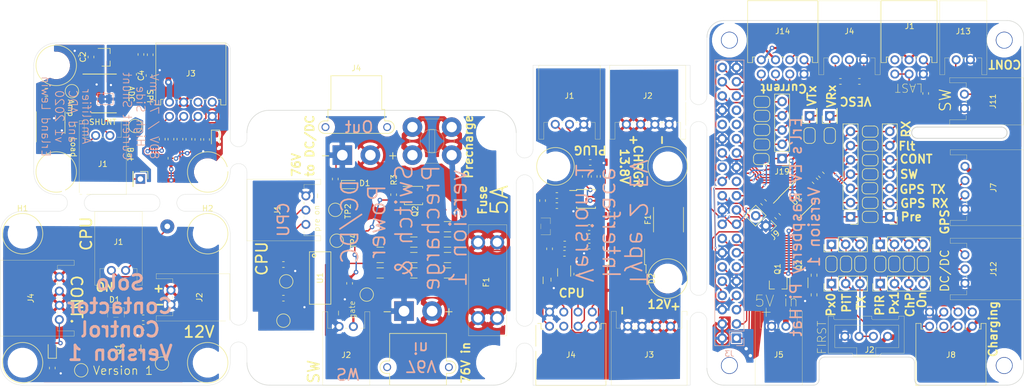
<source format=kicad_pcb>
(kicad_pcb (version 20171130) (host pcbnew "(5.1.4-0-10_14)")
  (layers (0 F.Cu signal) (31 B.Cu signal) (34 B.Paste user) (35 F.Paste user) (36 B.SilkS user) (37 F.SilkS user) (38 B.Mask user) (39 F.Mask user) (44 Edge.Cuts user))
  (net 0 "")
  (net 1 GND)
  (net 2 /ID_SD_EEPROM)
  (net 3 /ID_SC_EEPROM)
  (net 4 "Net-(Q1-Pad1)")
  (net 5 "Net-(Q2-Pad1)")
  (net 6 /P5V_HAT)
  (net 7 /P5V)
  (net 8 "Net-(J9-Pad2)")
  (net 9 +3V3)
  (net 10 /BMS_nFault)
  (net 11 /BMS_RX)
  (net 12 /BMS_TX)
  (net 13 /VESC_TX)
  (net 14 /SW_PWR_2_A)
  (net 15 /ON)
  (net 16 /PRECHARGE)
  (net 17 /CONTACTOR)
  (net 18 /TXD1)
  (net 19 /RXD1)
  (net 20 /GPIO18)
  (net 21 /GPIO2)
  (net 22 /GPIO3)
  (net 23 /GPIO24)
  (net 24 /SPI1_MISO)
  (net 25 /SPI1_MOSI)
  (net 26 /SPI1_SCLK)
  (net 27 /TXD3)
  (net 28 /RXD4)
  (net 29 /TXD4)
  (net 30 /RXD3)
  (net 31 /SPI1_CS0)
  (net 32 /VESC_RX)
  (net 33 /GPS_TX)
  (net 34 /GPS_RX)
  (net 35 /CHARGER_POWER_SENSE)
  (net 36 /PILOT_OUT)
  (net 37 /TYPE2_PILOT_SEND)
  (net 38 /ADC_nIRQ)
  (net 39 /ADC_CS)
  (net 40 /GPIO23)
  (net 41 /GPIO17)
  (net 42 /GPIO27)
  (net 43 /ADC_MOSI)
  (net 44 /ADC_SCLK)
  (net 45 /ADC_MISO)
  (net 46 /GPIO22)
  (net 47 /GPIO10)
  (net 48 /GPIO26)
  (net 49 "Net-(J4-Pad3)")
  (net 50 /PROXIMITY_0)
  (net 51 /PROXIMITY_1)
  (net 52 /GPIO25)
  (net 53 "Net-(D2-Pad2)")
  (net 54 "Net-(D2-Pad1)")
  (net 55 +12V)
  (net 56 "Net-(J1-Pad1)")
  (net 57 "Net-(D1-Pad1)")
  (net 58 "Net-(Q1-Pad3)")
  (net 59 /PLUG_PILOT)
  (net 60 /13V8_FROM_CHARGER)
  (net 61 /PLUG_PROXIMITY)
  (net 62 GNDPWR)
  (net 63 /PILOT_EV_CHARGE)
  (net 64 "Net-(R2-Pad1)")
  (net 65 "Net-(R8-Pad2)")
  (net 66 "Net-(R9-Pad2)")
  (net 67 /2.2V)
  (net 68 /1.4V)
  (net 69 "Net-(D1-Pad3)")
  (net 70 "Net-(R4-Pad1)")
  (net 71 "Net-(R5-Pad1)")
  (net 72 "Net-(R6-Pad1)")
  (net 73 "Net-(TP1-Pad1)")
  (net 74 "Net-(R3-Pad1)")
  (net 75 "Net-(J2-Pad1)")
  (net 76 /nIRQ)
  (net 77 GNDA)
  (net 78 VDDA)
  (net 79 /SHUNT-)
  (net 80 /SHUNT+)
  (net 81 +5V)
  (net 82 /SCK)
  (net 83 /MOSI)
  (net 84 /MISO)
  (net 85 /nCS)
  (net 86 "Net-(R1-Pad1)")
  (net 87 "Net-(F1-Pad2)")
  (net 88 +BATT)
  (net 89 /PRECHARGE_ON)
  (net 90 "Net-(D1-Pad2)")
  (net 91 /POWER_GATE)
  (net 92 /PRECHARGE_POST_R)
  (net 93 /PRECHARGE_PRE_R)
  (net 94 /Q2_GATE)
  (module erland-footprints:mouse-bytes-3mm (layer F.Cu) (at 105.5 106)
    (fp_text reference REF** hide)
    (fp_text value mouse-bytes-3mm hide)
    (pad "" np_thru_hole circle (at -1.9 -1.1) (size 0.8 0.8) (drill 0.8) (layers *.Cu *.Mask))
    (pad "" np_thru_hole circle (at -2 3.5) (size 0.8 0.8) (drill 0.8) (layers *.Cu *.Mask))
    (pad "" np_thru_hole circle (at 2 3.5) (size 0.8 0.8) (drill 0.8) (layers *.Cu *.Mask))
    (pad "" np_thru_hole circle (at 1.9 -1.1) (size 0.8 0.8) (drill 0.8) (layers *.Cu *.Mask))
    (pad "" np_thru_hole circle (at -1.5 0.1) (size 0.8 0.8) (drill 0.8) (layers *.Cu *.Mask))
    (pad "" np_thru_hole circle (at -1.5 1.3) (size 0.8 0.8) (drill 0.8) (layers *.Cu *.Mask))
    (pad "" np_thru_hole circle (at -1.5 2.5) (size 0.8 0.8) (drill 0.8) (layers *.Cu *.Mask))
    (pad "" np_thru_hole circle (at 1.5 0.1) (size 0.8 0.8) (drill 0.8) (layers *.Cu *.Mask))
    (pad "" np_thru_hole circle (at 1.5 1.3) (size 0.8 0.8) (drill 0.8) (layers *.Cu *.Mask))
    (pad "" np_thru_hole circle (at 1.5 2.5) (size 0.8 0.8) (drill 0.8) (layers *.Cu *.Mask))
  )
  (module erland-footprints:mouse-bytes-3mm (layer F.Cu) (at 75.5 115.5 90)
    (fp_text reference REF** hide)
    (fp_text value mouse-bytes-3mm)
    (pad "" np_thru_hole circle (at -1.9 -1.1 90) (size 0.8 0.8) (drill 0.8) (layers *.Cu *.Mask))
    (pad "" np_thru_hole circle (at -2 3.5 90) (size 0.8 0.8) (drill 0.8) (layers *.Cu *.Mask))
    (pad "" np_thru_hole circle (at 2 3.5 90) (size 0.8 0.8) (drill 0.8) (layers *.Cu *.Mask))
    (pad "" np_thru_hole circle (at 1.9 -1.1 90) (size 0.8 0.8) (drill 0.8) (layers *.Cu *.Mask))
    (pad "" np_thru_hole circle (at -1.5 0.1 90) (size 0.8 0.8) (drill 0.8) (layers *.Cu *.Mask))
    (pad "" np_thru_hole circle (at -1.5 1.3 90) (size 0.8 0.8) (drill 0.8) (layers *.Cu *.Mask))
    (pad "" np_thru_hole circle (at -1.5 2.5 90) (size 0.8 0.8) (drill 0.8) (layers *.Cu *.Mask))
    (pad "" np_thru_hole circle (at 1.5 0.1 90) (size 0.8 0.8) (drill 0.8) (layers *.Cu *.Mask))
    (pad "" np_thru_hole circle (at 1.5 1.3 90) (size 0.8 0.8) (drill 0.8) (layers *.Cu *.Mask))
    (pad "" np_thru_hole circle (at 1.5 2.5 90) (size 0.8 0.8) (drill 0.8) (layers *.Cu *.Mask))
  )
  (module erland-footprints:mouse-bytes-3mm (layer F.Cu) (at 92 115.5 90)
    (fp_text reference REF** hide)
    (fp_text value mouse-bytes-3mm)
    (pad "" np_thru_hole circle (at -1.9 -1.1 90) (size 0.8 0.8) (drill 0.8) (layers *.Cu *.Mask))
    (pad "" np_thru_hole circle (at -2 3.5 90) (size 0.8 0.8) (drill 0.8) (layers *.Cu *.Mask))
    (pad "" np_thru_hole circle (at 2 3.5 90) (size 0.8 0.8) (drill 0.8) (layers *.Cu *.Mask))
    (pad "" np_thru_hole circle (at 1.9 -1.1 90) (size 0.8 0.8) (drill 0.8) (layers *.Cu *.Mask))
    (pad "" np_thru_hole circle (at -1.5 0.1 90) (size 0.8 0.8) (drill 0.8) (layers *.Cu *.Mask))
    (pad "" np_thru_hole circle (at -1.5 1.3 90) (size 0.8 0.8) (drill 0.8) (layers *.Cu *.Mask))
    (pad "" np_thru_hole circle (at -1.5 2.5 90) (size 0.8 0.8) (drill 0.8) (layers *.Cu *.Mask))
    (pad "" np_thru_hole circle (at 1.5 0.1 90) (size 0.8 0.8) (drill 0.8) (layers *.Cu *.Mask))
    (pad "" np_thru_hole circle (at 1.5 1.3 90) (size 0.8 0.8) (drill 0.8) (layers *.Cu *.Mask))
    (pad "" np_thru_hole circle (at 1.5 2.5 90) (size 0.8 0.8) (drill 0.8) (layers *.Cu *.Mask))
  )
  (module erland-footprints:mouse-bytes-3mm (layer F.Cu) (at 105.5 137.8)
    (fp_text reference REF** hide)
    (fp_text value mouse-bytes-3mm)
    (pad "" np_thru_hole circle (at -1.9 -1.1) (size 0.8 0.8) (drill 0.8) (layers *.Cu *.Mask))
    (pad "" np_thru_hole circle (at -2 3.5) (size 0.8 0.8) (drill 0.8) (layers *.Cu *.Mask))
    (pad "" np_thru_hole circle (at 2 3.5) (size 0.8 0.8) (drill 0.8) (layers *.Cu *.Mask))
    (pad "" np_thru_hole circle (at 1.9 -1.1) (size 0.8 0.8) (drill 0.8) (layers *.Cu *.Mask))
    (pad "" np_thru_hole circle (at -1.5 0.1) (size 0.8 0.8) (drill 0.8) (layers *.Cu *.Mask))
    (pad "" np_thru_hole circle (at -1.5 1.3) (size 0.8 0.8) (drill 0.8) (layers *.Cu *.Mask))
    (pad "" np_thru_hole circle (at -1.5 2.5) (size 0.8 0.8) (drill 0.8) (layers *.Cu *.Mask))
    (pad "" np_thru_hole circle (at 1.5 0.1) (size 0.8 0.8) (drill 0.8) (layers *.Cu *.Mask))
    (pad "" np_thru_hole circle (at 1.5 1.3) (size 0.8 0.8) (drill 0.8) (layers *.Cu *.Mask))
    (pad "" np_thru_hole circle (at 1.5 2.5) (size 0.8 0.8) (drill 0.8) (layers *.Cu *.Mask))
  )
  (module erland-footprints:mouse-bytes-3mm (layer F.Cu) (at 156.5 138)
    (fp_text reference REF** hide)
    (fp_text value mouse-bytes-3mm)
    (pad "" np_thru_hole circle (at -1.9 -1.1) (size 0.8 0.8) (drill 0.8) (layers *.Cu *.Mask))
    (pad "" np_thru_hole circle (at -2 3.5) (size 0.8 0.8) (drill 0.8) (layers *.Cu *.Mask))
    (pad "" np_thru_hole circle (at 2 3.5) (size 0.8 0.8) (drill 0.8) (layers *.Cu *.Mask))
    (pad "" np_thru_hole circle (at 1.9 -1.1) (size 0.8 0.8) (drill 0.8) (layers *.Cu *.Mask))
    (pad "" np_thru_hole circle (at -1.5 0.1) (size 0.8 0.8) (drill 0.8) (layers *.Cu *.Mask))
    (pad "" np_thru_hole circle (at -1.5 1.3) (size 0.8 0.8) (drill 0.8) (layers *.Cu *.Mask))
    (pad "" np_thru_hole circle (at -1.5 2.5) (size 0.8 0.8) (drill 0.8) (layers *.Cu *.Mask))
    (pad "" np_thru_hole circle (at 1.5 0.1) (size 0.8 0.8) (drill 0.8) (layers *.Cu *.Mask))
    (pad "" np_thru_hole circle (at 1.5 1.3) (size 0.8 0.8) (drill 0.8) (layers *.Cu *.Mask))
    (pad "" np_thru_hole circle (at 1.5 2.5) (size 0.8 0.8) (drill 0.8) (layers *.Cu *.Mask))
  )
  (module erland-footprints:mouse-bytes-3mm (layer F.Cu) (at 156.5 108)
    (fp_text reference REF** hide)
    (fp_text value mouse-bytes-3mm)
    (pad "" np_thru_hole circle (at -1.9 -1.1) (size 0.8 0.8) (drill 0.8) (layers *.Cu *.Mask))
    (pad "" np_thru_hole circle (at -2 3.5) (size 0.8 0.8) (drill 0.8) (layers *.Cu *.Mask))
    (pad "" np_thru_hole circle (at 2 3.5) (size 0.8 0.8) (drill 0.8) (layers *.Cu *.Mask))
    (pad "" np_thru_hole circle (at 1.9 -1.1) (size 0.8 0.8) (drill 0.8) (layers *.Cu *.Mask))
    (pad "" np_thru_hole circle (at -1.5 0.1) (size 0.8 0.8) (drill 0.8) (layers *.Cu *.Mask))
    (pad "" np_thru_hole circle (at -1.5 1.3) (size 0.8 0.8) (drill 0.8) (layers *.Cu *.Mask))
    (pad "" np_thru_hole circle (at -1.5 2.5) (size 0.8 0.8) (drill 0.8) (layers *.Cu *.Mask))
    (pad "" np_thru_hole circle (at 1.5 0.1) (size 0.8 0.8) (drill 0.8) (layers *.Cu *.Mask))
    (pad "" np_thru_hole circle (at 1.5 1.3) (size 0.8 0.8) (drill 0.8) (layers *.Cu *.Mask))
    (pad "" np_thru_hole circle (at 1.5 2.5) (size 0.8 0.8) (drill 0.8) (layers *.Cu *.Mask))
  )
  (module erland-footprints:mouse-bytes-3mm (layer F.Cu) (at 187.5 98.5)
    (fp_text reference REF** hide)
    (fp_text value mouse-bytes-3mm)
    (pad "" np_thru_hole circle (at -1.9 -1.1) (size 0.8 0.8) (drill 0.8) (layers *.Cu *.Mask))
    (pad "" np_thru_hole circle (at -2 3.5) (size 0.8 0.8) (drill 0.8) (layers *.Cu *.Mask))
    (pad "" np_thru_hole circle (at 2 3.5) (size 0.8 0.8) (drill 0.8) (layers *.Cu *.Mask))
    (pad "" np_thru_hole circle (at 1.9 -1.1) (size 0.8 0.8) (drill 0.8) (layers *.Cu *.Mask))
    (pad "" np_thru_hole circle (at -1.5 0.1) (size 0.8 0.8) (drill 0.8) (layers *.Cu *.Mask))
    (pad "" np_thru_hole circle (at -1.5 1.3) (size 0.8 0.8) (drill 0.8) (layers *.Cu *.Mask))
    (pad "" np_thru_hole circle (at -1.5 2.5) (size 0.8 0.8) (drill 0.8) (layers *.Cu *.Mask))
    (pad "" np_thru_hole circle (at 1.5 0.1) (size 0.8 0.8) (drill 0.8) (layers *.Cu *.Mask))
    (pad "" np_thru_hole circle (at 1.5 1.3) (size 0.8 0.8) (drill 0.8) (layers *.Cu *.Mask))
    (pad "" np_thru_hole circle (at 1.5 2.5) (size 0.8 0.8) (drill 0.8) (layers *.Cu *.Mask))
  )
  (module erland-footprints:mouse-bytes-3mm (layer F.Cu) (at 187.5 132.5)
    (fp_text reference REF** hide)
    (fp_text value mouse-bytes-3mm)
    (pad "" np_thru_hole circle (at -1.9 -1.1) (size 0.8 0.8) (drill 0.8) (layers *.Cu *.Mask))
    (pad "" np_thru_hole circle (at -2 3.5) (size 0.8 0.8) (drill 0.8) (layers *.Cu *.Mask))
    (pad "" np_thru_hole circle (at 2 3.5) (size 0.8 0.8) (drill 0.8) (layers *.Cu *.Mask))
    (pad "" np_thru_hole circle (at 1.9 -1.1) (size 0.8 0.8) (drill 0.8) (layers *.Cu *.Mask))
    (pad "" np_thru_hole circle (at -1.5 0.1) (size 0.8 0.8) (drill 0.8) (layers *.Cu *.Mask))
    (pad "" np_thru_hole circle (at -1.5 1.3) (size 0.8 0.8) (drill 0.8) (layers *.Cu *.Mask))
    (pad "" np_thru_hole circle (at -1.5 2.5) (size 0.8 0.8) (drill 0.8) (layers *.Cu *.Mask))
    (pad "" np_thru_hole circle (at 1.5 0.1) (size 0.8 0.8) (drill 0.8) (layers *.Cu *.Mask))
    (pad "" np_thru_hole circle (at 1.5 1.3) (size 0.8 0.8) (drill 0.8) (layers *.Cu *.Mask))
    (pad "" np_thru_hole circle (at 1.5 2.5) (size 0.8 0.8) (drill 0.8) (layers *.Cu *.Mask))
  )
  (module Jumper:SolderJumper-2_P1.3mm_Bridged_RoundedPad1.0x1.5mm (layer F.Cu) (at 210.9 103.5 270)
    (fp_text reference JP21 hide)
    (fp_text value SolderJumper_2_Bridged)
    (fp_poly (pts (xy 0.25 -0.3) (xy -0.25 -0.3) (xy -0.25 0.3) (xy 0.25 0.3)) (layer F.Cu) (width 0))
    (pad 1 smd custom (at -0.65 0 270) (size 1 0.5) (layers F.Cu F.Mask) (net 32 /VESC_RX) (options (clearance outline) (anchor rect)) (primitives (gr_circle (center 0 0.25) (end 0.5 0.25) (width 0)) (gr_circle (center 0 -0.25) (end 0.5 -0.25) (width 0)) (gr_poly (pts (xy 0 -0.75) (xy 0.5 -0.75) (xy 0.5 0.75) (xy 0 0.75)) (width 0))))
    (pad 2 smd custom (at 0.65 0 270) (size 1 0.5) (layers F.Cu F.Mask) (net 29 /TXD4) (options (clearance outline) (anchor rect)) (primitives (gr_circle (center 0 0.25) (end 0.5 0.25) (width 0)) (gr_circle (center 0 -0.25) (end 0.5 -0.25) (width 0)) (gr_poly (pts (xy 0 -0.75) (xy -0.5 -0.75) (xy -0.5 0.75) (xy 0 0.75)) (width 0))))
  )
  (module Connector_PinHeader_2.54mm:PinHeader_1x01_P2.54mm_Vertical (layer F.Cu) (at 210.9 100 90)
    (fp_text reference J21 hide)
    (fp_text value Conn_01x01_Male)
    (pad 1 thru_hole rect (at 0 0 90) (size 1.7 1.7) (drill 1) (layers *.Cu *.Mask) (net 32 /VESC_RX))
  )
  (module erland-footprints:CON-MOLEX-CGRIDIII-2x4-RA-0901303208 (layer F.Cu) (at 232.5 137.5)
    (fp_text reference J8 (at 0 5.1) (layer F.SilkS))
    (fp_text value Conn_01x08)
    (pad 4 thru_hole circle (at 3.81 -2.54) (size 1.6 1.6) (drill 1) (layers *.Cu *.Mask) (net 35 /CHARGER_POWER_SENSE))
    (pad 8 thru_hole circle (at 3.81 0) (size 1.6 1.6) (drill 1) (layers *.Cu *.Mask) (net 9 +3V3))
    (pad 2 thru_hole circle (at -1.27 -2.54) (size 1.6 1.6) (drill 1) (layers *.Cu *.Mask) (net 36 /PILOT_OUT))
    (pad 3 thru_hole circle (at 1.27 -2.54) (size 1.6 1.6) (drill 1) (layers *.Cu *.Mask) (net 51 /PROXIMITY_1))
    (pad 5 thru_hole circle (at -3.81 0) (size 1.6 1.6) (drill 1) (layers *.Cu *.Mask) (net 37 /TYPE2_PILOT_SEND))
    (pad 6 thru_hole circle (at -1.27 0) (size 1.6 1.6) (drill 1) (layers *.Cu *.Mask))
    (pad 7 thru_hole circle (at 1.27 0) (size 1.6 1.6) (drill 1) (layers *.Cu *.Mask) (net 50 /PROXIMITY_0))
    (pad 1 thru_hole circle (at -3.81 -2.54) (size 1.6 1.6) (drill 1) (layers *.Cu *.Mask) (net 1 GND))
  )
  (module Connector_PinHeader_2.54mm:PinHeader_1x01_P2.54mm_Vertical (layer F.Cu) (at 207.3 100 90)
    (fp_text reference J20 hide)
    (fp_text value Conn_01x01_Male)
    (pad 1 thru_hole rect (at 0 0 90) (size 1.7 1.7) (drill 1) (layers *.Cu *.Mask) (net 13 /VESC_TX))
  )
  (module Jumper:SolderJumper-2_P1.3mm_Bridged_RoundedPad1.0x1.5mm (layer F.Cu) (at 207.3 103.5 270)
    (fp_text reference JP20 hide)
    (fp_text value SolderJumper_2_Bridged)
    (fp_poly (pts (xy 0.25 -0.3) (xy -0.25 -0.3) (xy -0.25 0.3) (xy 0.25 0.3)) (layer F.Cu) (width 0))
    (pad 1 smd custom (at -0.65 0 270) (size 1 0.5) (layers F.Cu F.Mask) (net 13 /VESC_TX) (options (clearance outline) (anchor rect)) (primitives (gr_circle (center 0 0.25) (end 0.5 0.25) (width 0)) (gr_circle (center 0 -0.25) (end 0.5 -0.25) (width 0)) (gr_poly (pts (xy 0 -0.75) (xy 0.5 -0.75) (xy 0.5 0.75) (xy 0 0.75)) (width 0))))
    (pad 2 smd custom (at 0.65 0 270) (size 1 0.5) (layers F.Cu F.Mask) (net 28 /RXD4) (options (clearance outline) (anchor rect)) (primitives (gr_circle (center 0 0.25) (end 0.5 0.25) (width 0)) (gr_circle (center 0 -0.25) (end 0.5 -0.25) (width 0)) (gr_poly (pts (xy 0 -0.75) (xy -0.5 -0.75) (xy -0.5 0.75) (xy 0 0.75)) (width 0))))
  )
  (module Connector_PinHeader_2.54mm:PinHeader_1x05_P2.54mm_Vertical (layer F.Cu) (at 202.4 107.6 180)
    (fp_text reference J19 (at 0 -2.33) (layer F.SilkS))
    (fp_text value Conn_01x04_Male)
    (pad 5 thru_hole oval (at 0 10.16 180) (size 1.7 1.7) (drill 1) (layers *.Cu *.Mask) (net 44 /ADC_SCLK))
    (pad 4 thru_hole oval (at 0 7.62 180) (size 1.7 1.7) (drill 1) (layers *.Cu *.Mask) (net 38 /ADC_nIRQ))
    (pad 3 thru_hole oval (at 0 5.08 180) (size 1.7 1.7) (drill 1) (layers *.Cu *.Mask) (net 43 /ADC_MOSI))
    (pad 2 thru_hole oval (at 0 2.54 180) (size 1.7 1.7) (drill 1) (layers *.Cu *.Mask) (net 45 /ADC_MISO))
    (pad 1 thru_hole rect (at 0 0 180) (size 1.7 1.7) (drill 1) (layers *.Cu *.Mask) (net 39 /ADC_CS))
  )
  (module Jumper:SolderJumper-2_P1.3mm_Bridged_RoundedPad1.0x1.5mm (layer F.Cu) (at 198.8 97.5 180)
    (fp_text reference JP19 hide)
    (fp_text value SolderJumper_2_Bridged)
    (fp_poly (pts (xy 0.25 -0.3) (xy -0.25 -0.3) (xy -0.25 0.3) (xy 0.25 0.3)) (layer F.Cu) (width 0))
    (pad 1 smd custom (at -0.65 0 180) (size 1 0.5) (layers F.Cu F.Mask) (net 44 /ADC_SCLK) (options (clearance outline) (anchor rect)) (primitives (gr_circle (center 0 0.25) (end 0.5 0.25) (width 0)) (gr_circle (center 0 -0.25) (end 0.5 -0.25) (width 0)) (gr_poly (pts (xy 0 -0.75) (xy 0.5 -0.75) (xy 0.5 0.75) (xy 0 0.75)) (width 0))))
    (pad 2 smd custom (at 0.65 0 180) (size 1 0.5) (layers F.Cu F.Mask) (net 26 /SPI1_SCLK) (options (clearance outline) (anchor rect)) (primitives (gr_circle (center 0 0.25) (end 0.5 0.25) (width 0)) (gr_circle (center 0 -0.25) (end 0.5 -0.25) (width 0)) (gr_poly (pts (xy 0 -0.75) (xy -0.5 -0.75) (xy -0.5 0.75) (xy 0 0.75)) (width 0))))
  )
  (module erland-footprints:CON-MOLEX-CGRIDIII-1x4-0901361204 (layer F.Cu) (at 217.4 139.3)
    (fp_text reference J2 (at 0.6 2.4) (layer F.SilkS))
    (fp_text value Conn_01x04)
    (pad 4 thru_hole circle (at 3.81 0) (size 1.6 1.6) (drill 1) (layers *.Cu *.Mask) (net 9 +3V3))
    (pad 3 thru_hole circle (at 1.27 0) (size 1.6 1.6) (drill 1) (layers *.Cu *.Mask) (net 12 /BMS_TX))
    (pad 2 thru_hole circle (at -1.27 0) (size 1.6 1.6) (drill 1) (layers *.Cu *.Mask) (net 12 /BMS_TX))
    (pad 1 thru_hole circle (at -3.81 0) (size 1.6 1.6) (drill 1) (layers *.Cu *.Mask) (net 1 GND))
  )
  (module "erland-footprints:CON-MOLEX-CGRIDIII-1x2 RA-0901362202" (layer F.Cu) (at 201.8 137.5)
    (fp_text reference J5 (at 0 5.08) (layer F.SilkS))
    (fp_text value Conn_01x02)
    (pad 1 thru_hole circle (at -1.27 0) (size 1.6 1.6) (drill 1) (layers *.Cu *.Mask) (net 1 GND))
    (pad 2 thru_hole circle (at 1.27 0) (size 1.6 1.6) (drill 1) (layers *.Cu *.Mask) (net 7 /P5V))
  )
  (module erland-footprints:CON-MOLEX-CGRIDIII-1x3-RA-0901362203 (layer F.Cu) (at 235 127.3 90)
    (fp_text reference J12 (at 0 5.08 90) (layer F.SilkS))
    (fp_text value Conn_01x03)
    (pad 1 thru_hole circle (at -2.54 0 90) (size 1.6 1.6) (drill 1) (layers *.Cu *.Mask) (net 1 GND))
    (pad 2 thru_hole circle (at 0 0 90) (size 1.6 1.6) (drill 1) (layers *.Cu *.Mask) (net 15 /ON))
    (pad 3 thru_hole circle (at 2.54 0 90) (size 1.6 1.6) (drill 1) (layers *.Cu *.Mask) (net 16 /PRECHARGE))
  )
  (module erland-footprints:CON-MOLEX-CGRIDIII-1x3-RA-0901362203 (layer F.Cu) (at 214.4 90 180)
    (fp_text reference J4 (at 0 5.08) (layer F.SilkS))
    (fp_text value Conn_01x03)
    (pad 1 thru_hole circle (at -2.54 0 180) (size 1.6 1.6) (drill 1) (layers *.Cu *.Mask) (net 1 GND))
    (pad 2 thru_hole circle (at 0 0 180) (size 1.6 1.6) (drill 1) (layers *.Cu *.Mask) (net 32 /VESC_RX))
    (pad 3 thru_hole circle (at 2.54 0 180) (size 1.6 1.6) (drill 1) (layers *.Cu *.Mask) (net 49 "Net-(J4-Pad3)"))
  )
  (module "erland-footprints:CON-MOLEX-CGRIDIII-1x2 RA-0901362202" (layer F.Cu) (at 234.7 90 180)
    (fp_text reference J13 (at 0 5.08) (layer F.SilkS))
    (fp_text value Conn_01x02)
    (pad 1 thru_hole circle (at -1.27 0 180) (size 1.6 1.6) (drill 1) (layers *.Cu *.Mask) (net 1 GND))
    (pad 2 thru_hole circle (at 1.27 0 180) (size 1.6 1.6) (drill 1) (layers *.Cu *.Mask) (net 17 /CONTACTOR))
  )
  (module "erland-footprints:CON-MOLEX-CGRIDIII-1x2 RA-0901362202" (layer F.Cu) (at 234.9 97.4 90)
    (fp_text reference J11 (at 0 5.08 90) (layer F.SilkS))
    (fp_text value Conn_01x02)
    (pad 1 thru_hole circle (at -1.27 0 90) (size 1.6 1.6) (drill 1) (layers *.Cu *.Mask) (net 1 GND))
    (pad 2 thru_hole circle (at 1.27 0 90) (size 1.6 1.6) (drill 1) (layers *.Cu *.Mask) (net 14 /SW_PWR_2_A))
  )
  (module erland-footprints:CON-MOLEX-CGRIDIII-1x4-RA-0901362204 (layer F.Cu) (at 235 112.8 90)
    (fp_text reference J7 (at 0 5.08 90) (layer F.SilkS))
    (fp_text value Screw_Terminal_01x03)
    (pad 4 thru_hole circle (at 3.81 0 90) (size 1.6 1.6) (drill 1) (layers *.Cu *.Mask) (net 9 +3V3))
    (pad 3 thru_hole circle (at 1.27 0 90) (size 1.6 1.6) (drill 1) (layers *.Cu *.Mask) (net 33 /GPS_TX))
    (pad 2 thru_hole circle (at -1.27 0 90) (size 1.6 1.6) (drill 1) (layers *.Cu *.Mask) (net 34 /GPS_RX))
    (pad 1 thru_hole circle (at -3.81 0 90) (size 1.6 1.6) (drill 1) (layers *.Cu *.Mask) (net 1 GND))
  )
  (module erland-footprints:CON-MOLEX-CGRIDIII-2x4-RA-0901303208 (layer F.Cu) (at 202.5 90 180)
    (fp_text reference J14 (at 0 5.1) (layer F.SilkS))
    (fp_text value Conn_01x07)
    (pad 4 thru_hole circle (at 3.81 -2.54 180) (size 1.6 1.6) (drill 1) (layers *.Cu *.Mask) (net 44 /ADC_SCLK))
    (pad 8 thru_hole circle (at 3.81 0 180) (size 1.6 1.6) (drill 1) (layers *.Cu *.Mask) (net 7 /P5V))
    (pad 2 thru_hole circle (at -1.27 -2.54 180) (size 1.6 1.6) (drill 1) (layers *.Cu *.Mask) (net 43 /ADC_MOSI))
    (pad 3 thru_hole circle (at 1.27 -2.54 180) (size 1.6 1.6) (drill 1) (layers *.Cu *.Mask) (net 38 /ADC_nIRQ))
    (pad 5 thru_hole circle (at -3.81 0 180) (size 1.6 1.6) (drill 1) (layers *.Cu *.Mask) (net 45 /ADC_MISO))
    (pad 6 thru_hole circle (at -1.27 0 180) (size 1.6 1.6) (drill 1) (layers *.Cu *.Mask) (net 39 /ADC_CS))
    (pad 7 thru_hole circle (at 1.27 0 180) (size 1.6 1.6) (drill 1) (layers *.Cu *.Mask) (net 9 +3V3))
    (pad 1 thru_hole circle (at -3.81 -2.54 180) (size 1.6 1.6) (drill 1) (layers *.Cu *.Mask) (net 1 GND))
  )
  (module erland-footprints:CON-MOLEX-CGRIDIII-2x3-0901303206 (layer F.Cu) (at 225.04 90 180)
    (fp_text reference J1 (at -0.1 6) (layer F.SilkS))
    (fp_text value Conn_01x06)
    (pad 6 thru_hole circle (at 2.54 0 180) (size 1.6 1.6) (drill 1) (layers *.Cu *.Mask))
    (pad 5 thru_hole circle (at 0 0 180) (size 1.6 1.6) (drill 1) (layers *.Cu *.Mask) (net 9 +3V3))
    (pad 4 thru_hole circle (at -2.54 0 180) (size 1.6 1.6) (drill 1) (layers *.Cu *.Mask) (net 10 /BMS_nFault))
    (pad 3 thru_hole circle (at 2.54 -2.54 180) (size 1.6 1.6) (drill 1) (layers *.Cu *.Mask) (net 11 /BMS_RX))
    (pad 2 thru_hole circle (at 0 -2.54 180) (size 1.6 1.6) (drill 1) (layers *.Cu *.Mask) (net 11 /BMS_RX))
    (pad 1 thru_hole circle (at -2.54 -2.54 180) (size 1.6 1.6) (drill 1) (layers *.Cu *.Mask) (net 1 GND))
  )
  (module Jumper:SolderJumper-2_P1.3mm_Bridged_RoundedPad1.0x1.5mm (layer F.Cu) (at 198.8 100 180)
    (fp_text reference JP18 hide)
    (fp_text value SolderJumper_2_Bridged)
    (fp_poly (pts (xy 0.25 -0.3) (xy -0.25 -0.3) (xy -0.25 0.3) (xy 0.25 0.3)) (layer F.Cu) (width 0))
    (pad 1 smd custom (at -0.65 0 180) (size 1 0.5) (layers F.Cu F.Mask) (net 38 /ADC_nIRQ) (options (clearance outline) (anchor rect)) (primitives (gr_circle (center 0 0.25) (end 0.5 0.25) (width 0)) (gr_circle (center 0 -0.25) (end 0.5 -0.25) (width 0)) (gr_poly (pts (xy 0 -0.75) (xy 0.5 -0.75) (xy 0.5 0.75) (xy 0 0.75)) (width 0))))
    (pad 2 smd custom (at 0.65 0 180) (size 1 0.5) (layers F.Cu F.Mask) (net 48 /GPIO26) (options (clearance outline) (anchor rect)) (primitives (gr_circle (center 0 0.25) (end 0.5 0.25) (width 0)) (gr_circle (center 0 -0.25) (end 0.5 -0.25) (width 0)) (gr_poly (pts (xy 0 -0.75) (xy -0.5 -0.75) (xy -0.5 0.75) (xy 0 0.75)) (width 0))))
  )
  (module Jumper:SolderJumper-2_P1.3mm_Bridged_RoundedPad1.0x1.5mm (layer F.Cu) (at 198.8 102.5 180)
    (fp_text reference JP17 hide)
    (fp_text value SolderJumper_2_Bridged)
    (fp_poly (pts (xy 0.25 -0.3) (xy -0.25 -0.3) (xy -0.25 0.3) (xy 0.25 0.3)) (layer F.Cu) (width 0))
    (pad 1 smd custom (at -0.65 0 180) (size 1 0.5) (layers F.Cu F.Mask) (net 43 /ADC_MOSI) (options (clearance outline) (anchor rect)) (primitives (gr_circle (center 0 0.25) (end 0.5 0.25) (width 0)) (gr_circle (center 0 -0.25) (end 0.5 -0.25) (width 0)) (gr_poly (pts (xy 0 -0.75) (xy 0.5 -0.75) (xy 0.5 0.75) (xy 0 0.75)) (width 0))))
    (pad 2 smd custom (at 0.65 0 180) (size 1 0.5) (layers F.Cu F.Mask) (net 25 /SPI1_MOSI) (options (clearance outline) (anchor rect)) (primitives (gr_circle (center 0 0.25) (end 0.5 0.25) (width 0)) (gr_circle (center 0 -0.25) (end 0.5 -0.25) (width 0)) (gr_poly (pts (xy 0 -0.75) (xy -0.5 -0.75) (xy -0.5 0.75) (xy 0 0.75)) (width 0))))
  )
  (module Jumper:SolderJumper-2_P1.3mm_Bridged_RoundedPad1.0x1.5mm (layer F.Cu) (at 198.8 105.1 180)
    (fp_text reference JP16 hide)
    (fp_text value SolderJumper_2_Bridged)
    (fp_poly (pts (xy 0.25 -0.3) (xy -0.25 -0.3) (xy -0.25 0.3) (xy 0.25 0.3)) (layer F.Cu) (width 0))
    (pad 1 smd custom (at -0.65 0 180) (size 1 0.5) (layers F.Cu F.Mask) (net 45 /ADC_MISO) (options (clearance outline) (anchor rect)) (primitives (gr_circle (center 0 0.25) (end 0.5 0.25) (width 0)) (gr_circle (center 0 -0.25) (end 0.5 -0.25) (width 0)) (gr_poly (pts (xy 0 -0.75) (xy 0.5 -0.75) (xy 0.5 0.75) (xy 0 0.75)) (width 0))))
    (pad 2 smd custom (at 0.65 0 180) (size 1 0.5) (layers F.Cu F.Mask) (net 24 /SPI1_MISO) (options (clearance outline) (anchor rect)) (primitives (gr_circle (center 0 0.25) (end 0.5 0.25) (width 0)) (gr_circle (center 0 -0.25) (end 0.5 -0.25) (width 0)) (gr_poly (pts (xy 0 -0.75) (xy -0.5 -0.75) (xy -0.5 0.75) (xy 0 0.75)) (width 0))))
  )
  (module Jumper:SolderJumper-2_P1.3mm_Bridged_RoundedPad1.0x1.5mm (layer F.Cu) (at 198.7 107.7 180)
    (fp_text reference JP15 hide)
    (fp_text value SolderJumper_2_Bridged)
    (fp_poly (pts (xy 0.25 -0.3) (xy -0.25 -0.3) (xy -0.25 0.3) (xy 0.25 0.3)) (layer F.Cu) (width 0))
    (pad 1 smd custom (at -0.65 0 180) (size 1 0.5) (layers F.Cu F.Mask) (net 39 /ADC_CS) (options (clearance outline) (anchor rect)) (primitives (gr_circle (center 0 0.25) (end 0.5 0.25) (width 0)) (gr_circle (center 0 -0.25) (end 0.5 -0.25) (width 0)) (gr_poly (pts (xy 0 -0.75) (xy 0.5 -0.75) (xy 0.5 0.75) (xy 0 0.75)) (width 0))))
    (pad 2 smd custom (at 0.65 0 180) (size 1 0.5) (layers F.Cu F.Mask) (net 31 /SPI1_CS0) (options (clearance outline) (anchor rect)) (primitives (gr_circle (center 0 0.25) (end 0.5 0.25) (width 0)) (gr_circle (center 0 -0.25) (end 0.5 -0.25) (width 0)) (gr_poly (pts (xy 0 -0.75) (xy -0.5 -0.75) (xy -0.5 0.75) (xy 0 0.75)) (width 0))))
  )
  (module Jumper:SolderJumper-2_P1.3mm_Bridged_RoundedPad1.0x1.5mm (layer F.Cu) (at 218.1 102.8 180)
    (fp_text reference JP14 hide)
    (fp_text value SolderJumper_2_Bridged hide)
    (fp_poly (pts (xy 0.25 -0.3) (xy -0.25 -0.3) (xy -0.25 0.3) (xy 0.25 0.3)) (layer F.Cu) (width 0))
    (pad 1 smd custom (at -0.65 0 180) (size 1 0.5) (layers F.Cu F.Mask) (net 11 /BMS_RX) (options (clearance outline) (anchor rect)) (primitives (gr_circle (center 0 0.25) (end 0.5 0.25) (width 0)) (gr_circle (center 0 -0.25) (end 0.5 -0.25) (width 0)) (gr_poly (pts (xy 0 -0.75) (xy 0.5 -0.75) (xy 0.5 0.75) (xy 0 0.75)) (width 0))))
    (pad 2 smd custom (at 0.65 0 180) (size 1 0.5) (layers F.Cu F.Mask) (net 18 /TXD1) (options (clearance outline) (anchor rect)) (primitives (gr_circle (center 0 0.25) (end 0.5 0.25) (width 0)) (gr_circle (center 0 -0.25) (end 0.5 -0.25) (width 0)) (gr_poly (pts (xy 0 -0.75) (xy -0.5 -0.75) (xy -0.5 0.75) (xy 0 0.75)) (width 0))))
  )
  (module Jumper:SolderJumper-2_P1.3mm_Bridged_RoundedPad1.0x1.5mm (layer F.Cu) (at 218.1 105.3 180)
    (fp_text reference JP13 hide)
    (fp_text value SolderJumper_2_Bridged hide)
    (fp_poly (pts (xy 0.25 -0.3) (xy -0.25 -0.3) (xy -0.25 0.3) (xy 0.25 0.3)) (layer F.Cu) (width 0))
    (pad 1 smd custom (at -0.65 0 180) (size 1 0.5) (layers F.Cu F.Mask) (net 10 /BMS_nFault) (options (clearance outline) (anchor rect)) (primitives (gr_circle (center 0 0.25) (end 0.5 0.25) (width 0)) (gr_circle (center 0 -0.25) (end 0.5 -0.25) (width 0)) (gr_poly (pts (xy 0 -0.75) (xy 0.5 -0.75) (xy 0.5 0.75) (xy 0 0.75)) (width 0))))
    (pad 2 smd custom (at 0.65 0 180) (size 1 0.5) (layers F.Cu F.Mask) (net 52 /GPIO25) (options (clearance outline) (anchor rect)) (primitives (gr_circle (center 0 0.25) (end 0.5 0.25) (width 0)) (gr_circle (center 0 -0.25) (end 0.5 -0.25) (width 0)) (gr_poly (pts (xy 0 -0.75) (xy -0.5 -0.75) (xy -0.5 0.75) (xy 0 0.75)) (width 0))))
  )
  (module Jumper:SolderJumper-2_P1.3mm_Bridged_RoundedPad1.0x1.5mm (layer F.Cu) (at 218.1 107.9 180)
    (fp_text reference JP12 hide)
    (fp_text value SolderJumper_2_Bridged hide)
    (fp_poly (pts (xy 0.25 -0.3) (xy -0.25 -0.3) (xy -0.25 0.3) (xy 0.25 0.3)) (layer F.Cu) (width 0))
    (pad 1 smd custom (at -0.65 0 180) (size 1 0.5) (layers F.Cu F.Mask) (net 17 /CONTACTOR) (options (clearance outline) (anchor rect)) (primitives (gr_circle (center 0 0.25) (end 0.5 0.25) (width 0)) (gr_circle (center 0 -0.25) (end 0.5 -0.25) (width 0)) (gr_poly (pts (xy 0 -0.75) (xy 0.5 -0.75) (xy 0.5 0.75) (xy 0 0.75)) (width 0))))
    (pad 2 smd custom (at 0.65 0 180) (size 1 0.5) (layers F.Cu F.Mask) (net 47 /GPIO10) (options (clearance outline) (anchor rect)) (primitives (gr_circle (center 0 0.25) (end 0.5 0.25) (width 0)) (gr_circle (center 0 -0.25) (end 0.5 -0.25) (width 0)) (gr_poly (pts (xy 0 -0.75) (xy -0.5 -0.75) (xy -0.5 0.75) (xy 0 0.75)) (width 0))))
  )
  (module Jumper:SolderJumper-2_P1.3mm_Bridged_RoundedPad1.0x1.5mm (layer F.Cu) (at 218.1 110.4 180)
    (fp_text reference JP11 hide)
    (fp_text value SolderJumper_2_Bridged hide)
    (fp_poly (pts (xy 0.25 -0.3) (xy -0.25 -0.3) (xy -0.25 0.3) (xy 0.25 0.3)) (layer F.Cu) (width 0))
    (pad 1 smd custom (at -0.65 0 180) (size 1 0.5) (layers F.Cu F.Mask) (net 14 /SW_PWR_2_A) (options (clearance outline) (anchor rect)) (primitives (gr_circle (center 0 0.25) (end 0.5 0.25) (width 0)) (gr_circle (center 0 -0.25) (end 0.5 -0.25) (width 0)) (gr_poly (pts (xy 0 -0.75) (xy 0.5 -0.75) (xy 0.5 0.75) (xy 0 0.75)) (width 0))))
    (pad 2 smd custom (at 0.65 0 180) (size 1 0.5) (layers F.Cu F.Mask) (net 23 /GPIO24) (options (clearance outline) (anchor rect)) (primitives (gr_circle (center 0 0.25) (end 0.5 0.25) (width 0)) (gr_circle (center 0 -0.25) (end 0.5 -0.25) (width 0)) (gr_poly (pts (xy 0 -0.75) (xy -0.5 -0.75) (xy -0.5 0.75) (xy 0 0.75)) (width 0))))
  )
  (module Jumper:SolderJumper-2_P1.3mm_Bridged_RoundedPad1.0x1.5mm (layer F.Cu) (at 218.05 112.9 180)
    (fp_text reference JP10 hide)
    (fp_text value SolderJumper_2_Bridged hide)
    (fp_poly (pts (xy 0.25 -0.3) (xy -0.25 -0.3) (xy -0.25 0.3) (xy 0.25 0.3)) (layer F.Cu) (width 0))
    (pad 1 smd custom (at -0.65 0 180) (size 1 0.5) (layers F.Cu F.Mask) (net 33 /GPS_TX) (options (clearance outline) (anchor rect)) (primitives (gr_circle (center 0 0.25) (end 0.5 0.25) (width 0)) (gr_circle (center 0 -0.25) (end 0.5 -0.25) (width 0)) (gr_poly (pts (xy 0 -0.75) (xy 0.5 -0.75) (xy 0.5 0.75) (xy 0 0.75)) (width 0))))
    (pad 2 smd custom (at 0.65 0 180) (size 1 0.5) (layers F.Cu F.Mask) (net 30 /RXD3) (options (clearance outline) (anchor rect)) (primitives (gr_circle (center 0 0.25) (end 0.5 0.25) (width 0)) (gr_circle (center 0 -0.25) (end 0.5 -0.25) (width 0)) (gr_poly (pts (xy 0 -0.75) (xy -0.5 -0.75) (xy -0.5 0.75) (xy 0 0.75)) (width 0))))
  )
  (module Jumper:SolderJumper-2_P1.3mm_Bridged_RoundedPad1.0x1.5mm (layer F.Cu) (at 218.1 115.5 180)
    (fp_text reference JP9 hide)
    (fp_text value SolderJumper_2_Bridged hide)
    (fp_poly (pts (xy 0.25 -0.3) (xy -0.25 -0.3) (xy -0.25 0.3) (xy 0.25 0.3)) (layer F.Cu) (width 0))
    (pad 1 smd custom (at -0.65 0 180) (size 1 0.5) (layers F.Cu F.Mask) (net 34 /GPS_RX) (options (clearance outline) (anchor rect)) (primitives (gr_circle (center 0 0.25) (end 0.5 0.25) (width 0)) (gr_circle (center 0 -0.25) (end 0.5 -0.25) (width 0)) (gr_poly (pts (xy 0 -0.75) (xy 0.5 -0.75) (xy 0.5 0.75) (xy 0 0.75)) (width 0))))
    (pad 2 smd custom (at 0.65 0 180) (size 1 0.5) (layers F.Cu F.Mask) (net 27 /TXD3) (options (clearance outline) (anchor rect)) (primitives (gr_circle (center 0 0.25) (end 0.5 0.25) (width 0)) (gr_circle (center 0 -0.25) (end 0.5 -0.25) (width 0)) (gr_poly (pts (xy 0 -0.75) (xy -0.5 -0.75) (xy -0.5 0.75) (xy 0 0.75)) (width 0))))
  )
  (module Jumper:SolderJumper-2_P1.3mm_Bridged_RoundedPad1.0x1.5mm (layer F.Cu) (at 218.1 118 180)
    (fp_text reference JP3 hide)
    (fp_text value SolderJumper_2_Bridged hide)
    (fp_poly (pts (xy 0.25 -0.3) (xy -0.25 -0.3) (xy -0.25 0.3) (xy 0.25 0.3)) (layer F.Cu) (width 0))
    (pad 1 smd custom (at -0.65 0 180) (size 1 0.5) (layers F.Cu F.Mask) (net 16 /PRECHARGE) (options (clearance outline) (anchor rect)) (primitives (gr_circle (center 0 0.25) (end 0.5 0.25) (width 0)) (gr_circle (center 0 -0.25) (end 0.5 -0.25) (width 0)) (gr_poly (pts (xy 0 -0.75) (xy 0.5 -0.75) (xy 0.5 0.75) (xy 0 0.75)) (width 0))))
    (pad 2 smd custom (at 0.65 0 180) (size 1 0.5) (layers F.Cu F.Mask) (net 46 /GPIO22) (options (clearance outline) (anchor rect)) (primitives (gr_circle (center 0 0.25) (end 0.5 0.25) (width 0)) (gr_circle (center 0 -0.25) (end 0.5 -0.25) (width 0)) (gr_poly (pts (xy 0 -0.75) (xy -0.5 -0.75) (xy -0.5 0.75) (xy 0 0.75)) (width 0))))
  )
  (module Connector_PinHeader_2.54mm:PinHeader_1x07_P2.54mm_Vertical (layer F.Cu) (at 214.6 118 180)
    (fp_text reference J18 hide)
    (fp_text value Conn_01x07_Male)
    (pad 7 thru_hole oval (at 0 15.24 180) (size 1.7 1.7) (drill 1) (layers *.Cu *.Mask) (net 18 /TXD1))
    (pad 6 thru_hole oval (at 0 12.7 180) (size 1.7 1.7) (drill 1) (layers *.Cu *.Mask) (net 52 /GPIO25))
    (pad 5 thru_hole oval (at 0 10.16 180) (size 1.7 1.7) (drill 1) (layers *.Cu *.Mask) (net 47 /GPIO10))
    (pad 4 thru_hole oval (at 0 7.62 180) (size 1.7 1.7) (drill 1) (layers *.Cu *.Mask) (net 23 /GPIO24))
    (pad 3 thru_hole oval (at 0 5.08 180) (size 1.7 1.7) (drill 1) (layers *.Cu *.Mask) (net 30 /RXD3))
    (pad 2 thru_hole oval (at 0 2.54 180) (size 1.7 1.7) (drill 1) (layers *.Cu *.Mask) (net 27 /TXD3))
    (pad 1 thru_hole rect (at 0 0 180) (size 1.7 1.7) (drill 1) (layers *.Cu *.Mask) (net 46 /GPIO22))
  )
  (module Connector_PinHeader_2.54mm:PinHeader_1x07_P2.54mm_Vertical (layer F.Cu) (at 221.6 118 180)
    (fp_text reference J6 hide)
    (fp_text value Conn_01x07_Male)
    (pad 7 thru_hole oval (at 0 15.24 180) (size 1.7 1.7) (drill 1) (layers *.Cu *.Mask) (net 11 /BMS_RX))
    (pad 6 thru_hole oval (at 0 12.7 180) (size 1.7 1.7) (drill 1) (layers *.Cu *.Mask) (net 10 /BMS_nFault))
    (pad 5 thru_hole oval (at 0 10.16 180) (size 1.7 1.7) (drill 1) (layers *.Cu *.Mask) (net 17 /CONTACTOR))
    (pad 4 thru_hole oval (at 0 7.62 180) (size 1.7 1.7) (drill 1) (layers *.Cu *.Mask) (net 14 /SW_PWR_2_A))
    (pad 3 thru_hole oval (at 0 5.08 180) (size 1.7 1.7) (drill 1) (layers *.Cu *.Mask) (net 33 /GPS_TX))
    (pad 2 thru_hole oval (at 0 2.54 180) (size 1.7 1.7) (drill 1) (layers *.Cu *.Mask) (net 34 /GPS_RX))
    (pad 1 thru_hole rect (at 0 0 180) (size 1.7 1.7) (drill 1) (layers *.Cu *.Mask) (net 16 /PRECHARGE))
  )
  (module Jumper:SolderJumper-2_P1.3mm_Bridged_RoundedPad1.0x1.5mm (layer F.Cu) (at 225 126.4 90)
    (fp_text reference JP7 hide)
    (fp_text value SolderJumper_2_Bridged)
    (fp_poly (pts (xy 0.25 -0.3) (xy -0.25 -0.3) (xy -0.25 0.3) (xy 0.25 0.3)) (layer F.Cu) (width 0))
    (pad 1 smd custom (at -0.65 0 90) (size 1 0.5) (layers F.Cu F.Mask) (net 35 /CHARGER_POWER_SENSE) (options (clearance outline) (anchor rect)) (primitives (gr_circle (center 0 0.25) (end 0.5 0.25) (width 0)) (gr_circle (center 0 -0.25) (end 0.5 -0.25) (width 0)) (gr_poly (pts (xy 0 -0.75) (xy 0.5 -0.75) (xy 0.5 0.75) (xy 0 0.75)) (width 0))))
    (pad 2 smd custom (at 0.65 0 90) (size 1 0.5) (layers F.Cu F.Mask) (net 42 /GPIO27) (options (clearance outline) (anchor rect)) (primitives (gr_circle (center 0 0.25) (end 0.5 0.25) (width 0)) (gr_circle (center 0 -0.25) (end 0.5 -0.25) (width 0)) (gr_poly (pts (xy 0 -0.75) (xy -0.5 -0.75) (xy -0.5 0.75) (xy 0 0.75)) (width 0))))
  )
  (module Jumper:SolderJumper-2_P1.3mm_Bridged_RoundedPad1.0x1.5mm (layer F.Cu) (at 227.5 126.4 90)
    (fp_text reference JP8 hide)
    (fp_text value SolderJumper_2_Bridged)
    (fp_poly (pts (xy 0.25 -0.3) (xy -0.25 -0.3) (xy -0.25 0.3) (xy 0.25 0.3)) (layer F.Cu) (width 0))
    (pad 1 smd custom (at -0.65 0 90) (size 1 0.5) (layers F.Cu F.Mask) (net 15 /ON) (options (clearance outline) (anchor rect)) (primitives (gr_circle (center 0 0.25) (end 0.5 0.25) (width 0)) (gr_circle (center 0 -0.25) (end 0.5 -0.25) (width 0)) (gr_poly (pts (xy 0 -0.75) (xy 0.5 -0.75) (xy 0.5 0.75) (xy 0 0.75)) (width 0))))
    (pad 2 smd custom (at 0.65 0 90) (size 1 0.5) (layers F.Cu F.Mask) (net 40 /GPIO23) (options (clearance outline) (anchor rect)) (primitives (gr_circle (center 0 0.25) (end 0.5 0.25) (width 0)) (gr_circle (center 0 -0.25) (end 0.5 -0.25) (width 0)) (gr_poly (pts (xy 0 -0.75) (xy -0.5 -0.75) (xy -0.5 0.75) (xy 0 0.75)) (width 0))))
  )
  (module Jumper:SolderJumper-2_P1.3mm_Bridged_RoundedPad1.0x1.5mm (layer F.Cu) (at 222.4 126.4 90)
    (fp_text reference JP6 hide)
    (fp_text value SolderJumper_2_Bridged)
    (fp_poly (pts (xy 0.25 -0.3) (xy -0.25 -0.3) (xy -0.25 0.3) (xy 0.25 0.3)) (layer F.Cu) (width 0))
    (pad 1 smd custom (at -0.65 0 90) (size 1 0.5) (layers F.Cu F.Mask) (net 51 /PROXIMITY_1) (options (clearance outline) (anchor rect)) (primitives (gr_circle (center 0 0.25) (end 0.5 0.25) (width 0)) (gr_circle (center 0 -0.25) (end 0.5 -0.25) (width 0)) (gr_poly (pts (xy 0 -0.75) (xy 0.5 -0.75) (xy 0.5 0.75) (xy 0 0.75)) (width 0))))
    (pad 2 smd custom (at 0.65 0 90) (size 1 0.5) (layers F.Cu F.Mask) (net 41 /GPIO17) (options (clearance outline) (anchor rect)) (primitives (gr_circle (center 0 0.25) (end 0.5 0.25) (width 0)) (gr_circle (center 0 -0.25) (end 0.5 -0.25) (width 0)) (gr_poly (pts (xy 0 -0.75) (xy -0.5 -0.75) (xy -0.5 0.75) (xy 0 0.75)) (width 0))))
  )
  (module Connector_PinHeader_2.54mm:PinHeader_1x03_P2.54mm_Vertical (layer F.Cu) (at 211.2 129.9 90)
    (fp_text reference J10 hide)
    (fp_text value Conn_01x03_Male)
    (pad 3 thru_hole oval (at 0 5.08 90) (size 1.7 1.7) (drill 1) (layers *.Cu *.Mask) (net 12 /BMS_TX))
    (pad 2 thru_hole oval (at 0 2.54 90) (size 1.7 1.7) (drill 1) (layers *.Cu *.Mask) (net 37 /TYPE2_PILOT_SEND))
    (pad 1 thru_hole rect (at 0 0 90) (size 1.7 1.7) (drill 1) (layers *.Cu *.Mask) (net 50 /PROXIMITY_0))
  )
  (module Connector_PinHeader_2.54mm:PinHeader_1x03_P2.54mm_Vertical (layer F.Cu) (at 211.2 122.9 90)
    (fp_text reference J15 hide)
    (fp_text value Conn_01x03_Male)
    (pad 3 thru_hole oval (at 0 5.08 90) (size 1.7 1.7) (drill 1) (layers *.Cu *.Mask) (net 19 /RXD1))
    (pad 2 thru_hole oval (at 0 2.54 90) (size 1.7 1.7) (drill 1) (layers *.Cu *.Mask) (net 22 /GPIO3))
    (pad 1 thru_hole rect (at 0 0 90) (size 1.7 1.7) (drill 1) (layers *.Cu *.Mask) (net 21 /GPIO2))
  )
  (module Jumper:SolderJumper-2_P1.3mm_Bridged_RoundedPad1.0x1.5mm (layer F.Cu) (at 216.35 126.4 90)
    (fp_text reference JP4 hide)
    (fp_text value SolderJumper_2_Bridged)
    (fp_poly (pts (xy 0.25 -0.3) (xy -0.25 -0.3) (xy -0.25 0.3) (xy 0.25 0.3)) (layer F.Cu) (width 0))
    (pad 1 smd custom (at -0.65 0 90) (size 1 0.5) (layers F.Cu F.Mask) (net 12 /BMS_TX) (options (clearance outline) (anchor rect)) (primitives (gr_circle (center 0 0.25) (end 0.5 0.25) (width 0)) (gr_circle (center 0 -0.25) (end 0.5 -0.25) (width 0)) (gr_poly (pts (xy 0 -0.75) (xy 0.5 -0.75) (xy 0.5 0.75) (xy 0 0.75)) (width 0))))
    (pad 2 smd custom (at 0.65 0 90) (size 1 0.5) (layers F.Cu F.Mask) (net 19 /RXD1) (options (clearance outline) (anchor rect)) (primitives (gr_circle (center 0 0.25) (end 0.5 0.25) (width 0)) (gr_circle (center 0 -0.25) (end 0.5 -0.25) (width 0)) (gr_poly (pts (xy 0 -0.75) (xy -0.5 -0.75) (xy -0.5 0.75) (xy 0 0.75)) (width 0))))
  )
  (module Jumper:SolderJumper-2_P1.3mm_Bridged_RoundedPad1.0x1.5mm (layer F.Cu) (at 211.2 126.4 90)
    (fp_text reference JP1 hide)
    (fp_text value SolderJumper_2_Bridged)
    (fp_poly (pts (xy 0.25 -0.3) (xy -0.25 -0.3) (xy -0.25 0.3) (xy 0.25 0.3)) (layer F.Cu) (width 0))
    (pad 1 smd custom (at -0.65 0 90) (size 1 0.5) (layers F.Cu F.Mask) (net 50 /PROXIMITY_0) (options (clearance outline) (anchor rect)) (primitives (gr_circle (center 0 0.25) (end 0.5 0.25) (width 0)) (gr_circle (center 0 -0.25) (end 0.5 -0.25) (width 0)) (gr_poly (pts (xy 0 -0.75) (xy 0.5 -0.75) (xy 0.5 0.75) (xy 0 0.75)) (width 0))))
    (pad 2 smd custom (at 0.65 0 90) (size 1 0.5) (layers F.Cu F.Mask) (net 21 /GPIO2) (options (clearance outline) (anchor rect)) (primitives (gr_circle (center 0 0.25) (end 0.5 0.25) (width 0)) (gr_circle (center 0 -0.25) (end 0.5 -0.25) (width 0)) (gr_poly (pts (xy 0 -0.75) (xy -0.5 -0.75) (xy -0.5 0.75) (xy 0 0.75)) (width 0))))
  )
  (module Jumper:SolderJumper-2_P1.3mm_Bridged_RoundedPad1.0x1.5mm (layer F.Cu) (at 213.8 126.4 90)
    (fp_text reference JP2 hide)
    (fp_text value SolderJumper_2_Bridged)
    (fp_poly (pts (xy 0.25 -0.3) (xy -0.25 -0.3) (xy -0.25 0.3) (xy 0.25 0.3)) (layer F.Cu) (width 0))
    (pad 1 smd custom (at -0.65 0 90) (size 1 0.5) (layers F.Cu F.Mask) (net 37 /TYPE2_PILOT_SEND) (options (clearance outline) (anchor rect)) (primitives (gr_circle (center 0 0.25) (end 0.5 0.25) (width 0)) (gr_circle (center 0 -0.25) (end 0.5 -0.25) (width 0)) (gr_poly (pts (xy 0 -0.75) (xy 0.5 -0.75) (xy 0.5 0.75) (xy 0 0.75)) (width 0))))
    (pad 2 smd custom (at 0.65 0 90) (size 1 0.5) (layers F.Cu F.Mask) (net 22 /GPIO3) (options (clearance outline) (anchor rect)) (primitives (gr_circle (center 0 0.25) (end 0.5 0.25) (width 0)) (gr_circle (center 0 -0.25) (end 0.5 -0.25) (width 0)) (gr_poly (pts (xy 0 -0.75) (xy -0.5 -0.75) (xy -0.5 0.75) (xy 0 0.75)) (width 0))))
  )
  (module Connector_PinHeader_2.54mm:PinHeader_1x04_P2.54mm_Vertical (layer F.Cu) (at 219.9 129.9 90)
    (fp_text reference J16 hide)
    (fp_text value Conn_01x04_Male)
    (pad 4 thru_hole oval (at 0 7.62 90) (size 1.7 1.7) (drill 1) (layers *.Cu *.Mask) (net 15 /ON))
    (pad 3 thru_hole oval (at 0 5.08 90) (size 1.7 1.7) (drill 1) (layers *.Cu *.Mask) (net 35 /CHARGER_POWER_SENSE))
    (pad 2 thru_hole oval (at 0 2.54 90) (size 1.7 1.7) (drill 1) (layers *.Cu *.Mask) (net 51 /PROXIMITY_1))
    (pad 1 thru_hole rect (at 0 0 90) (size 1.7 1.7) (drill 1) (layers *.Cu *.Mask) (net 36 /PILOT_OUT))
  )
  (module Connector_PinHeader_2.54mm:PinHeader_1x04_P2.54mm_Vertical (layer F.Cu) (at 219.9 122.9 90)
    (fp_text reference J17 hide)
    (fp_text value Conn_01x04_Male hide)
    (pad 4 thru_hole oval (at 0 7.62 90) (size 1.7 1.7) (drill 1) (layers *.Cu *.Mask) (net 40 /GPIO23))
    (pad 3 thru_hole oval (at 0 5.08 90) (size 1.7 1.7) (drill 1) (layers *.Cu *.Mask) (net 42 /GPIO27))
    (pad 2 thru_hole oval (at 0 2.54 90) (size 1.7 1.7) (drill 1) (layers *.Cu *.Mask) (net 41 /GPIO17))
    (pad 1 thru_hole rect (at 0 0 90) (size 1.7 1.7) (drill 1) (layers *.Cu *.Mask) (net 20 /GPIO18))
  )
  (module Jumper:SolderJumper-2_P1.3mm_Bridged_RoundedPad1.0x1.5mm (layer F.Cu) (at 219.9 126.4 90)
    (fp_text reference JP5 hide)
    (fp_text value SolderJumper_2_Bridged)
    (fp_poly (pts (xy 0.25 -0.3) (xy -0.25 -0.3) (xy -0.25 0.3) (xy 0.25 0.3)) (layer F.Cu) (width 0))
    (pad 1 smd custom (at -0.65 0 90) (size 1 0.5) (layers F.Cu F.Mask) (net 36 /PILOT_OUT) (options (clearance outline) (anchor rect)) (primitives (gr_circle (center 0 0.25) (end 0.5 0.25) (width 0)) (gr_circle (center 0 -0.25) (end 0.5 -0.25) (width 0)) (gr_poly (pts (xy 0 -0.75) (xy 0.5 -0.75) (xy 0.5 0.75) (xy 0 0.75)) (width 0))))
    (pad 2 smd custom (at 0.65 0 90) (size 1 0.5) (layers F.Cu F.Mask) (net 20 /GPIO18) (options (clearance outline) (anchor rect)) (primitives (gr_circle (center 0 0.25) (end 0.5 0.25) (width 0)) (gr_circle (center 0 -0.25) (end 0.5 -0.25) (width 0)) (gr_poly (pts (xy 0 -0.75) (xy -0.5 -0.75) (xy -0.5 0.75) (xy 0 0.75)) (width 0))))
  )
  (module Resistor_SMD:R_0603_1608Metric_Pad1.05x0.95mm_HandSolder (layer F.Cu) (at 216.175 93.85)
    (fp_text reference R3 hide)
    (fp_text value 3.6k)
    (pad 2 smd roundrect (at 0.875 0) (size 1.05 0.95) (layers F.Cu F.Paste F.Mask) (net 1 GND))
    (pad 1 smd roundrect (at -0.875 0) (size 1.05 0.95) (layers F.Cu F.Paste F.Mask) (net 13 /VESC_TX))
  )
  (module Resistor_SMD:R_0603_1608Metric_Pad1.05x0.95mm_HandSolder (layer F.Cu) (at 212.8 93.85)
    (fp_text reference R2 hide)
    (fp_text value 2k)
    (pad 2 smd roundrect (at 0.875 0) (size 1.05 0.95) (layers F.Cu F.Paste F.Mask) (net 13 /VESC_TX))
    (pad 1 smd roundrect (at -0.875 0) (size 1.05 0.95) (layers F.Cu F.Paste F.Mask) (net 49 "Net-(J4-Pad3)"))
  )
  (module Resistor_SMD:R_0603_1608Metric_Pad1.05x0.95mm_HandSolder (layer F.Cu) (at 228 96 90)
    (fp_text reference R1 hide)
    (fp_text value 4.7k)
    (pad 2 smd roundrect (at 0.875 0 90) (size 1.05 0.95) (layers F.Cu F.Paste F.Mask) (net 10 /BMS_nFault))
    (pad 1 smd roundrect (at -0.875 0 90) (size 1.05 0.95) (layers F.Cu F.Paste F.Mask) (net 9 +3V3))
  )
  (module Connector_PinSocket_2.54mm:PinSocket_2x20_P2.54mm_Vertical (layer B.Cu) (at 194.27 139.63)
    (fp_text reference J3 (at -1.27 2.77 180) (layer B.SilkS) (effects (justify mirror)))
    (fp_text value 40HAT)
    (pad 40 thru_hole oval (at -2.54 -48.26) (size 1.7 1.7) (drill 1) (layers *.Cu *.Mask) (net 26 /SPI1_SCLK))
    (pad 39 thru_hole oval (at 0 -48.26) (size 1.7 1.7) (drill 1) (layers *.Cu *.Mask) (net 1 GND))
    (pad 38 thru_hole oval (at -2.54 -45.72) (size 1.7 1.7) (drill 1) (layers *.Cu *.Mask) (net 25 /SPI1_MOSI))
    (pad 37 thru_hole oval (at 0 -45.72) (size 1.7 1.7) (drill 1) (layers *.Cu *.Mask) (net 48 /GPIO26))
    (pad 36 thru_hole oval (at -2.54 -43.18) (size 1.7 1.7) (drill 1) (layers *.Cu *.Mask) (net 31 /SPI1_CS0))
    (pad 35 thru_hole oval (at 0 -43.18) (size 1.7 1.7) (drill 1) (layers *.Cu *.Mask) (net 24 /SPI1_MISO))
    (pad 34 thru_hole oval (at -2.54 -40.64) (size 1.7 1.7) (drill 1) (layers *.Cu *.Mask) (net 1 GND))
    (pad 33 thru_hole oval (at 0 -40.64) (size 1.7 1.7) (drill 1) (layers *.Cu *.Mask))
    (pad 32 thru_hole oval (at -2.54 -38.1) (size 1.7 1.7) (drill 1) (layers *.Cu *.Mask))
    (pad 31 thru_hole oval (at 0 -38.1) (size 1.7 1.7) (drill 1) (layers *.Cu *.Mask))
    (pad 30 thru_hole oval (at -2.54 -35.56) (size 1.7 1.7) (drill 1) (layers *.Cu *.Mask) (net 1 GND))
    (pad 29 thru_hole oval (at 0 -35.56) (size 1.7 1.7) (drill 1) (layers *.Cu *.Mask) (net 30 /RXD3))
    (pad 28 thru_hole oval (at -2.54 -33.02) (size 1.7 1.7) (drill 1) (layers *.Cu *.Mask) (net 3 /ID_SC_EEPROM))
    (pad 27 thru_hole oval (at 0 -33.02) (size 1.7 1.7) (drill 1) (layers *.Cu *.Mask) (net 2 /ID_SD_EEPROM))
    (pad 26 thru_hole oval (at -2.54 -30.48) (size 1.7 1.7) (drill 1) (layers *.Cu *.Mask))
    (pad 25 thru_hole oval (at 0 -30.48) (size 1.7 1.7) (drill 1) (layers *.Cu *.Mask) (net 1 GND))
    (pad 24 thru_hole oval (at -2.54 -27.94) (size 1.7 1.7) (drill 1) (layers *.Cu *.Mask) (net 29 /TXD4))
    (pad 23 thru_hole oval (at 0 -27.94) (size 1.7 1.7) (drill 1) (layers *.Cu *.Mask))
    (pad 22 thru_hole oval (at -2.54 -25.4) (size 1.7 1.7) (drill 1) (layers *.Cu *.Mask) (net 52 /GPIO25))
    (pad 21 thru_hole oval (at 0 -25.4) (size 1.7 1.7) (drill 1) (layers *.Cu *.Mask) (net 28 /RXD4))
    (pad 20 thru_hole oval (at -2.54 -22.86) (size 1.7 1.7) (drill 1) (layers *.Cu *.Mask) (net 1 GND))
    (pad 19 thru_hole oval (at 0 -22.86) (size 1.7 1.7) (drill 1) (layers *.Cu *.Mask) (net 47 /GPIO10))
    (pad 18 thru_hole oval (at -2.54 -20.32) (size 1.7 1.7) (drill 1) (layers *.Cu *.Mask) (net 23 /GPIO24))
    (pad 17 thru_hole oval (at 0 -20.32) (size 1.7 1.7) (drill 1) (layers *.Cu *.Mask) (net 9 +3V3))
    (pad 16 thru_hole oval (at -2.54 -17.78) (size 1.7 1.7) (drill 1) (layers *.Cu *.Mask) (net 40 /GPIO23))
    (pad 15 thru_hole oval (at 0 -17.78) (size 1.7 1.7) (drill 1) (layers *.Cu *.Mask) (net 46 /GPIO22))
    (pad 14 thru_hole oval (at -2.54 -15.24) (size 1.7 1.7) (drill 1) (layers *.Cu *.Mask) (net 1 GND))
    (pad 13 thru_hole oval (at 0 -15.24) (size 1.7 1.7) (drill 1) (layers *.Cu *.Mask) (net 42 /GPIO27))
    (pad 12 thru_hole oval (at -2.54 -12.7) (size 1.7 1.7) (drill 1) (layers *.Cu *.Mask) (net 20 /GPIO18))
    (pad 11 thru_hole oval (at 0 -12.7) (size 1.7 1.7) (drill 1) (layers *.Cu *.Mask) (net 41 /GPIO17))
    (pad 10 thru_hole oval (at -2.54 -10.16) (size 1.7 1.7) (drill 1) (layers *.Cu *.Mask) (net 19 /RXD1))
    (pad 9 thru_hole oval (at 0 -10.16) (size 1.7 1.7) (drill 1) (layers *.Cu *.Mask) (net 1 GND))
    (pad 8 thru_hole oval (at -2.54 -7.62) (size 1.7 1.7) (drill 1) (layers *.Cu *.Mask) (net 18 /TXD1))
    (pad 7 thru_hole oval (at 0 -7.62) (size 1.7 1.7) (drill 1) (layers *.Cu *.Mask) (net 27 /TXD3))
    (pad 6 thru_hole oval (at -2.54 -5.08) (size 1.7 1.7) (drill 1) (layers *.Cu *.Mask) (net 1 GND))
    (pad 5 thru_hole oval (at 0 -5.08) (size 1.7 1.7) (drill 1) (layers *.Cu *.Mask) (net 22 /GPIO3))
    (pad 4 thru_hole oval (at -2.54 -2.54) (size 1.7 1.7) (drill 1) (layers *.Cu *.Mask) (net 6 /P5V_HAT))
    (pad 3 thru_hole oval (at 0 -2.54) (size 1.7 1.7) (drill 1) (layers *.Cu *.Mask) (net 21 /GPIO2))
    (pad 2 thru_hole oval (at -2.54 0) (size 1.7 1.7) (drill 1) (layers *.Cu *.Mask) (net 6 /P5V_HAT))
    (pad 1 thru_hole rect (at 0 0) (size 1.7 1.7) (drill 1) (layers *.Cu *.Mask) (net 9 +3V3))
  )
  (module Connector_PinHeader_2.54mm:PinHeader_1x02_P2.54mm_Vertical (layer F.Cu) (at 199.5 119.6 225)
    (fp_text reference J9 (at 0 -2.33 45) (layer F.SilkS))
    (fp_text value CONN_01X02)
    (pad 2 thru_hole oval (at 0 2.54 225) (size 1.7 1.7) (drill 1) (layers *.Cu *.Mask) (net 8 "Net-(J9-Pad2)"))
    (pad 1 thru_hole rect (at 0 0 225) (size 1.7 1.7) (drill 1) (layers *.Cu *.Mask) (net 1 GND))
  )
  (module Package_TO_SOT_SMD:SOT-23 (layer F.Cu) (at 201.7 130.1 270)
    (fp_text reference Q1 (at -2.8 0.1 270) (layer F.SilkS))
    (fp_text value DMG2305UX)
    (pad 3 smd rect (at 1 0 270) (size 0.9 0.8) (layers F.Cu F.Paste F.Mask) (net 7 /P5V))
    (pad 2 smd rect (at -1 0.95 270) (size 0.9 0.8) (layers F.Cu F.Paste F.Mask) (net 6 /P5V_HAT))
    (pad 1 smd rect (at -1 -0.95 270) (size 0.9 0.8) (layers F.Cu F.Paste F.Mask) (net 4 "Net-(Q1-Pad1)"))
  )
  (module Package_TO_SOT_SMD:SOT-23-6 (layer F.Cu) (at 205.4 129.75 90)
    (fp_text reference Q2 (at 3.15 0 90) (layer F.SilkS))
    (fp_text value DMMT5401)
    (pad 5 smd rect (at 1.1 0 90) (size 1.06 0.65) (layers F.Cu F.Paste F.Mask) (net 6 /P5V_HAT))
    (pad 6 smd rect (at 1.1 -0.95 90) (size 1.06 0.65) (layers F.Cu F.Paste F.Mask) (net 7 /P5V))
    (pad 4 smd rect (at 1.1 0.95 90) (size 1.06 0.65) (layers F.Cu F.Paste F.Mask) (net 4 "Net-(Q1-Pad1)"))
    (pad 3 smd rect (at -1.1 0.95 90) (size 1.06 0.65) (layers F.Cu F.Paste F.Mask) (net 5 "Net-(Q2-Pad1)"))
    (pad 2 smd rect (at -1.1 0 90) (size 1.06 0.65) (layers F.Cu F.Paste F.Mask) (net 5 "Net-(Q2-Pad1)"))
    (pad 1 smd rect (at -1.1 -0.95 90) (size 1.06 0.65) (layers F.Cu F.Paste F.Mask) (net 5 "Net-(Q2-Pad1)"))
  )
  (module Package_SO:TSOP-6_1.65x3.05mm_P0.95mm (layer F.Cu) (at 86.5 141.6 90)
    (fp_text reference Q1 (at 0 -2.45 90) (layer F.SilkS))
    (fp_text value Q-FET-N-PMN20EN)
    (pad 6 smd rect (at 1.16 -0.95 90) (size 0.7 0.51) (layers F.Cu F.Paste F.Mask) (net 57 "Net-(D1-Pad1)"))
    (pad 5 smd rect (at 1.16 0 90) (size 0.7 0.51) (layers F.Cu F.Paste F.Mask) (net 57 "Net-(D1-Pad1)"))
    (pad 4 smd rect (at 1.16 0.95 90) (size 0.7 0.51) (layers F.Cu F.Paste F.Mask) (net 1 GND))
    (pad 3 smd rect (at -1.16 0.95 90) (size 0.7 0.51) (layers F.Cu F.Paste F.Mask) (net 58 "Net-(Q1-Pad3)"))
    (pad 2 smd rect (at -1.16 0 90) (size 0.7 0.51) (layers F.Cu F.Paste F.Mask) (net 57 "Net-(D1-Pad1)"))
    (pad 1 smd rect (at -1.16 -0.95 90) (size 0.7 0.51) (layers F.Cu F.Paste F.Mask) (net 57 "Net-(D1-Pad1)"))
  )
  (module erland-footprints:SOT23F (layer F.Cu) (at 83.65 135.055 180)
    (fp_text reference D1 (at 0.25 2.3) (layer F.SilkS))
    (fp_text value D-CMPSH1-4)
    (pad 3 smd rect (at 0 0.945 180) (size 0.8 1.11) (layers F.Cu F.Paste F.Mask) (net 55 +12V))
    (pad 2 smd rect (at -0.95 -0.945 180) (size 0.8 1.11) (layers F.Cu F.Paste F.Mask))
    (pad 1 smd rect (at 0.95 -0.945 180) (size 0.8 1.11) (layers F.Cu F.Paste F.Mask) (net 57 "Net-(D1-Pad1)"))
  )
  (module erland-footprints:CON-MOLEX-CGRIDIII-1x4-RA-0901362204 (layer F.Cu) (at 73.55 132.5 270)
    (fp_text reference J4 (at 0 5.08 90) (layer F.SilkS))
    (fp_text value Conn_02x02_Top_Bottom)
    (pad 4 thru_hole circle (at 3.81 0 270) (size 1.6 1.6) (drill 1) (layers *.Cu *.Mask) (net 53 "Net-(D2-Pad2)"))
    (pad 3 thru_hole circle (at 1.27 0 270) (size 1.6 1.6) (drill 1) (layers *.Cu *.Mask) (net 55 +12V))
    (pad 2 thru_hole circle (at -1.27 0 270) (size 1.6 1.6) (drill 1) (layers *.Cu *.Mask) (net 55 +12V))
    (pad 1 thru_hole circle (at -3.81 0 270) (size 1.6 1.6) (drill 1) (layers *.Cu *.Mask) (net 57 "Net-(D1-Pad1)"))
  )
  (module "erland-footprints:CON-MOLEX-CGRIDIII-1x2 RA-0901362202" (layer F.Cu) (at 93.45 132.35 90)
    (fp_text reference J2 (at 0 5.08 90) (layer F.SilkS))
    (fp_text value Conn_01x02)
    (pad 1 thru_hole circle (at -1.27 0 90) (size 1.6 1.6) (drill 1) (layers *.Cu *.Mask) (net 1 GND))
    (pad 2 thru_hole circle (at 1.27 0 90) (size 1.6 1.6) (drill 1) (layers *.Cu *.Mask) (net 55 +12V))
  )
  (module "erland-footprints:CON-MOLEX-CGRIDIII-1x2 RA-0901362202" (layer F.Cu) (at 84.1 127.55 180)
    (fp_text reference J1 (at 0 5.08) (layer F.SilkS))
    (fp_text value Conn_01x02)
    (pad 1 thru_hole circle (at -1.27 0 180) (size 1.6 1.6) (drill 1) (layers *.Cu *.Mask) (net 56 "Net-(J1-Pad1)"))
    (pad 2 thru_hole circle (at 1.27 0 180) (size 1.6 1.6) (drill 1) (layers *.Cu *.Mask) (net 17 /CONTACTOR))
  )
  (module MountingHole:MountingHole_4.3mm_M4_ISO14580 (layer F.Cu) (at 67 144)
    (fp_text reference H3 hide)
    (fp_text value MountingHole hide)
    (pad 1 np_thru_hole circle (at 0 0) (size 4.3 4.3) (drill 4.3) (layers *.Cu *.Mask))
  )
  (module TestPoint:TestPoint_Pad_D2.0mm (layer F.Cu) (at 77.45 145.35)
    (fp_text reference TP2 hide)
    (fp_text value TestPoint)
    (pad 1 smd circle (at 0 0) (size 2 2) (layers F.Cu F.Mask) (net 57 "Net-(D1-Pad1)"))
  )
  (module Connector_Wire:SolderWirePad_1x01_Drill1mm (layer F.Cu) (at 92.8 119.7)
    (fp_text reference J3 hide)
    (fp_text value Conn_01x01)
    (pad 1 thru_hole circle (at 0 0) (size 2.49936 2.49936) (drill 1.00076) (layers *.Cu *.Mask) (net 56 "Net-(J1-Pad1)"))
  )
  (module TestPoint:TestPoint_Pad_D2.0mm (layer F.Cu) (at 91.85 144.15)
    (fp_text reference TP1 hide)
    (fp_text value TestPoint hide)
    (pad 1 smd circle (at 0 0) (size 2 2) (layers F.Cu F.Mask) (net 58 "Net-(Q1-Pad3)"))
  )
  (module Resistor_SMD:R_0603_1608Metric_Pad1.05x0.95mm_HandSolder (layer F.Cu) (at 72.3 144.95 90)
    (fp_text reference R3 hide)
    (fp_text value 10k)
    (pad 2 smd roundrect (at 0.875 0 90) (size 1.05 0.95) (layers F.Cu F.Paste F.Mask) (net 54 "Net-(D2-Pad1)"))
    (pad 1 smd roundrect (at -0.875 0 90) (size 1.05 0.95) (layers F.Cu F.Paste F.Mask) (net 1 GND))
  )
  (module Resistor_SMD:R_0603_1608Metric_Pad1.05x0.95mm_HandSolder (layer F.Cu) (at 88.525 137.7)
    (fp_text reference R2 hide)
    (fp_text value 1M)
    (pad 2 smd roundrect (at 0.875 0) (size 1.05 0.95) (layers F.Cu F.Paste F.Mask) (net 58 "Net-(Q1-Pad3)"))
    (pad 1 smd roundrect (at -0.875 0) (size 1.05 0.95) (layers F.Cu F.Paste F.Mask) (net 1 GND))
  )
  (module Resistor_SMD:R_0603_1608Metric_Pad1.05x0.95mm_HandSolder (layer F.Cu) (at 88.5 136 180)
    (fp_text reference R1 hide)
    (fp_text value 3.3k)
    (pad 2 smd roundrect (at 0.875 0 180) (size 1.05 0.95) (layers F.Cu F.Paste F.Mask) (net 17 /CONTACTOR))
    (pad 1 smd roundrect (at -0.875 0 180) (size 1.05 0.95) (layers F.Cu F.Paste F.Mask) (net 58 "Net-(Q1-Pad3)"))
  )
  (module MountingHole:MountingHole_4.3mm_M4_ISO14580 (layer F.Cu) (at 100 144)
    (fp_text reference H4 hide)
    (fp_text value MountingHole)
    (pad 1 np_thru_hole circle (at 0 0) (size 4.3 4.3) (drill 4.3) (layers *.Cu *.Mask))
  )
  (module MountingHole:MountingHole_4.3mm_M4_ISO14580 (layer F.Cu) (at 100 121)
    (fp_text reference H2 (at 0 -4.5) (layer F.SilkS))
    (fp_text value MountingHole)
    (pad 1 np_thru_hole circle (at 0 0) (size 4.3 4.3) (drill 4.3) (layers *.Cu *.Mask))
  )
  (module MountingHole:MountingHole_4.3mm_M4_ISO14580 (layer F.Cu) (at 67 121)
    (fp_text reference H1 (at 0 -4.5) (layer F.SilkS))
    (fp_text value MountingHole)
    (pad 1 np_thru_hole circle (at 0 0) (size 4.3 4.3) (drill 4.3) (layers *.Cu *.Mask))
  )
  (module LED_SMD:LED_0603_1608Metric_Pad1.05x0.95mm_HandSolder (layer F.Cu) (at 72.3 141.55 90)
    (fp_text reference D2 hide)
    (fp_text value LED)
    (pad 2 smd roundrect (at 0.875 0 90) (size 1.05 0.95) (layers F.Cu F.Paste F.Mask) (net 53 "Net-(D2-Pad2)"))
    (pad 1 smd roundrect (at -0.875 0 90) (size 1.05 0.95) (layers F.Cu F.Paste F.Mask) (net 54 "Net-(D2-Pad1)"))
  )
  (module Package_TO_SOT_SMD:SOT-723 (layer F.Cu) (at 160.5 129.2 90)
    (fp_text reference Q1 hide)
    (fp_text value Q-FET-N-SSM3K36MFV)
    (pad 3 smd rect (at 0.575 0 90) (size 0.45 0.5) (layers F.Cu F.Paste F.Mask) (net 58 "Net-(Q1-Pad3)"))
    (pad 2 smd rect (at -0.575 0.4 90) (size 0.45 0.4) (layers F.Cu F.Paste F.Mask) (net 1 GND))
    (pad 1 smd rect (at -0.575 -0.4 90) (size 0.45 0.4) (layers F.Cu F.Paste F.Mask) (net 63 /PILOT_EV_CHARGE))
  )
  (module Package_TO_SOT_SMD:TO-252-3_TabPin2 (layer F.Cu) (at 174.7 129 270)
    (fp_text reference D2 (at 0 -4.5 90) (layer F.SilkS))
    (fp_text value D-MBRD540)
    (pad 2 smd rect (at 2.1 0 270) (size 6.4 5.8) (layers F.Cu F.Mask) (net 55 +12V))
    (pad 3 smd rect (at -4.2 2.28 270) (size 2.2 1.2) (layers F.Cu F.Paste F.Mask) (net 54 "Net-(D2-Pad1)"))
    (pad 2 smd rect (at -4.2 0 270) (size 2.2 1.2) (layers F.Cu F.Paste F.Mask) (net 55 +12V))
    (pad 1 smd rect (at -4.2 -2.28 270) (size 2.2 1.2) (layers F.Cu F.Paste F.Mask) (net 54 "Net-(D2-Pad1)"))
  )
  (module erland-footprints:SOT23F (layer F.Cu) (at 160.255 119.7 90)
    (fp_text reference D1 hide)
    (fp_text value D-CMPSH1-4)
    (pad 3 smd rect (at 0 0.945 90) (size 0.8 1.11) (layers F.Cu F.Paste F.Mask) (net 69 "Net-(D1-Pad3)"))
    (pad 2 smd rect (at -0.95 -0.945 90) (size 0.8 1.11) (layers F.Cu F.Paste F.Mask))
    (pad 1 smd rect (at 0.95 -0.945 90) (size 0.8 1.11) (layers F.Cu F.Paste F.Mask) (net 59 /PLUG_PILOT))
  )
  (module MountingHole:MountingHole_4.3mm_M4_ISO14580 (layer F.Cu) (at 162 109 270)
    (fp_text reference H3 hide)
    (fp_text value MountingHole)
    (pad 1 np_thru_hole circle (at 0 0 270) (size 4.3 4.3) (drill 4.3) (layers *.Cu *.Mask))
  )
  (module MountingHole:MountingHole_4.3mm_M4_ISO14580 (layer F.Cu) (at 182 129 270)
    (fp_text reference H2 hide)
    (fp_text value MountingHole)
    (pad 1 np_thru_hole circle (at 0 0 270) (size 4.3 4.3) (drill 4.3) (layers *.Cu *.Mask))
  )
  (module MountingHole:MountingHole_4.3mm_M4_ISO14580 (layer F.Cu) (at 182 109 270)
    (fp_text reference H1 hide)
    (fp_text value MountingHole)
    (pad 1 np_thru_hole circle (at 0 0 270) (size 4.3 4.3) (drill 4.3) (layers *.Cu *.Mask))
  )
  (module Capacitor_SMD:C_0603_1608Metric_Pad1.05x0.95mm_HandSolder (layer F.Cu) (at 170.5 110.8 90)
    (fp_text reference C3 hide)
    (fp_text value 0.1uF)
    (pad 2 smd roundrect (at 0.875 0 90) (size 1.05 0.95) (layers F.Cu F.Paste F.Mask) (net 1 GND))
    (pad 1 smd roundrect (at -0.875 0 90) (size 1.05 0.95) (layers F.Cu F.Paste F.Mask) (net 9 +3V3))
  )
  (module Capacitor_SMD:C_0603_1608Metric_Pad1.05x0.95mm_HandSolder (layer F.Cu) (at 168.9 110.8 90)
    (fp_text reference C2 hide)
    (fp_text value 1uF)
    (pad 2 smd roundrect (at 0.875 0 90) (size 1.05 0.95) (layers F.Cu F.Paste F.Mask) (net 1 GND))
    (pad 1 smd roundrect (at -0.875 0 90) (size 1.05 0.95) (layers F.Cu F.Paste F.Mask) (net 9 +3V3))
  )
  (module Capacitor_SMD:C_0603_1608Metric_Pad1.05x0.95mm_HandSolder (layer F.Cu) (at 165.8 128.2 90)
    (fp_text reference C1 hide)
    (fp_text value 0.1uF)
    (pad 2 smd roundrect (at 0.875 0 90) (size 1.05 0.95) (layers F.Cu F.Paste F.Mask) (net 1 GND))
    (pad 1 smd roundrect (at -0.875 0 90) (size 1.05 0.95) (layers F.Cu F.Paste F.Mask) (net 9 +3V3))
  )
  (module Package_SO:MSOP-8_3x3mm_P0.65mm (layer F.Cu) (at 167.45 114.8)
    (fp_text reference U2 hide)
    (fp_text value MCP602)
    (pad 8 smd rect (at 2.2 -0.975) (size 1.45 0.45) (layers F.Cu F.Paste F.Mask) (net 9 +3V3))
    (pad 7 smd rect (at 2.2 -0.325) (size 1.45 0.45) (layers F.Cu F.Paste F.Mask) (net 50 /PROXIMITY_0))
    (pad 6 smd rect (at 2.2 0.325) (size 1.45 0.45) (layers F.Cu F.Paste F.Mask) (net 66 "Net-(R9-Pad2)"))
    (pad 5 smd rect (at 2.2 0.975) (size 1.45 0.45) (layers F.Cu F.Paste F.Mask) (net 68 /1.4V))
    (pad 4 smd rect (at -2.2 0.975) (size 1.45 0.45) (layers F.Cu F.Paste F.Mask) (net 1 GND))
    (pad 3 smd rect (at -2.2 0.325) (size 1.45 0.45) (layers F.Cu F.Paste F.Mask) (net 67 /2.2V))
    (pad 2 smd rect (at -2.2 -0.325) (size 1.45 0.45) (layers F.Cu F.Paste F.Mask) (net 65 "Net-(R8-Pad2)"))
    (pad 1 smd rect (at -2.2 -0.975) (size 1.45 0.45) (layers F.Cu F.Paste F.Mask) (net 51 /PROXIMITY_1))
  )
  (module Package_TO_SOT_SMD:SOT-353_SC-70-5_Handsoldering (layer F.Cu) (at 163.55 127.9 270)
    (fp_text reference U1 hide)
    (fp_text value 74LVC1G14 hide)
    (pad 5 smd rect (at 1.33 -0.65 270) (size 1.5 0.4) (layers F.Cu F.Paste F.Mask) (net 9 +3V3))
    (pad 4 smd rect (at 1.33 0.65 270) (size 1.5 0.4) (layers F.Cu F.Paste F.Mask) (net 36 /PILOT_OUT))
    (pad 3 smd rect (at -1.33 0.65 270) (size 1.5 0.4) (layers F.Cu F.Paste F.Mask) (net 1 GND))
    (pad 2 smd rect (at -1.33 0 270) (size 1.5 0.4) (layers F.Cu F.Paste F.Mask) (net 64 "Net-(R2-Pad1)"))
    (pad 1 smd rect (at -1.33 -0.65 270) (size 1.5 0.4) (layers F.Cu F.Paste F.Mask))
  )
  (module Resistor_SMD:R_0603_1608Metric_Pad1.05x0.95mm_HandSolder (layer F.Cu) (at 168 121.55)
    (fp_text reference R12 hide)
    (fp_text value "127k 1%" hide)
    (pad 2 smd roundrect (at 0.875 0) (size 1.05 0.95) (layers F.Cu F.Paste F.Mask) (net 68 /1.4V))
    (pad 1 smd roundrect (at -0.875 0) (size 1.05 0.95) (layers F.Cu F.Paste F.Mask) (net 1 GND))
  )
  (module Resistor_SMD:R_0603_1608Metric_Pad1.05x0.95mm_HandSolder (layer F.Cu) (at 168 119.9 180)
    (fp_text reference R11 hide)
    (fp_text value "73.2k 1%" hide)
    (pad 2 smd roundrect (at 0.875 0 180) (size 1.05 0.95) (layers F.Cu F.Paste F.Mask) (net 67 /2.2V))
    (pad 1 smd roundrect (at -0.875 0 180) (size 1.05 0.95) (layers F.Cu F.Paste F.Mask) (net 68 /1.4V))
  )
  (module Resistor_SMD:R_0603_1608Metric_Pad1.05x0.95mm_HandSolder (layer F.Cu) (at 162.25 116 180)
    (fp_text reference R10 hide)
    (fp_text value "100k 1%")
    (pad 2 smd roundrect (at 0.875 0 180) (size 1.05 0.95) (layers F.Cu F.Paste F.Mask) (net 9 +3V3))
    (pad 1 smd roundrect (at -0.875 0 180) (size 1.05 0.95) (layers F.Cu F.Paste F.Mask) (net 67 /2.2V))
  )
  (module Resistor_SMD:R_0603_1608Metric_Pad1.05x0.95mm_HandSolder (layer F.Cu) (at 167.3 110.8 270)
    (fp_text reference R9 hide)
    (fp_text value 3.3k)
    (pad 2 smd roundrect (at 0.875 0 270) (size 1.05 0.95) (layers F.Cu F.Paste F.Mask) (net 66 "Net-(R9-Pad2)"))
    (pad 1 smd roundrect (at -0.875 0 270) (size 1.05 0.95) (layers F.Cu F.Paste F.Mask) (net 61 /PLUG_PROXIMITY))
  )
  (module Resistor_SMD:R_0603_1608Metric_Pad1.05x0.95mm_HandSolder (layer F.Cu) (at 162.25 114.2)
    (fp_text reference R8 hide)
    (fp_text value 3.3k hide)
    (pad 2 smd roundrect (at 0.875 0) (size 1.05 0.95) (layers F.Cu F.Paste F.Mask) (net 65 "Net-(R8-Pad2)"))
    (pad 1 smd roundrect (at -0.875 0) (size 1.05 0.95) (layers F.Cu F.Paste F.Mask) (net 61 /PLUG_PROXIMITY))
  )
  (module Resistor_SMD:R_0603_1608Metric_Pad1.05x0.95mm_HandSolder (layer F.Cu) (at 163.6 124.5)
    (fp_text reference R3 hide)
    (fp_text value "1240 1%" hide)
    (pad 2 smd roundrect (at 0.875 0) (size 1.05 0.95) (layers F.Cu F.Paste F.Mask) (net 64 "Net-(R2-Pad1)"))
    (pad 1 smd roundrect (at -0.875 0) (size 1.05 0.95) (layers F.Cu F.Paste F.Mask) (net 1 GND))
  )
  (module Resistor_SMD:R_0603_1608Metric_Pad1.05x0.95mm_HandSolder (layer F.Cu) (at 160.95 123.7 90)
    (fp_text reference R1 hide)
    (fp_text value 1.3k)
    (pad 2 smd roundrect (at 0.875 0 90) (size 1.05 0.95) (layers F.Cu F.Paste F.Mask) (net 69 "Net-(D1-Pad3)"))
    (pad 1 smd roundrect (at -0.875 0 90) (size 1.05 0.95) (layers F.Cu F.Paste F.Mask) (net 58 "Net-(Q1-Pad3)"))
  )
  (module Resistor_SMD:R_0603_1608Metric_Pad1.05x0.95mm_HandSolder (layer F.Cu) (at 159.7 115.1 270)
    (fp_text reference R7 hide)
    (fp_text value 330 hide)
    (pad 2 smd roundrect (at 0.875 0 270) (size 1.05 0.95) (layers F.Cu F.Paste F.Mask) (net 9 +3V3))
    (pad 1 smd roundrect (at -0.875 0 270) (size 1.05 0.95) (layers F.Cu F.Paste F.Mask) (net 61 /PLUG_PROXIMITY))
  )
  (module Resistor_SMD:R_0603_1608Metric_Pad1.05x0.95mm_HandSolder (layer F.Cu) (at 168.025 123.2)
    (fp_text reference R6 hide)
    (fp_text value 30k)
    (pad 2 smd roundrect (at 0.875 0) (size 1.05 0.95) (layers F.Cu F.Paste F.Mask) (net 35 /CHARGER_POWER_SENSE))
    (pad 1 smd roundrect (at -0.875 0) (size 1.05 0.95) (layers F.Cu F.Paste F.Mask) (net 1 GND))
  )
  (module Resistor_SMD:R_0603_1608Metric_Pad1.05x0.95mm_HandSolder (layer F.Cu) (at 171.6 117.6)
    (fp_text reference R5 hide)
    (fp_text value 100k)
    (pad 2 smd roundrect (at 0.875 0) (size 1.05 0.95) (layers F.Cu F.Paste F.Mask) (net 60 /13V8_FROM_CHARGER))
    (pad 1 smd roundrect (at -0.875 0) (size 1.05 0.95) (layers F.Cu F.Paste F.Mask) (net 35 /CHARGER_POWER_SENSE))
  )
  (module Resistor_SMD:R_0603_1608Metric_Pad1.05x0.95mm_HandSolder (layer F.Cu) (at 163.65 122.85 180)
    (fp_text reference R2 hide)
    (fp_text value "2.0k 1%" hide)
    (pad 2 smd roundrect (at 0.875 0 180) (size 1.05 0.95) (layers F.Cu F.Paste F.Mask) (net 69 "Net-(D1-Pad3)"))
    (pad 1 smd roundrect (at -0.875 0 180) (size 1.05 0.95) (layers F.Cu F.Paste F.Mask) (net 64 "Net-(R2-Pad1)"))
  )
  (module Resistor_SMD:R_0603_1608Metric_Pad1.05x0.95mm_HandSolder (layer F.Cu) (at 168.2 108.3 180)
    (fp_text reference R4 hide)
    (fp_text value "DNP (2.7k in connector?)" hide)
    (pad 2 smd roundrect (at 0.875 0 180) (size 1.05 0.95) (layers F.Cu F.Paste F.Mask) (net 61 /PLUG_PROXIMITY))
    (pad 1 smd roundrect (at -0.875 0 180) (size 1.05 0.95) (layers F.Cu F.Paste F.Mask) (net 1 GND))
  )
  (module erland-footprints:CON-MOLEX-CGRIDIII-2x4-RA-0901303208 (layer F.Cu) (at 164.75 137.5)
    (fp_text reference J4 (at 0 5.1) (layer F.SilkS))
    (fp_text value Conn_01x08)
    (pad 4 thru_hole circle (at 3.81 -2.54) (size 1.6 1.6) (drill 1) (layers *.Cu *.Mask) (net 35 /CHARGER_POWER_SENSE))
    (pad 8 thru_hole circle (at 3.81 0) (size 1.6 1.6) (drill 1) (layers *.Cu *.Mask) (net 9 +3V3))
    (pad 2 thru_hole circle (at -1.27 -2.54) (size 1.6 1.6) (drill 1) (layers *.Cu *.Mask) (net 36 /PILOT_OUT))
    (pad 3 thru_hole circle (at 1.27 -2.54) (size 1.6 1.6) (drill 1) (layers *.Cu *.Mask) (net 51 /PROXIMITY_1))
    (pad 5 thru_hole circle (at -3.81 0) (size 1.6 1.6) (drill 1) (layers *.Cu *.Mask) (net 63 /PILOT_EV_CHARGE))
    (pad 6 thru_hole circle (at -1.27 0) (size 1.6 1.6) (drill 1) (layers *.Cu *.Mask))
    (pad 7 thru_hole circle (at 1.27 0) (size 1.6 1.6) (drill 1) (layers *.Cu *.Mask) (net 50 /PROXIMITY_0))
    (pad 1 thru_hole circle (at -3.81 -2.54) (size 1.6 1.6) (drill 1) (layers *.Cu *.Mask) (net 1 GND))
  )
  (module erland-footprints:CON-MOLEX-CGRIDIII-1x4-RA-0901362204 (layer F.Cu) (at 178.7 137.5)
    (fp_text reference J3 (at 0 5.08) (layer F.SilkS))
    (fp_text value Conn_01x04)
    (pad 4 thru_hole circle (at 3.81 0) (size 1.6 1.6) (drill 1) (layers *.Cu *.Mask) (net 55 +12V))
    (pad 3 thru_hole circle (at 1.27 0) (size 1.6 1.6) (drill 1) (layers *.Cu *.Mask) (net 55 +12V))
    (pad 2 thru_hole circle (at -1.27 0) (size 1.6 1.6) (drill 1) (layers *.Cu *.Mask) (net 62 GNDPWR))
    (pad 1 thru_hole circle (at -3.81 0) (size 1.6 1.6) (drill 1) (layers *.Cu *.Mask) (net 62 GNDPWR))
  )
  (module erland-footprints:CON-MOLEX-CGRIDIII-1x4-RA-0901362204 (layer F.Cu) (at 178.45 101.5 180)
    (fp_text reference J2 (at 0 5.08) (layer F.SilkS))
    (fp_text value Conn_01x04)
    (pad 4 thru_hole circle (at 3.81 0 180) (size 1.6 1.6) (drill 1) (layers *.Cu *.Mask) (net 60 /13V8_FROM_CHARGER))
    (pad 3 thru_hole circle (at 1.27 0 180) (size 1.6 1.6) (drill 1) (layers *.Cu *.Mask) (net 60 /13V8_FROM_CHARGER))
    (pad 2 thru_hole circle (at -1.27 0 180) (size 1.6 1.6) (drill 1) (layers *.Cu *.Mask) (net 62 GNDPWR))
    (pad 1 thru_hole circle (at -3.81 0 180) (size 1.6 1.6) (drill 1) (layers *.Cu *.Mask) (net 62 GNDPWR))
  )
  (module erland-footprints:CON-MOLEX-CGRIDIII-1x3-RA-0901362203 (layer F.Cu) (at 164.5 101.5 180)
    (fp_text reference J1 (at 0 5.08) (layer F.SilkS))
    (fp_text value Conn_01x03)
    (pad 1 thru_hole circle (at -2.54 0 180) (size 1.6 1.6) (drill 1) (layers *.Cu *.Mask) (net 1 GND))
    (pad 2 thru_hole circle (at 0 0 180) (size 1.6 1.6) (drill 1) (layers *.Cu *.Mask) (net 61 /PLUG_PROXIMITY))
    (pad 3 thru_hole circle (at 2.54 0 180) (size 1.6 1.6) (drill 1) (layers *.Cu *.Mask) (net 59 /PLUG_PILOT))
  )
  (module Fuse:Fuse_2920_7451Metric_Pad2.10x5.45mm_HandSolder (layer F.Cu) (at 182.15 118.5 90)
    (fp_text reference F1 (at 0 -3.68 90) (layer F.SilkS))
    (fp_text value Polyfuse)
    (pad 2 smd roundrect (at 3.475 0 90) (size 2.1 5.45) (layers F.Cu F.Paste F.Mask) (roundrect_rratio 0.119048) (net 60 /13V8_FROM_CHARGER))
    (pad 1 smd roundrect (at -3.475 0 90) (size 2.1 5.45) (layers F.Cu F.Paste F.Mask) (roundrect_rratio 0.119048) (net 54 "Net-(D2-Pad1)"))
  )
  (module Capacitor_SMD:C_0603_1608Metric_Pad1.05x0.95mm_HandSolder (layer F.Cu) (at 89.55 92.8 90)
    (fp_text reference C4 (at 0 -1.43 90) (layer F.SilkS))
    (fp_text value "10 uF")
    (pad 2 smd roundrect (at 0.875 0 90) (size 1.05 0.95) (layers F.Cu F.Paste F.Mask) (net 1 GND))
    (pad 1 smd roundrect (at -0.875 0 90) (size 1.05 0.95) (layers F.Cu F.Paste F.Mask) (net 9 +3V3))
  )
  (module Capacitor_SMD:C_0603_1608Metric_Pad1.05x0.95mm_HandSolder (layer F.Cu) (at 79.2 89.5 90)
    (fp_text reference C2 (at 0 -1.43 90) (layer F.SilkS))
    (fp_text value "10 uF")
    (pad 2 smd roundrect (at 0.875 0 90) (size 1.05 0.95) (layers F.Cu F.Paste F.Mask) (net 77 GNDA))
    (pad 1 smd roundrect (at -0.875 0 90) (size 1.05 0.95) (layers F.Cu F.Paste F.Mask) (net 78 VDDA))
  )
  (module Package_TO_SOT_SMD:SOT-23 (layer F.Cu) (at 81.85 89.55)
    (fp_text reference U3 hide)
    (fp_text value MCP1754S-3302xCB)
    (pad 3 smd rect (at 1 0) (size 0.9 0.8) (layers F.Cu F.Paste F.Mask) (net 81 +5V))
    (pad 2 smd rect (at -1 0.95) (size 0.9 0.8) (layers F.Cu F.Paste F.Mask) (net 78 VDDA))
    (pad 1 smd rect (at -1 -0.95) (size 0.9 0.8) (layers F.Cu F.Paste F.Mask) (net 77 GNDA))
  )
  (module erland-footprints:CON-MOLEX-CGRIDIII-2x4-RA-0901303208 (layer F.Cu) (at 97 97.55 180)
    (fp_text reference J3 (at 0 5.1) (layer F.SilkS))
    (fp_text value Conn_01x08)
    (pad 4 thru_hole circle (at 3.81 -2.54 180) (size 1.6 1.6) (drill 1) (layers *.Cu *.Mask) (net 82 /SCK))
    (pad 8 thru_hole circle (at 3.81 0 180) (size 1.6 1.6) (drill 1) (layers *.Cu *.Mask) (net 81 +5V))
    (pad 2 thru_hole circle (at -1.27 -2.54 180) (size 1.6 1.6) (drill 1) (layers *.Cu *.Mask) (net 83 /MOSI))
    (pad 3 thru_hole circle (at 1.27 -2.54 180) (size 1.6 1.6) (drill 1) (layers *.Cu *.Mask) (net 76 /nIRQ))
    (pad 5 thru_hole circle (at -3.81 0 180) (size 1.6 1.6) (drill 1) (layers *.Cu *.Mask) (net 84 /MISO))
    (pad 6 thru_hole circle (at -1.27 0 180) (size 1.6 1.6) (drill 1) (layers *.Cu *.Mask) (net 85 /nCS))
    (pad 7 thru_hole circle (at 1.27 0 180) (size 1.6 1.6) (drill 1) (layers *.Cu *.Mask) (net 9 +3V3))
    (pad 1 thru_hole circle (at -3.81 -2.54 180) (size 1.6 1.6) (drill 1) (layers *.Cu *.Mask) (net 1 GND))
  )
  (module "erland-footprints:CON-MOLEX-CGRIDIII-1x2 RA-0901362202" (layer F.Cu) (at 81.3 103.5)
    (fp_text reference J1 (at 0 5.08) (layer F.SilkS))
    (fp_text value Conn_01x02)
    (pad 1 thru_hole circle (at -1.27 0) (size 1.6 1.6) (drill 1) (layers *.Cu *.Mask) (net 80 /SHUNT+))
    (pad 2 thru_hole circle (at 1.27 0) (size 1.6 1.6) (drill 1) (layers *.Cu *.Mask) (net 79 /SHUNT-))
  )
  (module Capacitor_SMD:C_0603_1608Metric_Pad1.05x0.95mm_HandSolder (layer F.Cu) (at 88.1 89.05 270)
    (fp_text reference C7 hide)
    (fp_text value "10 uF")
    (pad 2 smd roundrect (at 0.875 0 270) (size 1.05 0.95) (layers F.Cu F.Paste F.Mask) (net 1 GND))
    (pad 1 smd roundrect (at -0.875 0 270) (size 1.05 0.95) (layers F.Cu F.Paste F.Mask) (net 81 +5V))
  )
  (module Capacitor_SMD:C_0603_1608Metric_Pad1.05x0.95mm_HandSolder (layer F.Cu) (at 89.75 89.1 270)
    (fp_text reference C6 hide)
    (fp_text value "0.1 uF")
    (pad 2 smd roundrect (at 0.875 0 270) (size 1.05 0.95) (layers F.Cu F.Paste F.Mask) (net 1 GND))
    (pad 1 smd roundrect (at -0.875 0 270) (size 1.05 0.95) (layers F.Cu F.Paste F.Mask) (net 81 +5V))
  )
  (module TestPoint:TestPoint_Pad_D2.0mm (layer F.Cu) (at 87.1 101.8 270)
    (fp_text reference TP2 hide)
    (fp_text value TestPoint)
    (pad 1 smd circle (at 0 0 270) (size 2 2) (layers F.Cu F.Mask) (net 77 GNDA))
  )
  (module Resistor_SMD:R_0603_1608Metric_Pad1.05x0.95mm_HandSolder (layer F.Cu) (at 75.9 101.8 270)
    (fp_text reference R8 hide)
    (fp_text value 1k)
    (pad 2 smd roundrect (at 0.875 0 270) (size 1.05 0.95) (layers F.Cu F.Paste F.Mask) (net 65 "Net-(R8-Pad2)"))
    (pad 1 smd roundrect (at -0.875 0 270) (size 1.05 0.95) (layers F.Cu F.Paste F.Mask) (net 79 /SHUNT-))
  )
  (module Resistor_SMD:R_0603_1608Metric_Pad1.05x0.95mm_HandSolder (layer F.Cu) (at 99.8 104.2 270)
    (fp_text reference R7 hide)
    (fp_text value 1,5k)
    (pad 2 smd roundrect (at 0.875 0 270) (size 1.05 0.95) (layers F.Cu F.Paste F.Mask) (net 1 GND))
    (pad 1 smd roundrect (at -0.875 0 270) (size 1.05 0.95) (layers F.Cu F.Paste F.Mask) (net 57 "Net-(D1-Pad1)"))
  )
  (module LED_SMD:LED_0603_1608Metric_Pad1.05x0.95mm_HandSolder (layer F.Cu) (at 101.4 104.2 270)
    (fp_text reference D1 hide)
    (fp_text value LED)
    (pad 2 smd roundrect (at 0.875 0 270) (size 1.05 0.95) (layers F.Cu F.Paste F.Mask) (net 9 +3V3))
    (pad 1 smd roundrect (at -0.875 0 270) (size 1.05 0.95) (layers F.Cu F.Paste F.Mask) (net 57 "Net-(D1-Pad1)"))
  )
  (module Jumper:SolderJumper-2_P1.3mm_Bridged2Bar_Pad1.0x1.5mm (layer B.Cu) (at 81.75 97)
    (fp_text reference JP1 hide)
    (fp_text value Jumper_2_Bridged hide)
    (fp_poly (pts (xy -0.25 0.6) (xy 0.25 0.6) (xy 0.25 0.2) (xy -0.25 0.2)) (layer B.Cu) (width 0))
    (fp_poly (pts (xy -0.25 -0.2) (xy 0.25 -0.2) (xy 0.25 -0.6) (xy -0.25 -0.6)) (layer B.Cu) (width 0))
    (pad 2 smd rect (at 0.65 0) (size 1 1.5) (layers B.Cu B.Mask) (net 1 GND))
    (pad 1 smd rect (at -0.65 0) (size 1 1.5) (layers B.Cu B.Mask) (net 77 GNDA))
  )
  (module Connector_PinHeader_2.54mm:PinHeader_1x01_P2.54mm_Vertical (layer F.Cu) (at 88 111.25 270)
    (fp_text reference J2 hide)
    (fp_text value Conn_01x01)
    (pad 1 thru_hole rect (at 0 0 270) (size 1.7 1.7) (drill 1) (layers *.Cu *.Mask) (net 75 "Net-(J2-Pad1)"))
  )
  (module Resistor_SMD:R_0603_1608Metric_Pad1.05x0.95mm_HandSolder (layer F.Cu) (at 98.25 104.2 90)
    (fp_text reference R3 hide)
    (fp_text value 10)
    (pad 2 smd roundrect (at 0.875 0 90) (size 1.05 0.95) (layers F.Cu F.Paste F.Mask) (net 84 /MISO))
    (pad 1 smd roundrect (at -0.875 0 90) (size 1.05 0.95) (layers F.Cu F.Paste F.Mask) (net 74 "Net-(R3-Pad1)"))
  )
  (module Package_SO:TSSOP-20_4.4x6.5mm_P0.65mm (layer F.Cu) (at 81.5 96)
    (fp_text reference U2 hide)
    (fp_text value ADC-MCP3561)
    (pad 20 smd rect (at 2.95 -2.925) (size 1.45 0.45) (layers F.Cu F.Paste F.Mask) (net 9 +3V3))
    (pad 19 smd rect (at 2.95 -2.275) (size 1.45 0.45) (layers F.Cu F.Paste F.Mask) (net 1 GND))
    (pad 18 smd rect (at 2.95 -1.625) (size 1.45 0.45) (layers F.Cu F.Paste F.Mask))
    (pad 17 smd rect (at 2.95 -0.975) (size 1.45 0.45) (layers F.Cu F.Paste F.Mask) (net 86 "Net-(R1-Pad1)"))
    (pad 16 smd rect (at 2.95 -0.325) (size 1.45 0.45) (layers F.Cu F.Paste F.Mask) (net 74 "Net-(R3-Pad1)"))
    (pad 15 smd rect (at 2.95 0.325) (size 1.45 0.45) (layers F.Cu F.Paste F.Mask) (net 70 "Net-(R4-Pad1)"))
    (pad 14 smd rect (at 2.95 0.975) (size 1.45 0.45) (layers F.Cu F.Paste F.Mask) (net 71 "Net-(R5-Pad1)"))
    (pad 13 smd rect (at 2.95 1.625) (size 1.45 0.45) (layers F.Cu F.Paste F.Mask) (net 72 "Net-(R6-Pad1)"))
    (pad 12 smd rect (at 2.95 2.275) (size 1.45 0.45) (layers F.Cu F.Paste F.Mask))
    (pad 11 smd rect (at 2.95 2.925) (size 1.45 0.45) (layers F.Cu F.Paste F.Mask))
    (pad 10 smd rect (at -2.95 2.925) (size 1.45 0.45) (layers F.Cu F.Paste F.Mask))
    (pad 9 smd rect (at -2.95 2.275) (size 1.45 0.45) (layers F.Cu F.Paste F.Mask))
    (pad 8 smd rect (at -2.95 1.625) (size 1.45 0.45) (layers F.Cu F.Paste F.Mask))
    (pad 7 smd rect (at -2.95 0.975) (size 1.45 0.45) (layers F.Cu F.Paste F.Mask))
    (pad 6 smd rect (at -2.95 0.325) (size 1.45 0.45) (layers F.Cu F.Paste F.Mask) (net 75 "Net-(J2-Pad1)"))
    (pad 5 smd rect (at -2.95 -0.325) (size 1.45 0.45) (layers F.Cu F.Paste F.Mask) (net 73 "Net-(TP1-Pad1)"))
    (pad 4 smd rect (at -2.95 -0.975) (size 1.45 0.45) (layers F.Cu F.Paste F.Mask) (net 78 VDDA))
    (pad 3 smd rect (at -2.95 -1.625) (size 1.45 0.45) (layers F.Cu F.Paste F.Mask) (net 77 GNDA))
    (pad 2 smd rect (at -2.95 -2.275) (size 1.45 0.45) (layers F.Cu F.Paste F.Mask) (net 77 GNDA))
    (pad 1 smd rect (at -2.95 -2.925) (size 1.45 0.45) (layers F.Cu F.Paste F.Mask) (net 78 VDDA))
  )
  (module Package_SO:SOIC-8_3.9x4.9mm_P1.27mm (layer F.Cu) (at 72 101.2 90)
    (fp_text reference U1 hide)
    (fp_text value MAX4081T)
    (pad 8 smd roundrect (at 2.475 -1.905 90) (size 1.95 0.6) (layers F.Cu F.Paste F.Mask) (net 79 /SHUNT-))
    (pad 7 smd roundrect (at 2.475 -0.635 90) (size 1.95 0.6) (layers F.Cu F.Paste F.Mask) (net 78 VDDA))
    (pad 6 smd roundrect (at 2.475 0.635 90) (size 1.95 0.6) (layers F.Cu F.Paste F.Mask) (net 77 GNDA))
    (pad 5 smd roundrect (at 2.475 1.905 90) (size 1.95 0.6) (layers F.Cu F.Paste F.Mask) (net 73 "Net-(TP1-Pad1)"))
    (pad 4 smd roundrect (at -2.475 1.905 90) (size 1.95 0.6) (layers F.Cu F.Paste F.Mask) (net 77 GNDA))
    (pad 3 smd roundrect (at -2.475 0.635 90) (size 1.95 0.6) (layers F.Cu F.Paste F.Mask))
    (pad 2 smd roundrect (at -2.475 -0.635 90) (size 1.95 0.6) (layers F.Cu F.Paste F.Mask) (net 65 "Net-(R8-Pad2)"))
    (pad 1 smd roundrect (at -2.475 -1.905 90) (size 1.95 0.6) (layers F.Cu F.Paste F.Mask) (net 80 /SHUNT+))
  )
  (module TestPoint:TestPoint_Pad_D2.0mm (layer F.Cu) (at 75.8 95.6 270)
    (fp_text reference TP1 hide)
    (fp_text value TestPoint)
    (pad 1 smd circle (at 0 0 270) (size 2 2) (layers F.Cu F.Mask) (net 73 "Net-(TP1-Pad1)"))
  )
  (module Resistor_SMD:R_0603_1608Metric_Pad1.05x0.95mm_HandSolder (layer F.Cu) (at 96.65 104.15 90)
    (fp_text reference R6 hide)
    (fp_text value 10)
    (pad 2 smd roundrect (at 0.875 0 90) (size 1.05 0.95) (layers F.Cu F.Paste F.Mask) (net 85 /nCS))
    (pad 1 smd roundrect (at -0.875 0 90) (size 1.05 0.95) (layers F.Cu F.Paste F.Mask) (net 72 "Net-(R6-Pad1)"))
  )
  (module Resistor_SMD:R_0603_1608Metric_Pad1.05x0.95mm_HandSolder (layer F.Cu) (at 91.9 104.15 90)
    (fp_text reference R5 hide)
    (fp_text value 10)
    (pad 2 smd roundrect (at 0.875 0 90) (size 1.05 0.95) (layers F.Cu F.Paste F.Mask) (net 82 /SCK))
    (pad 1 smd roundrect (at -0.875 0 90) (size 1.05 0.95) (layers F.Cu F.Paste F.Mask) (net 71 "Net-(R5-Pad1)"))
  )
  (module Resistor_SMD:R_0603_1608Metric_Pad1.05x0.95mm_HandSolder (layer F.Cu) (at 95.05 104.15 90)
    (fp_text reference R4 hide)
    (fp_text value 10)
    (pad 2 smd roundrect (at 0.875 0 90) (size 1.05 0.95) (layers F.Cu F.Paste F.Mask) (net 83 /MOSI))
    (pad 1 smd roundrect (at -0.875 0 90) (size 1.05 0.95) (layers F.Cu F.Paste F.Mask) (net 70 "Net-(R4-Pad1)"))
  )
  (module Resistor_SMD:R_0603_1608Metric_Pad1.05x0.95mm_HandSolder (layer F.Cu) (at 93.45 104.15 90)
    (fp_text reference R2 hide)
    (fp_text value 10)
    (pad 2 smd roundrect (at 0.875 0 90) (size 1.05 0.95) (layers F.Cu F.Paste F.Mask) (net 76 /nIRQ))
    (pad 1 smd roundrect (at -0.875 0 90) (size 1.05 0.95) (layers F.Cu F.Paste F.Mask) (net 86 "Net-(R1-Pad1)"))
  )
  (module Resistor_SMD:R_0603_1608Metric_Pad1.05x0.95mm_HandSolder (layer F.Cu) (at 93.45 107.55 270)
    (fp_text reference R1 hide)
    (fp_text value 200k)
    (pad 2 smd roundrect (at 0.875 0 270) (size 1.05 0.95) (layers F.Cu F.Paste F.Mask) (net 9 +3V3))
    (pad 1 smd roundrect (at -0.875 0 270) (size 1.05 0.95) (layers F.Cu F.Paste F.Mask) (net 86 "Net-(R1-Pad1)"))
  )
  (module MountingHole:MountingHole_4.3mm_M4_ISO14580 (layer F.Cu) (at 73 110 270)
    (fp_text reference H4 hide)
    (fp_text value MountingHole)
    (pad 1 np_thru_hole circle (at 0 0 270) (size 4.3 4.3) (drill 4.3) (layers *.Cu *.Mask))
  )
  (module MountingHole:MountingHole_4.3mm_M4_ISO14580 (layer F.Cu) (at 100 110 270)
    (fp_text reference H2 hide)
    (fp_text value MountingHole)
    (pad 1 np_thru_hole circle (at 0 0 270) (size 4.3 4.3) (drill 4.3) (layers *.Cu *.Mask))
  )
  (module MountingHole:MountingHole_4.3mm_M4_ISO14580 (layer F.Cu) (at 73 91 270)
    (fp_text reference H1 hide)
    (fp_text value MountingHole)
    (pad 1 np_thru_hole circle (at 0 0 270) (size 4.3 4.3) (drill 4.3) (layers *.Cu *.Mask))
  )
  (module Capacitor_SMD:C_0603_1608Metric_Pad1.05x0.95mm_HandSolder (layer F.Cu) (at 87.8 92.6 90)
    (fp_text reference C5 hide)
    (fp_text value "0.1 uF")
    (pad 2 smd roundrect (at 0.875 0 90) (size 1.05 0.95) (layers F.Cu F.Paste F.Mask) (net 1 GND))
    (pad 1 smd roundrect (at -0.875 0 90) (size 1.05 0.95) (layers F.Cu F.Paste F.Mask) (net 9 +3V3))
  )
  (module Capacitor_SMD:C_0603_1608Metric_Pad1.05x0.95mm_HandSolder (layer F.Cu) (at 77.5 89.3 90)
    (fp_text reference C3 hide)
    (fp_text value "0.1 uF")
    (pad 2 smd roundrect (at 0.875 0 90) (size 1.05 0.95) (layers F.Cu F.Paste F.Mask) (net 77 GNDA))
    (pad 1 smd roundrect (at -0.875 0 90) (size 1.05 0.95) (layers F.Cu F.Paste F.Mask) (net 78 VDDA))
  )
  (module Capacitor_SMD:C_0805_2012Metric_Pad1.15x1.40mm_HandSolder (layer F.Cu) (at 71.25 95.8)
    (fp_text reference C1 hide)
    (fp_text value "0.1 uF / 100V")
    (pad 2 smd roundrect (at 1.025 0) (size 1.15 1.4) (layers F.Cu F.Paste F.Mask) (roundrect_rratio 0.217391) (net 77 GNDA))
    (pad 1 smd roundrect (at -1.025 0) (size 1.15 1.4) (layers F.Cu F.Paste F.Mask) (roundrect_rratio 0.217391) (net 79 /SHUNT-))
  )
  (module erland-footprints:FUSE-KEYSTONE-3557-2 (layer F.Cu) (at 149.9 129.3 270)
    (fp_text reference F1 (at 0.35 0.25 90) (layer F.SilkS))
    (fp_text value "5 A/80V")
    (pad 2 thru_hole circle (at 6.75 -1.7 270) (size 2.5 2.5) (drill 1.6) (layers *.Cu *.Mask) (net 87 "Net-(F1-Pad2)"))
    (pad 2 thru_hole circle (at 6.75 1.7 270) (size 2.5 2.5) (drill 1.6) (layers *.Cu *.Mask) (net 87 "Net-(F1-Pad2)"))
    (pad 1 thru_hole circle (at -6.75 1.7 270) (size 2.5 2.5) (drill 1.6) (layers *.Cu *.Mask) (net 88 +BATT))
    (pad 1 thru_hole circle (at -6.76 -1.7 270) (size 2.5 2.5) (drill 1.6) (layers *.Cu *.Mask) (net 88 +BATT))
  )
  (module "erland-footprints:CON-MOLEX-CGRIDIII-1x2 RA-0901362202" (layer F.Cu) (at 124.7 137.55)
    (fp_text reference J2 (at 0 5.08) (layer F.SilkS))
    (fp_text value Conn_01x02)
    (pad 1 thru_hole circle (at -1.27 0) (size 1.6 1.6) (drill 1) (layers *.Cu *.Mask) (net 62 GNDPWR))
    (pad 2 thru_hole circle (at 1.27 0) (size 1.6 1.6) (drill 1) (layers *.Cu *.Mask) (net 91 /POWER_GATE))
  )
  (module erland-footprints:CON-MOLEX-CGRIDIII-1x3-RA-0901362203 (layer F.Cu) (at 117.5 116.8 270)
    (fp_text reference J1 (at 0 5.08 90) (layer F.SilkS))
    (fp_text value Conn_01x03)
    (pad 1 thru_hole circle (at -2.54 0 270) (size 1.6 1.6) (drill 1) (layers *.Cu *.Mask) (net 1 GND))
    (pad 2 thru_hole circle (at 0 0 270) (size 1.6 1.6) (drill 1) (layers *.Cu *.Mask) (net 15 /ON))
    (pad 3 thru_hole circle (at 2.54 0 270) (size 1.6 1.6) (drill 1) (layers *.Cu *.Mask) (net 89 /PRECHARGE_ON))
  )
  (module erland-footprints:SOIC-8_9.3x3.8mm_P2.54mm (layer F.Cu) (at 120.05 128.9 270)
    (fp_text reference U1 (at 0 0 270) (layer F.SilkS))
    (fp_text value CPC2025N)
    (pad 4 smd rect (at 3.81 2.8 270) (size 0.55 1.3) (layers F.Cu F.Paste F.Mask) (net 1 GND))
    (pad 5 smd rect (at 3.81 -2.8 270) (size 0.55 1.3) (layers F.Cu F.Paste F.Mask) (net 62 GNDPWR))
    (pad 3 smd rect (at 1.27 2.8 270) (size 0.55 1.3) (layers F.Cu F.Paste F.Mask) (net 86 "Net-(R1-Pad1)"))
    (pad 6 smd rect (at 1.27 -2.8 270) (size 0.55 1.3) (layers F.Cu F.Paste F.Mask) (net 91 /POWER_GATE))
    (pad 2 smd rect (at -1.27 2.8 270) (size 0.55 1.3) (layers F.Cu F.Paste F.Mask) (net 1 GND))
    (pad 7 smd rect (at -1.27 -2.8 270) (size 0.55 1.3) (layers F.Cu F.Paste F.Mask) (net 93 /PRECHARGE_PRE_R))
    (pad 1 smd rect (at -3.81 2.8 270) (size 0.55 1.3) (layers F.Cu F.Paste F.Mask) (net 64 "Net-(R2-Pad1)"))
    (pad 8 smd rect (at -3.81 -2.8 270) (size 0.55 1.3) (layers F.Cu F.Paste F.Mask) (net 88 +BATT))
  )
  (module TestPoint:TestPoint_Pad_D2.0mm (layer F.Cu) (at 114 129.5 90)
    (fp_text reference TP6 hide)
    (fp_text value TestPoint)
    (pad 1 smd circle (at 0 0 90) (size 2 2) (layers F.Cu F.Mask) (net 64 "Net-(R2-Pad1)"))
  )
  (module TestPoint:TestPoint_Pad_D2.0mm (layer F.Cu) (at 113.5 136.5 90)
    (fp_text reference TP1 hide)
    (fp_text value TestPoint)
    (pad 1 smd circle (at 0 0 90) (size 2 2) (layers F.Cu F.Mask) (net 86 "Net-(R1-Pad1)"))
  )
  (module Resistor_SMD:R_0603_1608Metric_Pad1.05x0.95mm_HandSolder (layer F.Cu) (at 113.5 126.5 180)
    (fp_text reference R2 hide)
    (fp_text value 820)
    (pad 2 smd roundrect (at 0.875 0 180) (size 1.05 0.95) (layers F.Cu F.Paste F.Mask) (net 89 /PRECHARGE_ON))
    (pad 1 smd roundrect (at -0.875 0 180) (size 1.05 0.95) (layers F.Cu F.Paste F.Mask) (net 64 "Net-(R2-Pad1)"))
  )
  (module Resistor_SMD:R_0603_1608Metric_Pad1.05x0.95mm_HandSolder (layer F.Cu) (at 113.5 132.5 180)
    (fp_text reference R1 hide)
    (fp_text value 820)
    (pad 2 smd roundrect (at 0.875 0 180) (size 1.05 0.95) (layers F.Cu F.Paste F.Mask) (net 15 /ON))
    (pad 1 smd roundrect (at -0.875 0 180) (size 1.05 0.95) (layers F.Cu F.Paste F.Mask) (net 86 "Net-(R1-Pad1)"))
  )
  (module erland-footprints:CON-SCREW-KEYSTONE-VERTICAL (layer F.Cu) (at 140 104.5 90)
    (fp_text reference J5 hide)
    (fp_text value Conn_01x01)
    (pad 1 thru_hole circle (at -2.5 3.5 90) (size 3.5 3.5) (drill 1.85) (layers *.Cu *.Mask) (net 92 /PRECHARGE_POST_R))
    (pad 1 thru_hole circle (at 2.5 3.5 90) (size 3.5 3.5) (drill 1.85) (layers *.Cu *.Mask) (net 92 /PRECHARGE_POST_R))
    (pad 1 thru_hole circle (at 2.5 -3.5 90) (size 3.5 3.5) (drill 1.85) (layers *.Cu *.Mask) (net 92 /PRECHARGE_POST_R))
    (pad 1 thru_hole circle (at -2.5 -3.5 90) (size 3.5 3.5) (drill 1.85) (layers *.Cu *.Mask) (net 92 /PRECHARGE_POST_R))
  )
  (module TestPoint:TestPoint_Pad_D2.0mm (layer F.Cu) (at 123 122.25 90)
    (fp_text reference TP4 (at 0 3 90) (layer F.SilkS))
    (fp_text value TestPoint)
    (pad 1 smd circle (at 0 0 90) (size 2 2) (layers F.Cu F.Mask) (net 93 /PRECHARGE_PRE_R))
  )
  (module Resistor_SMD:R_1206_3216Metric_Pad1.42x1.75mm_HandSolder (layer F.Cu) (at 142.75 119.75 180)
    (fp_text reference R15 hide)
    (fp_text value 11k/500mW)
    (pad 2 smd roundrect (at 1.4875 0 180) (size 1.425 1.75) (layers F.Cu F.Paste F.Mask) (roundrect_rratio 0.175439) (net 93 /PRECHARGE_PRE_R))
    (pad 1 smd roundrect (at -1.4875 0 180) (size 1.425 1.75) (layers F.Cu F.Paste F.Mask) (roundrect_rratio 0.175439) (net 92 /PRECHARGE_POST_R))
  )
  (module Resistor_SMD:R_1206_3216Metric_Pad1.42x1.75mm_HandSolder (layer F.Cu) (at 130.75 122.5 180)
    (fp_text reference R14 hide)
    (fp_text value 11k/500mW)
    (pad 2 smd roundrect (at 1.4875 0 180) (size 1.425 1.75) (layers F.Cu F.Paste F.Mask) (roundrect_rratio 0.175439) (net 93 /PRECHARGE_PRE_R))
    (pad 1 smd roundrect (at -1.4875 0 180) (size 1.425 1.75) (layers F.Cu F.Paste F.Mask) (roundrect_rratio 0.175439) (net 92 /PRECHARGE_POST_R))
  )
  (module Resistor_SMD:R_1206_3216Metric_Pad1.42x1.75mm_HandSolder (layer F.Cu) (at 142.75 125.25 180)
    (fp_text reference R13 hide)
    (fp_text value 11k/500mW)
    (pad 2 smd roundrect (at 1.4875 0 180) (size 1.425 1.75) (layers F.Cu F.Paste F.Mask) (roundrect_rratio 0.175439) (net 93 /PRECHARGE_PRE_R))
    (pad 1 smd roundrect (at -1.4875 0 180) (size 1.425 1.75) (layers F.Cu F.Paste F.Mask) (roundrect_rratio 0.175439) (net 92 /PRECHARGE_POST_R))
  )
  (module Resistor_SMD:R_1206_3216Metric_Pad1.42x1.75mm_HandSolder (layer F.Cu) (at 136.75 122.5)
    (fp_text reference R12 hide)
    (fp_text value 11k/500mW)
    (pad 2 smd roundrect (at 1.4875 0) (size 1.425 1.75) (layers F.Cu F.Paste F.Mask) (roundrect_rratio 0.175439) (net 93 /PRECHARGE_PRE_R))
    (pad 1 smd roundrect (at -1.4875 0) (size 1.425 1.75) (layers F.Cu F.Paste F.Mask) (roundrect_rratio 0.175439) (net 92 /PRECHARGE_POST_R))
  )
  (module Resistor_SMD:R_1206_3216Metric_Pad1.42x1.75mm_HandSolder (layer F.Cu) (at 136.75 128)
    (fp_text reference R11 hide)
    (fp_text value 11k/500mW)
    (pad 2 smd roundrect (at 1.4875 0) (size 1.425 1.75) (layers F.Cu F.Paste F.Mask) (roundrect_rratio 0.175439) (net 93 /PRECHARGE_PRE_R))
    (pad 1 smd roundrect (at -1.4875 0) (size 1.425 1.75) (layers F.Cu F.Paste F.Mask) (roundrect_rratio 0.175439) (net 92 /PRECHARGE_POST_R))
  )
  (module Resistor_SMD:R_1206_3216Metric_Pad1.42x1.75mm_HandSolder (layer F.Cu) (at 142.75 122.5 180)
    (fp_text reference R10 hide)
    (fp_text value 11k/500mW)
    (pad 2 smd roundrect (at 1.4875 0 180) (size 1.425 1.75) (layers F.Cu F.Paste F.Mask) (roundrect_rratio 0.175439) (net 93 /PRECHARGE_PRE_R))
    (pad 1 smd roundrect (at -1.4875 0 180) (size 1.425 1.75) (layers F.Cu F.Paste F.Mask) (roundrect_rratio 0.175439) (net 92 /PRECHARGE_POST_R))
  )
  (module Resistor_SMD:R_1206_3216Metric_Pad1.42x1.75mm_HandSolder (layer F.Cu) (at 136.75 125.25)
    (fp_text reference R9 hide)
    (fp_text value 11k/500mW)
    (pad 2 smd roundrect (at 1.4875 0) (size 1.425 1.75) (layers F.Cu F.Paste F.Mask) (roundrect_rratio 0.175439) (net 93 /PRECHARGE_PRE_R))
    (pad 1 smd roundrect (at -1.4875 0) (size 1.425 1.75) (layers F.Cu F.Paste F.Mask) (roundrect_rratio 0.175439) (net 92 /PRECHARGE_POST_R))
  )
  (module Resistor_SMD:R_1206_3216Metric_Pad1.42x1.75mm_HandSolder (layer F.Cu) (at 130.75 125.25 180)
    (fp_text reference R8 hide)
    (fp_text value 11k/500mW hide)
    (pad 2 smd roundrect (at 1.4875 0 180) (size 1.425 1.75) (layers F.Cu F.Paste F.Mask) (roundrect_rratio 0.175439) (net 93 /PRECHARGE_PRE_R))
    (pad 1 smd roundrect (at -1.4875 0 180) (size 1.425 1.75) (layers F.Cu F.Paste F.Mask) (roundrect_rratio 0.175439) (net 92 /PRECHARGE_POST_R))
  )
  (module Resistor_SMD:R_1206_3216Metric_Pad1.42x1.75mm_HandSolder (layer F.Cu) (at 142.75 128 180)
    (fp_text reference R7 hide)
    (fp_text value 11k/500mW)
    (pad 2 smd roundrect (at 1.4875 0 180) (size 1.425 1.75) (layers F.Cu F.Paste F.Mask) (roundrect_rratio 0.175439) (net 93 /PRECHARGE_PRE_R))
    (pad 1 smd roundrect (at -1.4875 0 180) (size 1.425 1.75) (layers F.Cu F.Paste F.Mask) (roundrect_rratio 0.175439) (net 92 /PRECHARGE_POST_R))
  )
  (module Resistor_SMD:R_1206_3216Metric_Pad1.42x1.75mm_HandSolder (layer F.Cu) (at 130.75 128 180)
    (fp_text reference R6 hide)
    (fp_text value 11k/500mW hide)
    (pad 2 smd roundrect (at 1.4875 0 180) (size 1.425 1.75) (layers F.Cu F.Paste F.Mask) (roundrect_rratio 0.175439) (net 93 /PRECHARGE_PRE_R))
    (pad 1 smd roundrect (at -1.4875 0 180) (size 1.425 1.75) (layers F.Cu F.Paste F.Mask) (roundrect_rratio 0.175439) (net 92 /PRECHARGE_POST_R))
  )
  (module Package_SO:Vishay_PowerPAK_1212-8_Single (layer F.Cu) (at 136.6925 114.2)
    (fp_text reference Q2 (at 0.3075 2.8 -90) (layer F.SilkS))
    (fp_text value SQJ479EP-T1_GE3 hide)
    (pad 5 smd custom (at 0.5575 0) (size 1.725 2.235) (layers F.Cu F.Paste F.Mask) (net 90 "Net-(D1-Pad2)") (options (clearance outline) (anchor rect)) (primitives (gr_poly (pts (xy 0.8625 0.1275) (xy 0.8625 -0.1275) (xy 1.3725 -0.1275) (xy 1.3725 -0.5325) (xy 0.8625 -0.5325) (xy 0.8625 -0.7875) (xy 1.3725 -0.7875) (xy 1.3725 -1.195) (xy 0.6125 -1.195) (xy 0.6125 1.195) (xy 1.3725 1.195) (xy 1.3725 0.7875) (xy 0.8625 0.7875) (xy 0.8625 0.5325) (xy 1.3725 0.5325) (xy 1.3725 0.1275)) (width 0))))
    (pad 4 smd rect (at -1.435 0.99) (size 0.99 0.405) (layers F.Cu F.Paste F.Mask) (net 94 /Q2_GATE))
    (pad 3 smd rect (at -1.435 0.33) (size 0.99 0.405) (layers F.Cu F.Paste F.Mask) (net 88 +BATT))
    (pad 2 smd rect (at -1.435 -0.33) (size 0.99 0.405) (layers F.Cu F.Paste F.Mask) (net 88 +BATT))
    (pad 1 smd rect (at -1.435 -0.99) (size 0.99 0.405) (layers F.Cu F.Paste F.Mask) (net 88 +BATT))
  )
  (module TestPoint:TestPoint_Pad_D2.0mm (layer F.Cu) (at 128.35 131.85 90)
    (fp_text reference TP3 hide)
    (fp_text value TestPoint hide)
    (pad 1 smd circle (at 0 0 90) (size 2 2) (layers F.Cu F.Mask) (net 91 /POWER_GATE))
  )
  (module TestPoint:TestPoint_Pad_D2.0mm (layer F.Cu) (at 122.75 116.75 180)
    (fp_text reference TP2 (at -2.25 -0.25 270) (layer F.SilkS))
    (fp_text value TestPoint)
    (pad 1 smd circle (at 0 0 180) (size 2 2) (layers F.Cu F.Mask) (net 94 /Q2_GATE))
  )
  (module Resistor_SMD:R_0603_1608Metric_Pad1.05x0.95mm_HandSolder (layer F.Cu) (at 122.75 111.25 90)
    (fp_text reference R5 hide)
    (fp_text value 10k hide)
    (pad 2 smd roundrect (at 0.875 0 90) (size 1.05 0.95) (layers F.Cu F.Paste F.Mask) (net 62 GNDPWR))
    (pad 1 smd roundrect (at -0.875 0 90) (size 1.05 0.95) (layers F.Cu F.Paste F.Mask) (net 57 "Net-(D1-Pad1)"))
  )
  (module Resistor_SMD:R_0603_1608Metric_Pad1.05x0.95mm_HandSolder (layer F.Cu) (at 125.3 129.85 270)
    (fp_text reference R4 hide)
    (fp_text value 56k hide)
    (pad 2 smd roundrect (at 0.875 0 270) (size 1.05 0.95) (layers F.Cu F.Paste F.Mask) (net 91 /POWER_GATE))
    (pad 1 smd roundrect (at -0.875 0 270) (size 1.05 0.95) (layers F.Cu F.Paste F.Mask) (net 94 /Q2_GATE))
  )
  (module Resistor_SMD:R_0603_1608Metric_Pad1.05x0.95mm_HandSolder (layer F.Cu) (at 133.15 114.05 270)
    (fp_text reference R3 (at -2.65 -0.05 90) (layer F.SilkS))
    (fp_text value 15K hide)
    (pad 2 smd roundrect (at 0.875 0 270) (size 1.05 0.95) (layers F.Cu F.Paste F.Mask) (net 94 /Q2_GATE))
    (pad 1 smd roundrect (at -0.875 0 270) (size 1.05 0.95) (layers F.Cu F.Paste F.Mask) (net 88 +BATT))
  )
  (module Connector_AMASS:AMASS_XT30PW-F_1x02_P2.50mm_Horizontal (layer F.Cu) (at 124 107)
    (fp_text reference J4 (at 2.5 -15.5) (layer F.SilkS))
    (fp_text value Screw_Terminal_01x02 hide)
    (fp_text user - (at -3 0) (layer F.SilkS) (effects (font (size 1.5 1.5))))
    (fp_text user + (at 9 0) (layer F.SilkS) (effects (font (size 1.5 1.5))))
    (pad 2 thru_hole circle (at 5 0) (size 3.5 3.5) (drill 1.9) (layers *.Cu *.Mask) (net 90 "Net-(D1-Pad2)"))
    (pad 1 thru_hole rect (at 0 0) (size 3.5 3.5) (drill 1.9) (layers *.Cu *.Mask) (net 62 GNDPWR))
    (pad "" thru_hole circle (at 8 -5) (size 1.4 1.4) (drill 1) (layers *.Cu *.Mask))
    (pad "" thru_hole circle (at -3 -5 90) (size 1.4 1.4) (drill 1) (layers *.Cu *.Mask))
  )
  (module Connector_AMASS:AMASS_XT30PW-M_1x02_P2.50mm_Horizontal (layer F.Cu) (at 135 134.8 180)
    (fp_text reference J3 hide)
    (fp_text value Conn_01x02 hide)
    (fp_text user + (at -8 0) (layer F.SilkS) (effects (font (size 1.5 1.5))))
    (fp_text user - (at 3 0) (layer F.SilkS) (effects (font (size 1.5 1.5))))
    (pad 2 thru_hole circle (at -5 0 180) (size 3.5 3.5) (drill 1.9) (layers *.Cu *.Mask) (net 87 "Net-(F1-Pad2)"))
    (pad 1 thru_hole rect (at 0 0 180) (size 3.5 3.5) (drill 1.9) (layers *.Cu *.Mask) (net 62 GNDPWR))
    (pad "" thru_hole circle (at -8 -10 180) (size 1.4 1.4) (drill 1) (layers *.Cu *.Mask))
    (pad "" thru_hole circle (at 3 -10 180) (size 1.4 1.4) (drill 1) (layers *.Cu *.Mask))
  )
  (module MountingHole:MountingHole_4.3mm_M4_ISO14580 (layer F.Cu) (at 111 103 90)
    (fp_text reference H4 hide)
    (fp_text value MountingHole hide)
    (pad 1 np_thru_hole circle (at 0 0 90) (size 4.3 4.3) (drill 4.3) (layers *.Cu *.Mask))
  )
  (module MountingHole:MountingHole_4.3mm_M4_ISO14580 (layer F.Cu) (at 151 144 90)
    (fp_text reference H3 hide)
    (fp_text value MountingHole hide)
    (pad 1 np_thru_hole circle (at 0 0 90) (size 4.3 4.3) (drill 4.3) (layers *.Cu *.Mask))
  )
  (module MountingHole:MountingHole_4.3mm_M4_ISO14580 (layer F.Cu) (at 151 103 90)
    (fp_text reference H2 hide)
    (fp_text value MountingHole hide)
    (pad 1 np_thru_hole circle (at 0 0 90) (size 4.3 4.3) (drill 4.3) (layers *.Cu *.Mask))
  )
  (module MountingHole:MountingHole_4.3mm_M4_ISO14580 (layer F.Cu) (at 111 144 90)
    (fp_text reference H1 hide)
    (fp_text value MountingHole hide)
    (pad 1 np_thru_hole circle (at 0 0 90) (size 4.3 4.3) (drill 4.3) (layers *.Cu *.Mask))
  )
  (module LED_SMD:LED_0603_1608Metric_Pad1.05x0.95mm_HandSolder (layer F.Cu) (at 125.5 112.25)
    (fp_text reference D1 (at 2.5 -0.25) (layer F.SilkS))
    (fp_text value LED hide)
    (pad 2 smd roundrect (at 0.875 0) (size 1.05 0.95) (layers F.Cu F.Paste F.Mask) (net 90 "Net-(D1-Pad2)"))
    (pad 1 smd roundrect (at -0.875 0) (size 1.05 0.95) (layers F.Cu F.Paste F.Mask) (net 57 "Net-(D1-Pad1)"))
  )
  (module project_footprints:NPTH_3mm_ID (layer F.Cu) (at 193 144.5 90)
    (fp_text reference H1 (at 0.06 0.09 90) (layer F.SilkS))
    (fp_text value 3mm_Mounting_Hole hide)
    (pad "" np_thru_hole circle (at 0 0 90) (size 3 3) (drill 2.75) (layers *.Cu *.Mask) (clearance 1.6))
  )
  (module project_footprints:NPTH_3mm_ID (layer F.Cu) (at 193 86.5 90)
    (fp_text reference H2 (at 0.06 0.09 90) (layer F.SilkS))
    (fp_text value 3mm_Mounting_Hole hide)
    (pad "" np_thru_hole circle (at 0 0 90) (size 3 3) (drill 2.75) (layers *.Cu *.Mask) (clearance 1.6))
  )
  (module project_footprints:NPTH_3mm_ID (layer F.Cu) (at 242 144.5 90)
    (fp_text reference H3 (at 0.06 0.09 90) (layer F.SilkS))
    (fp_text value 3mm_Mounting_Hole hide)
    (pad "" np_thru_hole circle (at 0 0 90) (size 3 3) (drill 2.75) (layers *.Cu *.Mask) (clearance 1.6))
  )
  (module project_footprints:NPTH_3mm_ID (layer F.Cu) (at 242 86.5 90)
    (fp_text reference H4 (at 0.06 0.09 90) (layer F.SilkS))
    (fp_text value 3mm_Mounting_Hole hide)
    (pad "" np_thru_hole circle (at 0 0 90) (size 3 3) (drill 2.75) (layers *.Cu *.Mask) (clearance 1.6))
  )
  (module Package_SOIC:SOIC-8_3.9x4.9mm_P1.27mm (layer F.Cu) (at 205.1 114.9 45)
    (fp_text reference U2 (at -0.141421 0 225) (layer F.SilkS))
    (fp_text value CAT24C32)
    (pad 1 smd rect (at -2.7 -1.905 45) (size 1.55 0.6) (layers F.Cu F.Paste F.Mask) (net 1 GND))
    (pad 2 smd rect (at -2.7 -0.635 45) (size 1.55 0.6) (layers F.Cu F.Paste F.Mask) (net 1 GND))
    (pad 3 smd rect (at -2.7 0.635 45) (size 1.55 0.6) (layers F.Cu F.Paste F.Mask) (net 1 GND))
    (pad 4 smd rect (at -2.7 1.905 45) (size 1.55 0.6) (layers F.Cu F.Paste F.Mask) (net 1 GND))
    (pad 5 smd rect (at 2.7 1.905 45) (size 1.55 0.6) (layers F.Cu F.Paste F.Mask) (net 2 /ID_SD_EEPROM))
    (pad 6 smd rect (at 2.7 0.635 45) (size 1.55 0.6) (layers F.Cu F.Paste F.Mask) (net 3 /ID_SC_EEPROM))
    (pad 7 smd rect (at 2.7 -0.635 45) (size 1.55 0.6) (layers F.Cu F.Paste F.Mask) (net 8 "Net-(J9-Pad2)"))
    (pad 8 smd rect (at 2.7 -1.905 45) (size 1.55 0.6) (layers F.Cu F.Paste F.Mask) (net 9 +3V3))
  )
  (module Resistor_SMD:R_0603_1608Metric_Pad0.84x1.00mm_HandSolder (layer F.Cu) (at 208.28059 111.58059 315)
    (fp_text reference R8 hide)
    (fp_text value 3.9K)
    (pad 2 smd rect (at 0.9625 0 315) (size 0.845 1) (layers F.Cu F.Paste F.Mask) (net 3 /ID_SC_EEPROM))
    (pad 1 smd rect (at -0.9625 0 315) (size 0.845 1) (layers F.Cu F.Paste F.Mask) (net 9 +3V3))
  )
  (module Resistor_SMD:R_0603_1608Metric_Pad0.84x1.00mm_HandSolder (layer F.Cu) (at 199.1 115.4 315)
    (fp_text reference R29 hide)
    (fp_text value 10K)
    (pad 1 smd rect (at -0.9625 0 315) (size 0.845 1) (layers F.Cu F.Paste F.Mask) (net 9 +3V3))
    (pad 2 smd rect (at 0.9625 0 315) (size 0.845 1) (layers F.Cu F.Paste F.Mask) (net 8 "Net-(J9-Pad2)"))
  )
  (module Resistor_SMD:R_0603_1608Metric_Pad0.84x1.00mm_HandSolder (layer F.Cu) (at 208.1 128.4 90)
    (fp_text reference R24 hide)
    (fp_text value 47K)
    (pad 2 smd rect (at 0.9625 0 90) (size 0.845 1) (layers F.Cu F.Paste F.Mask) (net 1 GND))
    (pad 1 smd rect (at -0.9625 0 90) (size 0.845 1) (layers F.Cu F.Paste F.Mask) (net 4 "Net-(Q1-Pad1)"))
  )
  (module Resistor_SMD:R_0603_1608Metric_Pad0.84x1.00mm_HandSolder (layer F.Cu) (at 208.1 131.9 270)
    (fp_text reference R23 hide)
    (fp_text value 10K)
    (pad 1 smd rect (at -0.9625 0 270) (size 0.845 1) (layers F.Cu F.Paste F.Mask) (net 5 "Net-(Q2-Pad1)"))
    (pad 2 smd rect (at 0.9625 0 270) (size 0.845 1) (layers F.Cu F.Paste F.Mask) (net 1 GND))
  )
  (module Resistor_SMD:R_0603_1608Metric_Pad0.84x1.00mm_HandSolder (layer F.Cu) (at 201.6 117.9 315)
    (fp_text reference R11 hide)
    (fp_text value DNP)
    (pad 2 smd rect (at 0.9625 0 315) (size 0.845 1) (layers F.Cu F.Paste F.Mask) (net 1 GND))
    (pad 1 smd rect (at -0.9625 0 315) (size 0.845 1) (layers F.Cu F.Paste F.Mask) (net 8 "Net-(J9-Pad2)"))
  )
  (module Resistor_SMD:R_0603_1608Metric_Pad0.84x1.00mm_HandSolder (layer F.Cu) (at 209.4 110.5 315)
    (fp_text reference R6 hide)
    (fp_text value 3.9K)
    (pad 1 smd rect (at -0.9625 0 315) (size 0.845 1) (layers F.Cu F.Paste F.Mask) (net 9 +3V3))
    (pad 2 smd rect (at 0.9625 0 315) (size 0.845 1) (layers F.Cu F.Paste F.Mask) (net 2 /ID_SD_EEPROM))
  )
  (gr_line (start 73.5 117) (end 67 117) (layer Edge.Cuts) (width 0.05))
  (gr_arc (start 73.5 115.5) (end 73.5 117) (angle -180) (layer Edge.Cuts) (width 0.05))
  (gr_line (start 73.5 114) (end 73 114) (layer Edge.Cuts) (width 0.05))
  (gr_arc (start 79.5 115.5) (end 79.5 114) (angle -180) (layer Edge.Cuts) (width 0.05))
  (gr_arc (start 90 115.5) (end 90 117) (angle -180) (layer Edge.Cuts) (width 0.05))
  (gr_line (start 90 117) (end 79.5 117) (layer Edge.Cuts) (width 0.05))
  (gr_line (start 90 114) (end 79.5 114) (layer Edge.Cuts) (width 0.05))
  (gr_line (start 100 117) (end 96 117) (layer Edge.Cuts) (width 0.05))
  (gr_line (start 100 114) (end 96 114) (layer Edge.Cuts) (width 0.05))
  (gr_line (start 104 104) (end 104 88) (layer Edge.Cuts) (width 0.05))
  (gr_line (start 107 104) (end 107 103) (layer Edge.Cuts) (width 0.05))
  (gr_arc (start 105.5 104) (end 104 104) (angle -180) (layer Edge.Cuts) (width 0.05))
  (gr_arc (start 96 115.5) (end 96 114) (angle -180) (layer Edge.Cuts) (width 0.05))
  (gr_arc (start 105.5 110) (end 107 110) (angle -180) (layer Edge.Cuts) (width 0.05))
  (gr_line (start 104 135.8) (end 104 121) (layer Edge.Cuts) (width 0.05))
  (gr_line (start 107 135.8) (end 107 110) (layer Edge.Cuts) (width 0.05))
  (gr_arc (start 105.5 135.8) (end 104 135.8) (angle -180) (layer Edge.Cuts) (width 0.05))
  (gr_arc (start 105.5 141.8) (end 107 141.8) (angle -180) (layer Edge.Cuts) (width 0.05))
  (gr_line (start 107 144) (end 107 141.8) (layer Edge.Cuts) (width 0.05))
  (gr_line (start 104 144) (end 104 141.8) (layer Edge.Cuts) (width 0.05))
  (gr_line (start 158 106) (end 158 91) (layer Edge.Cuts) (width 0.05))
  (gr_line (start 155 103) (end 155 106) (layer Edge.Cuts) (width 0.05))
  (gr_arc (start 156.5 106) (end 155 106) (angle -180) (layer Edge.Cuts) (width 0.05))
  (gr_arc (start 156.5 112) (end 158 112) (angle -180) (layer Edge.Cuts) (width 0.05))
  (gr_line (start 158 112) (end 158 136) (layer Edge.Cuts) (width 0.05))
  (gr_line (start 155 136) (end 155 112) (layer Edge.Cuts) (width 0.05))
  (gr_arc (start 156.5 136) (end 155 136) (angle -180) (layer Edge.Cuts) (width 0.05))
  (gr_arc (start 156.5 142) (end 158 142) (angle -180) (layer Edge.Cuts) (width 0.05))
  (gr_line (start 158 148) (end 158 142) (layer Edge.Cuts) (width 0.05))
  (gr_line (start 155 144) (end 155 142) (layer Edge.Cuts) (width 0.05))
  (gr_arc (start 187.5 96.5) (end 186 96.5) (angle -180) (layer Edge.Cuts) (width 0.05))
  (gr_arc (start 187.5 102.5) (end 189 102.5) (angle -180) (layer Edge.Cuts) (width 0.05))
  (gr_arc (start 187.5 130.5) (end 186 130.5) (angle -180) (layer Edge.Cuts) (width 0.05))
  (gr_arc (start 187.5 136.5) (end 189 136.5) (angle -180) (layer Edge.Cuts) (width 0.05))
  (gr_line (start 189 145) (end 189 136.5) (layer Edge.Cuts) (width 0.05))
  (gr_line (start 189 102.5) (end 189 130.5) (layer Edge.Cuts) (width 0.05))
  (gr_line (start 189 86) (end 189 96.5) (layer Edge.Cuts) (width 0.05))
  (gr_line (start 186 136.5) (end 186 148) (layer Edge.Cuts) (width 0.05))
  (gr_line (start 186 102.5) (end 186 130.5) (layer Edge.Cuts) (width 0.05))
  (gr_line (start 186 91) (end 186 96.5) (layer Edge.Cuts) (width 0.05))
  (gr_text "Erl’s EV Raspberry Pi Hat\nVersion 1" (at 206.5 119.8 90) (layer B.SilkS) (effects (font (size 2 2) (thickness 0.3)) (justify mirror)))
  (gr_text Current (at 198.4 95.1 180) (layer F.SilkS) (effects (font (size 1.5 1.5) (thickness 0.3)) (justify right)))
  (gr_text VRx (at 211.2 94.3 90) (layer F.SilkS) (effects (font (size 1.5 1.5) (thickness 0.3)) (justify right)))
  (gr_text VTx (at 207.7 94.4 90) (layer F.SilkS) (effects (font (size 1.5 1.5) (thickness 0.3)) (justify right)))
  (gr_text On (at 227.3 131.1 90) (layer F.SilkS) (effects (font (size 1.5 1.5) (thickness 0.3)) (justify right)))
  (gr_text ChP (at 225.2 131.3 90) (layer F.SilkS) (effects (font (size 1.5 1.5) (thickness 0.3)) (justify right)))
  (gr_text PiR (at 219.8 131.7 90) (layer F.SilkS) (effects (font (size 1.5 1.5) (thickness 0.3)) (justify right)))
  (gr_text PiT (at 213.9 131.5 90) (layer F.SilkS) (effects (font (size 1.5 1.5) (thickness 0.3)) (justify right)))
  (gr_text Px1 (at 222.4 131.1 90) (layer F.SilkS) (effects (font (size 1.5 1.5) (thickness 0.3)) (justify right)))
  (gr_text Px0 (at 211.1 131.4 90) (layer F.SilkS) (effects (font (size 1.5 1.5) (thickness 0.3)) (justify right)))
  (gr_text CONT (at 226.3 107.7) (layer F.SilkS) (effects (font (size 1.5 1.5) (thickness 0.3))))
  (gr_text "GPS TX" (at 231.7 113.1) (layer F.SilkS) (effects (font (size 1.5 1.5) (thickness 0.3)) (justify right)))
  (gr_text "GPS RX" (at 232.2 115.6) (layer F.SilkS) (effects (font (size 1.5 1.5) (thickness 0.3)) (justify right)))
  (gr_text Flt (at 226.3 105.4) (layer F.SilkS) (effects (font (size 1.5 1.5) (thickness 0.3)) (justify right)))
  (gr_text TX (at 216.5 131.8 90) (layer F.SilkS) (effects (font (size 1.5 1.5) (thickness 0.3)) (justify right)))
  (gr_text RX (at 224.5 100.7 90) (layer F.SilkS) (effects (font (size 1.5 1.5) (thickness 0.3)) (justify right)))
  (gr_text SW (at 226.8 110.4) (layer F.SilkS) (effects (font (size 1.5 1.5) (thickness 0.3)) (justify right)))
  (gr_text Pre (at 227.5 118) (layer F.SilkS) (effects (font (size 1.5 1.5) (thickness 0.3)) (justify right)))
  (gr_text Charging (at 240 138 90) (layer F.SilkS) (effects (font (size 1.5 1.5) (thickness 0.3))))
  (gr_text CONT (at 242.1 90.8 180) (layer F.SilkS) (effects (font (size 1.5 1.5) (thickness 0.3))))
  (gr_text GPS (at 231.4 118.9 90) (layer F.SilkS) (effects (font (size 1.5 1.5) (thickness 0.3))))
  (gr_text VESC (at 215.5 97.4 180) (layer F.SilkS) (effects (font (size 1.5 1.5) (thickness 0.3))))
  (gr_text DC/DC (at 231.4 127.6 90) (layer F.SilkS) (effects (font (size 1.5 1.5) (thickness 0.2))))
  (gr_text SW (at 231.5 97.2 90) (layer F.SilkS) (effects (font (size 2 2) (thickness 0.2))))
  (gr_text LAST (at 225 95 180) (layer F.SilkS) (effects (font (size 1.5 1.5) (thickness 0.09))))
  (gr_text FIRST (at 209.5 139.5 90) (layer F.SilkS) (effects (font (size 1.5 1.5) (thickness 0.09))))
  (gr_text "5V in" (at 201.4 133) (layer F.SilkS) (effects (font (size 2 2) (thickness 0.09))))
  (gr_text + (at 199.4 135 90) (layer F.SilkS) (effects (font (size 2 2) (thickness 0.09))))
  (gr_text - (at 203.7 135.1 90) (layer F.SilkS) (effects (font (size 2 2) (thickness 0.09))))
  (gr_arc (start 226.5 103) (end 226.5 102) (angle -180) (layer Edge.Cuts) (width 0.15))
  (gr_line (start 241.5 102) (end 226.5 102) (layer Edge.Cuts) (width 0.15))
  (gr_line (start 241.5 104) (end 226.5 104) (layer Edge.Cuts) (width 0.15))
  (gr_arc (start 241.5 103) (end 241.5 104) (angle -180) (layer Edge.Cuts) (width 0.15))
  (gr_line (start 210 143) (end 225 143) (layer Edge.Cuts) (width 0.1))
  (gr_arc (start 225 144) (end 226 144) (angle -90) (layer Edge.Cuts) (width 0.1))
  (gr_arc (start 210 144) (end 210 143) (angle -90) (layer Edge.Cuts) (width 0.1))
  (gr_line (start 226 147) (end 226 144) (layer Edge.Cuts) (width 0.1))
  (gr_line (start 209 147) (end 209 144) (layer Edge.Cuts) (width 0.1))
  (gr_arc (start 208 147) (end 208 148) (angle -90) (layer Edge.Cuts) (width 0.1))
  (gr_arc (start 227 147) (end 226 147) (angle -90) (layer Edge.Cuts) (width 0.1))
  (gr_line (start 242.5 148) (end 227 148) (layer Edge.Cuts) (width 0.1))
  (gr_line (start 192 148) (end 208 148) (layer Edge.Cuts) (width 0.1))
  (gr_arc (start 192 145) (end 189 145) (angle -90) (layer Edge.Cuts) (width 0.1))
  (gr_arc (start 192 86) (end 192 83) (angle -90) (layer Edge.Cuts) (width 0.1))
  (gr_line (start 242.5 83) (end 192 83) (layer Edge.Cuts) (width 0.1))
  (gr_arc (start 242.5 145) (end 242.5 148) (angle -90) (layer Edge.Cuts) (width 0.1))
  (gr_line (start 245.5 145) (end 245.5 86) (layer Edge.Cuts) (width 0.1))
  (gr_arc (start 242.5 86) (end 245.5 86) (angle -90) (layer Edge.Cuts) (width 0.1))
  (gr_circle (center 67 121) (end 70.605551 121) (layer F.SilkS) (width 0.12))
  (gr_circle (center 100 121) (end 103.605551 121) (layer F.SilkS) (width 0.12))
  (gr_circle (center 100 144) (end 103.605551 144) (layer F.SilkS) (width 0.12))
  (gr_circle (center 67 144) (end 65 141) (layer F.SilkS) (width 0.12))
  (gr_arc (start 67 144) (end 63 144) (angle -90) (layer Edge.Cuts) (width 0.05))
  (gr_arc (start 100 144) (end 100 148) (angle -90) (layer Edge.Cuts) (width 0.05))
  (gr_arc (start 100 121) (end 104 121) (angle -90) (layer Edge.Cuts) (width 0.05))
  (gr_arc (start 67 121) (end 67 117) (angle -90) (layer Edge.Cuts) (width 0.05))
  (gr_text "Solo\nContactor\nControl\nVersion 1" (at 84.4 136) (layer B.SilkS) (effects (font (size 2.6 2.6) (thickness 0.5)) (justify mirror)))
  (gr_text ON (at 81.65 130.55) (layer F.SilkS) (effects (font (size 1.5 1.5) (thickness 0.3))))
  (gr_text - (at 91.35 133.55) (layer F.SilkS) (effects (font (size 1.5 1.5) (thickness 0.3))))
  (gr_text + (at 91.25 130.7) (layer F.SilkS) (effects (font (size 1.5 1.5) (thickness 0.3))))
  (gr_text "Version 1" (at 84.9 145.4) (layer F.SilkS) (effects (font (size 1.5 1.5))))
  (gr_line (start 63 144) (end 63 121) (layer Edge.Cuts) (width 0.05))
  (gr_line (start 100 148) (end 67 148) (layer Edge.Cuts) (width 0.05))
  (gr_text 12V (at 98.45 138.5) (layer F.SilkS) (effects (font (size 2 2) (thickness 0.3))))
  (gr_text CPU (at 78.35 121 90) (layer F.SilkS) (effects (font (size 2 2) (thickness 0.3))))
  (gr_text CONT. (at 76.6 132.75 270) (layer F.SilkS) (effects (font (size 2 2) (thickness 0.3))))
  (gr_circle (center 162 109) (end 160.5 112) (layer F.SilkS) (width 0.12))
  (gr_circle (center 182 129) (end 181.5 132.5) (layer F.SilkS) (width 0.12))
  (gr_circle (center 182 109) (end 181.5 112.5) (layer F.SilkS) (width 0.12))
  (gr_text + (at 183.5 134 270) (layer F.SilkS) (effects (font (size 1.5 1.5) (thickness 0.3))))
  (gr_text - (at 174 134.7 270) (layer F.SilkS) (effects (font (size 1.5 1.5) (thickness 0.3))))
  (gr_text - (at 181.1 104.3 270) (layer F.SilkS) (effects (font (size 1.5 1.5) (thickness 0.3))))
  (gr_text + (at 176 104.3 270) (layer F.SilkS) (effects (font (size 1.5 1.5) (thickness 0.3))))
  (gr_text "Type 2 EV\nInterface\nVersion 1" (at 171.9 119 270) (layer B.SilkS) (effects (font (size 3 3) (thickness 0.3)) (justify mirror)))
  (gr_text "CHRGR\n13.8V" (at 175.5 109 270) (layer F.SilkS) (effects (font (size 1.5 1.5) (thickness 0.3))))
  (gr_text 12V (at 180.5 133.6) (layer F.SilkS) (effects (font (size 1.5 1.5) (thickness 0.3))))
  (gr_text CPU (at 164.9 131.6) (layer F.SilkS) (effects (font (size 1.5 1.5) (thickness 0.3))))
  (gr_text PLUG (at 168.2 106.1 180) (layer F.SilkS) (effects (font (size 1.5 1.5) (thickness 0.3))))
  (gr_line (start 158 91) (end 186 91) (layer Edge.Cuts) (width 0.05))
  (gr_line (start 186 148) (end 158 148) (layer Edge.Cuts) (width 0.05))
  (gr_text Load (at 76.1 105.6 270) (layer F.SilkS) (effects (font (size 1 1))))
  (gr_text Bat (at 86.2 106.8 270) (layer F.SilkS) (effects (font (size 1 1))))
  (gr_text ADC (at 86.4 96.1 270) (layer F.SilkS) (effects (font (size 1 1))))
  (gr_text Amp (at 75.6 98.6 270) (layer F.SilkS) (effects (font (size 1 1))))
  (gr_circle (center 73 110) (end 76 112) (layer F.SilkS) (width 0.12))
  (gr_circle (center 73 91) (end 70 93) (layer F.SilkS) (width 0.12))
  (gr_circle (center 100 110) (end 100 113.605551) (layer F.SilkS) (width 0.12))
  (gr_text "80V / 75 mV\nHigh Side\nCurrent Shunt\n\n\nAmplifier\nand ADC\nv1 2020\nErland Lewin" (at 80.8 100.1 270) (layer B.SilkS) (effects (font (size 1.5 1.5)) (justify mirror)))
  (gr_text SHUNT (at 81.3 101.1) (layer F.SilkS) (effects (font (size 1 1))))
  (gr_text SPI (at 89.7 96.5 270) (layer F.SilkS) (effects (font (size 1 1))))
  (gr_arc (start 103 88) (end 104 88) (angle -90) (layer Edge.Cuts) (width 0.05))
  (gr_line (start 73 87) (end 103 87) (layer Edge.Cuts) (width 0.05))
  (gr_line (start 69 91) (end 69 110) (layer Edge.Cuts) (width 0.05))
  (gr_arc (start 73 91) (end 73 87) (angle -90) (layer Edge.Cuts) (width 0.05))
  (gr_arc (start 73 110) (end 69 110) (angle -90) (layer Edge.Cuts) (width 0.05))
  (gr_arc (start 100 110) (end 100 114) (angle -90) (layer Edge.Cuts) (width 0.05))
  (gr_text gate (at 125.75 134.55 90) (layer F.SilkS) (effects (font (size 1 1) (thickness 0.1))))
  (gr_text - (at 123.25 135.15 90) (layer F.SilkS) (effects (font (size 1 1) (thickness 0.1))))
  (gr_text - (at 119.5 114.25 90) (layer F.SilkS) (effects (font (size 1 1) (thickness 0.1))))
  (gr_text on (at 119.4 116.8 90) (layer F.SilkS) (effects (font (size 1 1) (thickness 0.1))))
  (gr_text pre (at 119.45 119.45 90) (layer F.SilkS) (effects (font (size 1 1) (thickness 0.1))))
  (gr_text Fuse (at 149 115 90) (layer F.SilkS) (effects (font (size 1.5 1.5) (thickness 0.3))))
  (gr_text Out (at 127 102) (layer B.SilkS) (effects (font (size 2 2) (thickness 0.3)) (justify mirror)))
  (gr_text "76V\nin" (at 138 143 180) (layer B.SilkS) (effects (font (size 2 2) (thickness 0.3)) (justify mirror)))
  (gr_text Precharge (at 146.5 105.5 90) (layer F.SilkS) (effects (font (size 1.5 1.5) (thickness 0.3))))
  (gr_text "76V \nto DC/DC" (at 117 111 90) (layer F.SilkS) (effects (font (size 1.5 1.5) (thickness 0.3)) (justify left)))
  (gr_text "76V in" (at 146 144 90) (layer F.SilkS) (effects (font (size 1.5 1.5) (thickness 0.3))))
  (gr_text 5A (at 152 115 90) (layer F.SilkS) (effects (font (size 3 3) (thickness 0.3))))
  (gr_arc (start 151 144) (end 151 148) (angle -90) (layer Edge.Cuts) (width 0.1))
  (gr_arc (start 151 103) (end 155 103) (angle -90) (layer Edge.Cuts) (width 0.1))
  (gr_arc (start 111 103) (end 111 99) (angle -90) (layer Edge.Cuts) (width 0.1))
  (gr_arc (start 111 144) (end 107 144) (angle -90) (layer Edge.Cuts) (width 0.1))
  (gr_text SW (at 125 146 180) (layer B.SilkS) (effects (font (size 2 2) (thickness 0.3)) (justify mirror)))
  (gr_text CPU (at 113.5 118.5 90) (layer B.SilkS) (effects (font (size 2 2) (thickness 0.3)) (justify mirror)))
  (gr_text "DC/DC \nPower \nSwitch & \nPrecharge\nversion 1" (at 135 120 90) (layer B.SilkS) (effects (font (size 3 3) (thickness 0.3)) (justify mirror)))
  (gr_text CPU (at 109.65 125.45 90) (layer F.SilkS) (effects (font (size 2 2) (thickness 0.3))))
  (gr_text SW (at 118.9 145.6 90) (layer F.SilkS) (effects (font (size 2 2) (thickness 0.3))))
  (gr_line (start 151 148) (end 111 148) (layer Edge.Cuts) (width 0.1))
  (gr_line (start 111 99) (end 151 99) (layer Edge.Cuts) (width 0.1))
  (via (at 206.5 127.5) (size 0.8) (drill 0.4) (layers F.Cu B.Cu) (net 1))
  (segment (start 190.880001 104.919999) (end 191.73 104.07) (width 0.15) (layer B.Cu) (net 1))
  (segment (start 190.604999 107.199987) (end 190.604999 105.195001) (width 0.15) (layer B.Cu) (net 1))
  (segment (start 191.430011 108.024999) (end 190.604999 107.199987) (width 0.15) (layer B.Cu) (net 1))
  (segment (start 193.144999 108.024999) (end 191.430011 108.024999) (width 0.15) (layer B.Cu) (net 1))
  (segment (start 194.27 109.15) (end 193.144999 108.024999) (width 0.15) (layer B.Cu) (net 1))
  (via (at 206.5 133) (size 0.8) (drill 0.4) (layers F.Cu B.Cu) (net 1))
  (segment (start 193 128.2) (end 190.9 128.2) (width 0.25) (layer B.Cu) (net 1))
  (segment (start 194.27 129.47) (end 193 128.2) (width 0.25) (layer B.Cu) (net 1))
  (segment (start 217.05 91.11) (end 216.94 91) (width 0.25) (layer F.Cu) (net 1))
  (segment (start 217.05 93.85) (end 217.05 91.11) (width 0.25) (layer F.Cu) (net 1))
  (segment (start 204.53785 118.156227) (end 203.639824 117.258201) (width 0.4) (layer F.Cu) (net 1))
  (segment (start 203.639824 117.258201) (end 202.741799 116.360176) (width 0.4) (layer F.Cu) (net 1))
  (segment (start 201.843773 115.46215) (end 202.741799 116.360176) (width 0.4) (layer F.Cu) (net 1))
  (segment (start 202.317435 118.58059) (end 203.639824 117.258201) (width 0.4) (layer F.Cu) (net 1))
  (segment (start 202.28059 118.58059) (end 202.317435 118.58059) (width 0.4) (layer F.Cu) (net 1))
  (segment (start 201.26118 119.6) (end 202.28059 118.58059) (width 0.4) (layer F.Cu) (net 1))
  (segment (start 199.5 119.6) (end 201.26118 119.6) (width 0.4) (layer F.Cu) (net 1))
  (via (at 73.8 145.9) (size 0.8) (drill 0.4) (layers F.Cu B.Cu) (net 1))
  (via (at 87.5 139.1) (size 0.8) (drill 0.4) (layers F.Cu B.Cu) (net 1))
  (segment (start 87.65 138.95) (end 87.5 139.1) (width 0.25) (layer F.Cu) (net 1))
  (segment (start 87.65 137.7) (end 87.65 138.95) (width 1) (layer F.Cu) (net 1))
  (segment (start 87.5 140.45) (end 87.45 140.5) (width 0.25) (layer F.Cu) (net 1))
  (segment (start 87.5 139.1) (end 87.5 140.45) (width 0.6) (layer F.Cu) (net 1))
  (segment (start 72.375 145.9) (end 72.3 145.825) (width 0.25) (layer F.Cu) (net 1))
  (segment (start 73.8 145.9) (end 72.375 145.9) (width 0.25) (layer F.Cu) (net 1))
  (via (at 167.1 124.5) (size 0.8) (drill 0.4) (layers F.Cu B.Cu) (net 1))
  (segment (start 167.125 123.175) (end 167.15 123.2) (width 0.25) (layer F.Cu) (net 1))
  (segment (start 167.125 121.55) (end 167.125 123.175) (width 0.25) (layer F.Cu) (net 1))
  (segment (start 167.1 123.25) (end 167.15 123.2) (width 0.25) (layer F.Cu) (net 1))
  (segment (start 167.1 124.5) (end 167.1 123.25) (width 0.25) (layer F.Cu) (net 1))
  (via (at 161.7 130.7) (size 0.8) (drill 0.4) (layers F.Cu B.Cu) (net 1))
  (segment (start 165.225 127.325) (end 165.8 127.325) (width 0.25) (layer F.Cu) (net 1))
  (segment (start 164.904999 127.645001) (end 165.225 127.325) (width 0.25) (layer F.Cu) (net 1))
  (segment (start 162.975001 127.645001) (end 164.904999 127.645001) (width 0.25) (layer F.Cu) (net 1))
  (segment (start 162.9 127.57) (end 162.975001 127.645001) (width 0.25) (layer F.Cu) (net 1))
  (segment (start 162.9 126.57) (end 162.9 127.57) (width 0.25) (layer F.Cu) (net 1))
  (via (at 165.8 126) (size 0.8) (drill 0.4) (layers F.Cu B.Cu) (net 1))
  (segment (start 165.8 126) (end 165.8 127.325) (width 0.25) (layer F.Cu) (net 1))
  (segment (start 162.9 124.675) (end 162.725 124.5) (width 0.25) (layer F.Cu) (net 1))
  (segment (start 162.9 126.57) (end 162.9 124.675) (width 0.25) (layer F.Cu) (net 1))
  (via (at 170.6 108.4) (size 0.8) (drill 0.4) (layers F.Cu B.Cu) (net 1))
  (segment (start 165.2 117) (end 165.2 115.825) (width 0.25) (layer F.Cu) (net 1))
  (via (at 165.2 117) (size 0.8) (drill 0.4) (layers F.Cu B.Cu) (net 1))
  (segment (start 160.9 129.9) (end 161.7 130.7) (width 0.25) (layer F.Cu) (net 1))
  (segment (start 160.9 129.775) (end 160.9 129.9) (width 0.25) (layer F.Cu) (net 1))
  (via (at 82.75 94.5) (size 0.8) (drill 0.4) (layers F.Cu B.Cu) (net 1))
  (via (at 91.45 91.85) (size 0.8) (drill 0.4) (layers F.Cu B.Cu) (net 1))
  (segment (start 83.525 93.725) (end 82.75 94.5) (width 0.25) (layer F.Cu) (net 1))
  (segment (start 84.45 93.725) (end 83.525 93.725) (width 0.25) (layer F.Cu) (net 1))
  (segment (start 89.625 91.85) (end 89.55 91.775) (width 1) (layer F.Cu) (net 1))
  (segment (start 91.45 91.85) (end 89.625 91.85) (width 1) (layer F.Cu) (net 1))
  (segment (start 87.85 91.775) (end 87.8 91.725) (width 1) (layer F.Cu) (net 1))
  (segment (start 89.55 91.775) (end 87.85 91.775) (width 1) (layer F.Cu) (net 1))
  (segment (start 87.8 90.225) (end 88.1 89.925) (width 1) (layer F.Cu) (net 1))
  (segment (start 87.8 91.725) (end 87.8 90.225) (width 1) (layer F.Cu) (net 1))
  (segment (start 89.55 90.175) (end 89.75 89.975) (width 1) (layer F.Cu) (net 1))
  (segment (start 89.55 91.775) (end 89.55 90.175) (width 1) (layer F.Cu) (net 1))
  (via (at 99.2 106.3) (size 0.8) (drill 0.4) (layers F.Cu B.Cu) (net 1))
  (segment (start 99.8 105.7) (end 99.2 106.3) (width 0.25) (layer F.Cu) (net 1))
  (segment (start 99.8 105.075) (end 99.8 105.7) (width 0.25) (layer F.Cu) (net 1))
  (via (at 117.25 134.1) (size 0.8) (drill 0.4) (layers F.Cu B.Cu) (net 1))
  (via (at 115.6 127.65) (size 0.8) (drill 0.4) (layers F.Cu B.Cu) (net 1))
  (segment (start 117.25 134.1) (end 117.25 132.71) (width 0.25) (layer F.Cu) (net 1))
  (segment (start 117.23 127.65) (end 117.25 127.63) (width 0.25) (layer F.Cu) (net 1))
  (segment (start 115.6 127.65) (end 117.23 127.65) (width 0.25) (layer F.Cu) (net 1))
  (segment (start 208.1 127.4375) (end 206.5 127.5) (width 0.4) (layer F.Cu) (net 1))
  (segment (start 206.6375 132.8625) (end 206.5 133) (width 0.4) (layer F.Cu) (net 1))
  (segment (start 208.1 132.8625) (end 206.6375 132.8625) (width 0.4) (layer F.Cu) (net 1))
  (segment (start 210.08059 112.613487) (end 208.356227 114.33785) (width 0.25) (layer F.Cu) (net 2))
  (segment (start 210.08059 111.18059) (end 210.08059 112.613487) (width 0.25) (layer F.Cu) (net 2))
  (segment (start 210.504853 109.801701) (end 210.504853 110.756327) (width 0.25) (layer F.Cu) (net 2))
  (segment (start 198.092329 110.90964) (end 198.62894 111.446251) (width 0.25) (layer F.Cu) (net 2))
  (segment (start 198.62894 111.446251) (end 204.339361 111.446251) (width 0.25) (layer F.Cu) (net 2))
  (segment (start 209.095237 108.392084) (end 210.504853 109.801701) (width 0.25) (layer F.Cu) (net 2))
  (segment (start 210.504853 110.756327) (end 210.08059 111.18059) (width 0.25) (layer F.Cu) (net 2))
  (segment (start 207.393528 108.392084) (end 209.095237 108.392084) (width 0.25) (layer F.Cu) (net 2))
  (segment (start 194.44641 106.61) (end 198.092329 110.255921) (width 0.25) (layer F.Cu) (net 2))
  (segment (start 198.092329 110.255921) (end 198.092329 110.90964) (width 0.25) (layer F.Cu) (net 2))
  (segment (start 204.339361 111.446251) (end 207.393528 108.392084) (width 0.25) (layer F.Cu) (net 2))
  (segment (start 194.27 106.61) (end 194.44641 106.61) (width 0.25) (layer F.Cu) (net 2))
  (segment (start 191.05 107.15) (end 191.05 107.06) (width 0.15) (layer F.Cu) (net 3))
  (segment (start 208.96118 112.26118) (end 208.96118 111.86118) (width 0.25) (layer F.Cu) (net 3))
  (segment (start 208.908837 108.842095) (end 209.696726 109.629984) (width 0.25) (layer F.Cu) (net 3))
  (segment (start 198.44254 111.896262) (end 204.525761 111.896262) (width 0.25) (layer F.Cu) (net 3))
  (segment (start 191.73 106.61) (end 192.905001 107.785001) (width 0.25) (layer F.Cu) (net 3))
  (segment (start 208.96118 110.63478) (end 208.96118 111.563675) (width 0.25) (layer F.Cu) (net 3))
  (segment (start 197.642318 110.44232) (end 197.642318 111.09604) (width 0.25) (layer F.Cu) (net 3))
  (segment (start 192.905001 107.785001) (end 194.985001 107.785001) (width 0.25) (layer F.Cu) (net 3))
  (segment (start 209.696726 109.899234) (end 208.96118 110.63478) (width 0.25) (layer F.Cu) (net 3))
  (segment (start 207.603548 108.842095) (end 208.908837 108.842095) (width 0.25) (layer F.Cu) (net 3))
  (segment (start 209.696726 109.629984) (end 209.696726 109.899234) (width 0.25) (layer F.Cu) (net 3))
  (segment (start 194.985001 107.785001) (end 197.642318 110.44232) (width 0.25) (layer F.Cu) (net 3))
  (segment (start 197.642318 111.09604) (end 198.44254 111.896262) (width 0.25) (layer F.Cu) (net 3))
  (segment (start 208.96118 111.563675) (end 208.96118 112.26118) (width 0.25) (layer F.Cu) (net 3))
  (segment (start 208.636845 112.26118) (end 207.458201 113.439824) (width 0.25) (layer F.Cu) (net 3))
  (segment (start 208.96118 112.26118) (end 208.636845 112.26118) (width 0.25) (layer F.Cu) (net 3))
  (segment (start 205.88702 110.558623) (end 207.603548 108.842095) (width 0.25) (layer F.Cu) (net 3))
  (segment (start 204.525761 111.896262) (end 205.8634 110.558623) (width 0.25) (layer F.Cu) (net 3))
  (segment (start 205.8634 110.558623) (end 205.88702 110.558623) (width 0.25) (layer F.Cu) (net 3))
  (segment (start 206 129.7) (end 206.35 129.35) (width 0.25) (layer F.Cu) (net 4))
  (segment (start 203.4 129.7) (end 206 129.7) (width 0.25) (layer F.Cu) (net 4))
  (segment (start 206.35 129.35) (end 206.35 128.65) (width 0.25) (layer F.Cu) (net 4))
  (segment (start 202.65 128.9) (end 203.4 129.7) (width 0.25) (layer F.Cu) (net 4))
  (segment (start 207.31 128.65) (end 207.25 128.65) (width 0.25) (layer F.Cu) (net 4))
  (segment (start 208.0225 129.3625) (end 207.31 128.65) (width 0.25) (layer F.Cu) (net 4))
  (segment (start 208.1 129.3625) (end 208.0225 129.3625) (width 0.25) (layer F.Cu) (net 4))
  (segment (start 206.35 128.65) (end 207.25 128.65) (width 0.25) (layer F.Cu) (net 4))
  (segment (start 204.45 130.85) (end 205.4 130.85) (width 0.25) (layer F.Cu) (net 5))
  (segment (start 205.4 130.85) (end 206.35 130.85) (width 0.25) (layer F.Cu) (net 5))
  (segment (start 206.35 130.85) (end 206.4 130.9) (width 0.25) (layer F.Cu) (net 5))
  (segment (start 206.4 130.9) (end 207.8 130.9) (width 0.25) (layer F.Cu) (net 5))
  (via (at 196.75 142.75) (size 1) (drill 0.6) (layers F.Cu B.Cu) (net 6))
  (via (at 196 141.5) (size 1) (drill 0.6) (layers F.Cu B.Cu) (net 6))
  (segment (start 205.08 127.3) (end 205.4 127.62) (width 0.4) (layer F.Cu) (net 6))
  (segment (start 201.2 127.3) (end 205.08 127.3) (width 0.4) (layer F.Cu) (net 6))
  (segment (start 205.4 127.62) (end 205.4 128.65) (width 0.4) (layer F.Cu) (net 6))
  (via (at 204 108) (size 0.8) (drill 0.4) (layers F.Cu B.Cu) (net 7))
  (segment (start 204.45 128.65) (end 204.45 128.45) (width 0.25) (layer F.Cu) (net 7))
  (segment (start 204.1 128) (end 204.45 128.35) (width 0.25) (layer F.Cu) (net 7))
  (segment (start 204.45 128.35) (end 204.45 128.65) (width 0.25) (layer F.Cu) (net 7))
  (segment (start 201.8 128) (end 203.6 128) (width 0.25) (layer F.Cu) (net 7))
  (segment (start 203.6 128) (end 204.1 128) (width 0.25) (layer F.Cu) (net 7))
  (via (at 203.5 128.1) (size 0.8) (drill 0.4) (layers F.Cu B.Cu) (net 7))
  (segment (start 203.6 128) (end 203.6 127.717158) (width 0.25) (layer B.Cu) (net 7))
  (segment (start 203.07 132.27) (end 201.7 130.9) (width 0.8) (layer F.Cu) (net 7))
  (segment (start 203.07 137.5) (end 203.07 132.27) (width 1) (layer F.Cu) (net 7))
  (segment (start 201.7 128.1) (end 201.8 128) (width 0.25) (layer F.Cu) (net 7))
  (segment (start 201.7 130.9) (end 201.7 128.1) (width 0.5) (layer F.Cu) (net 7))
  (segment (start 203.6 127.717158) (end 203.6 120.8) (width 0.4) (layer B.Cu) (net 7))
  (via (at 203.6 120.5) (size 0.8) (drill 0.4) (layers F.Cu B.Cu) (net 7))
  (segment (start 206.198 118.386704) (end 206.198 117.502) (width 0.4) (layer F.Cu) (net 7))
  (segment (start 206.198 117.802) (end 206.198 117.502) (width 0.4) (layer F.Cu) (net 7))
  (via (at 204.240839 114) (size 0.8) (drill 0.4) (layers F.Cu B.Cu) (net 7))
  (segment (start 204.240839 113.392223) (end 204.240839 113.675065) (width 0.4) (layer B.Cu) (net 7))
  (segment (start 204 108) (end 204.240839 108.240839) (width 0.25) (layer B.Cu) (net 7))
  (segment (start 206.198 117.502) (end 204.240839 115.544839) (width 0.4) (layer F.Cu) (net 7))
  (segment (start 204.240839 108.240839) (end 204.240839 113.392223) (width 0.4) (layer B.Cu) (net 7))
  (segment (start 204.240839 115.544839) (end 204.240839 113.957907) (width 0.4) (layer F.Cu) (net 7))
  (segment (start 200.607978 87.892022) (end 198.69 90.51) (width 0.4) (layer B.Cu) (net 7))
  (via (at 200.607978 87.892022) (size 0.8) (drill 0.4) (layers F.Cu B.Cu) (net 7))
  (segment (start 200.669364 87.9) (end 200.607978 87.892022) (width 0.4) (layer F.Cu) (net 7))
  (segment (start 205.450041 106.549959) (end 205.45004 106.392436) (width 0.4) (layer F.Cu) (net 7))
  (segment (start 208.61002 94.948866) (end 208.61002 89.596541) (width 0.4) (layer F.Cu) (net 7))
  (segment (start 205.45004 98.108846) (end 208.61002 94.948866) (width 0.4) (layer F.Cu) (net 7))
  (segment (start 205.45004 106.392436) (end 205.45004 98.108846) (width 0.4) (layer F.Cu) (net 7))
  (segment (start 206.913479 87.9) (end 200.669364 87.9) (width 0.4) (layer F.Cu) (net 7))
  (segment (start 208.61002 89.596541) (end 206.913479 87.9) (width 0.4) (layer F.Cu) (net 7))
  (segment (start 204 108) (end 205.450041 106.549959) (width 0.4) (layer F.Cu) (net 7))
  (segment (start 203.6 120.5) (end 204 120.5) (width 0.4) (layer F.Cu) (net 7))
  (segment (start 204.042352 120.542352) (end 206.198 118.386704) (width 0.4) (layer F.Cu) (net 7))
  (segment (start 200.334871 117.803949) (end 200.81941 117.31941) (width 0.25) (layer F.Cu) (net 8))
  (segment (start 197.703949 117.803949) (end 200.334871 117.803949) (width 0.25) (layer F.Cu) (net 8))
  (segment (start 200.81941 117.31941) (end 199.68059 116.18059) (width 0.25) (layer F.Cu) (net 8))
  (segment (start 205.935912 112.641799) (end 206.460176 112.641799) (width 0.25) (layer F.Cu) (net 8))
  (segment (start 202.711125 113.150055) (end 205.427656 113.150055) (width 0.25) (layer F.Cu) (net 8))
  (segment (start 205.427656 113.150055) (end 205.935912 112.641799) (width 0.25) (layer F.Cu) (net 8))
  (segment (start 199.68059 116.18059) (end 202.711125 113.150055) (width 0.25) (layer F.Cu) (net 8))
  (segment (start 194.27 139.63) (end 195.27 139.63) (width 0.15) (layer F.Cu) (net 9))
  (segment (start 198.3 86.6) (end 206.36 86.6) (width 0.4) (layer F.Cu) (net 9))
  (segment (start 191.174999 89.8) (end 195.174999 89.8) (width 0.4) (layer F.Cu) (net 9))
  (segment (start 206.66 86.9) (end 206.36 86.6) (width 0.4) (layer F.Cu) (net 9))
  (segment (start 212.86 86.9) (end 206.66 86.9) (width 0.4) (layer F.Cu) (net 9))
  (segment (start 195.174999 89.725001) (end 197.55 87.35) (width 0.4) (layer F.Cu) (net 9))
  (segment (start 196.5 138.5) (end 195.37 139.63) (width 0.25) (layer F.Cu) (net 9))
  (segment (start 196.598201 132.098201) (end 196.5 138.5) (width 0.25) (layer F.Cu) (net 9))
  (segment (start 198.22502 130.471383) (end 196.598201 132.098201) (width 0.25) (layer F.Cu) (net 9))
  (segment (start 198.975046 128.884006) (end 198.225021 129.634031) (width 0.25) (layer F.Cu) (net 9))
  (segment (start 198.975047 126.824953) (end 198.975046 128.884006) (width 0.25) (layer F.Cu) (net 9))
  (segment (start 213.121002 140.771002) (end 213.1 140.771002) (width 0.25) (layer F.Cu) (net 9))
  (segment (start 199.05 126.75) (end 198.975047 126.824953) (width 0.25) (layer F.Cu) (net 9))
  (segment (start 213.25 140.9) (end 213.121002 140.771002) (width 0.25) (layer F.Cu) (net 9))
  (segment (start 208.860001 126.689999) (end 207.339999 126.689999) (width 0.25) (layer F.Cu) (net 9))
  (segment (start 207.339999 126.689999) (end 207.279998 126.75) (width 0.25) (layer F.Cu) (net 9))
  (segment (start 209.1 136.671002) (end 209.1 126.829998) (width 0.4) (layer F.Cu) (net 9))
  (segment (start 198.225021 129.634031) (end 198.22502 130.471383) (width 0.25) (layer F.Cu) (net 9))
  (segment (start 207.279998 126.75) (end 199.05 126.75) (width 0.25) (layer F.Cu) (net 9))
  (segment (start 195.37 139.63) (end 194.27 139.63) (width 0.25) (layer F.Cu) (net 9))
  (segment (start 209 126.829998) (end 208.860001 126.689999) (width 0.25) (layer F.Cu) (net 9))
  (segment (start 221.94 86.9) (end 218.9 86.9) (width 0.4) (layer F.Cu) (net 9))
  (segment (start 225.04 90) (end 221.94 86.9) (width 0.4) (layer F.Cu) (net 9))
  (segment (start 218.9 86.9) (end 219.33 86.9) (width 0.25) (layer F.Cu) (net 9))
  (segment (start 212.86 86.9) (end 218.9 86.9) (width 0.4) (layer F.Cu) (net 9))
  (segment (start 229.45001 95.42499) (end 228 96.875) (width 0.4) (layer F.Cu) (net 9))
  (segment (start 239.5 134.31) (end 237.109999 136.700001) (width 0.8) (layer F.Cu) (net 9))
  (segment (start 237.109999 136.700001) (end 236.31 137.5) (width 0.25) (layer F.Cu) (net 9))
  (segment (start 239.5 113.49) (end 239.5 134.31) (width 0.8) (layer F.Cu) (net 9))
  (segment (start 235 108.99) (end 239.5 113.49) (width 0.8) (layer F.Cu) (net 9))
  (via (at 196 116.5) (size 0.4) (drill 0.2) (layers F.Cu B.Cu) (net 9))
  (segment (start 196 117.5) (end 194.27 119.31) (width 0.25) (layer B.Cu) (net 9))
  (segment (start 196 116.5) (end 196 117.5) (width 0.25) (layer B.Cu) (net 9))
  (segment (start 196.63882 116.5) (end 198.31941 114.81941) (width 0.25) (layer F.Cu) (net 9))
  (segment (start 196 116.5) (end 196.63882 116.5) (width 0.25) (layer F.Cu) (net 9))
  (segment (start 207.63882 110.9) (end 208.71941 109.81941) (width 0.25) (layer F.Cu) (net 9))
  (segment (start 207.6 110.9) (end 207.63882 110.9) (width 0.25) (layer F.Cu) (net 9))
  (segment (start 206.405923 110.9) (end 207.6 110.9) (width 0.25) (layer F.Cu) (net 9))
  (segment (start 205.56215 111.743773) (end 206.405923 110.9) (width 0.25) (layer F.Cu) (net 9))
  (segment (start 200.438776 112.700044) (end 204.605879 112.700044) (width 0.25) (layer F.Cu) (net 9))
  (segment (start 204.605879 112.700044) (end 204.943432 112.362491) (width 0.25) (layer F.Cu) (net 9))
  (segment (start 204.943432 112.362491) (end 205.56215 111.743773) (width 0.25) (layer F.Cu) (net 9))
  (segment (start 198.31941 114.81941) (end 200.438776 112.700044) (width 0.25) (layer F.Cu) (net 9))
  (segment (start 198.13 86.9) (end 198 86.9) (width 0.25) (layer F.Cu) (net 9))
  (segment (start 201.23 90) (end 198.13 86.9) (width 0.4) (layer F.Cu) (net 9))
  (segment (start 198 86.9) (end 198.3 86.6) (width 0.4) (layer F.Cu) (net 9))
  (segment (start 197.55 87.35) (end 198 86.9) (width 0.4) (layer F.Cu) (net 9))
  (segment (start 164.355 129.075) (end 164.2 129.23) (width 0.25) (layer F.Cu) (net 9))
  (segment (start 165.8 129.075) (end 164.355 129.075) (width 0.25) (layer F.Cu) (net 9))
  (segment (start 159.725 116) (end 159.7 115.975) (width 0.25) (layer F.Cu) (net 9))
  (segment (start 161.375 116) (end 159.725 116) (width 0.25) (layer F.Cu) (net 9))
  (segment (start 169.7 113.775) (end 169.65 113.825) (width 0.25) (layer F.Cu) (net 9))
  (segment (start 166.60001 128.27499) (end 165.8 129.075) (width 0.25) (layer F.Cu) (net 9))
  (segment (start 166.60001 125.74597) (end 166.60001 128.27499) (width 0.25) (layer F.Cu) (net 9))
  (segment (start 165.5 124.64596) (end 166.60001 125.74597) (width 0.25) (layer F.Cu) (net 9))
  (segment (start 169.65 111.75) (end 169.625 111.725) (width 0.25) (layer F.Cu) (net 9))
  (segment (start 169.65 113.825) (end 169.65 111.75) (width 0.25) (layer F.Cu) (net 9))
  (segment (start 169.625 111.725) (end 168.9 111.725) (width 0.25) (layer F.Cu) (net 9))
  (segment (start 170.5 111.725) (end 169.625 111.725) (width 0.25) (layer F.Cu) (net 9))
  (segment (start 169.685001 136.374999) (end 168.56 137.5) (width 0.25) (layer F.Cu) (net 9))
  (segment (start 169.685001 133.419999) (end 169.685001 136.374999) (width 0.25) (layer F.Cu) (net 9))
  (segment (start 169.8 123.62051) (end 169.35001 124.0705) (width 0.25) (layer F.Cu) (net 9))
  (segment (start 169.8 122.86141) (end 169.8 123.62051) (width 0.25) (layer F.Cu) (net 9))
  (segment (start 169.35001 133.085008) (end 169.685001 133.419999) (width 0.25) (layer F.Cu) (net 9))
  (segment (start 170.700001 113.900001) (end 170.700001 116.200001) (width 0.25) (layer F.Cu) (net 9))
  (segment (start 170.17502 121.36139) (end 170.17502 122.48639) (width 0.25) (layer F.Cu) (net 9))
  (segment (start 170.79999 118.40001) (end 170.55002 118.64998) (width 0.25) (layer F.Cu) (net 9))
  (segment (start 171.2455 118.40001) (end 170.79999 118.40001) (width 0.25) (layer F.Cu) (net 9))
  (segment (start 171.57501 117.07501) (end 171.57501 118.0705) (width 0.25) (layer F.Cu) (net 9))
  (segment (start 169.35001 124.0705) (end 169.35001 133.085008) (width 0.25) (layer F.Cu) (net 9))
  (segment (start 171.57501 118.0705) (end 171.2455 118.40001) (width 0.25) (layer F.Cu) (net 9))
  (segment (start 170.700001 116.200001) (end 171.57501 117.07501) (width 0.25) (layer F.Cu) (net 9))
  (segment (start 170.550019 120.986391) (end 170.17502 121.36139) (width 0.25) (layer F.Cu) (net 9))
  (segment (start 170.17502 122.48639) (end 169.8 122.86141) (width 0.25) (layer F.Cu) (net 9))
  (segment (start 170.55002 118.64998) (end 170.550019 120.986391) (width 0.25) (layer F.Cu) (net 9))
  (segment (start 170.625 113.825) (end 170.700001 113.900001) (width 0.25) (layer F.Cu) (net 9))
  (segment (start 169.65 113.825) (end 170.625 113.825) (width 0.25) (layer F.Cu) (net 9))
  (segment (start 164.2 130.23) (end 164.2 129.23) (width 0.25) (layer F.Cu) (net 9))
  (segment (start 164.894999 130.924999) (end 164.2 130.23) (width 0.25) (layer F.Cu) (net 9))
  (segment (start 164.894999 138.040001) (end 164.894999 130.924999) (width 0.25) (layer F.Cu) (net 9))
  (segment (start 165.479999 138.625001) (end 164.894999 138.040001) (width 0.25) (layer F.Cu) (net 9))
  (segment (start 167.434999 138.625001) (end 165.479999 138.625001) (width 0.25) (layer F.Cu) (net 9))
  (segment (start 168.56 137.5) (end 167.434999 138.625001) (width 0.25) (layer F.Cu) (net 9))
  (segment (start 165.5 120.7) (end 165.5 122.4) (width 0.25) (layer F.Cu) (net 9))
  (segment (start 161.375 116) (end 161.375 116.575) (width 0.25) (layer F.Cu) (net 9))
  (segment (start 165.5 122.1) (end 165.5 122.4) (width 0.25) (layer F.Cu) (net 9))
  (segment (start 165.5 122.4) (end 165.5 124.64596) (width 0.25) (layer F.Cu) (net 9))
  (segment (start 161.375 116.575) (end 165.5 120.7) (width 0.25) (layer F.Cu) (net 9))
  (via (at 93.5 109.5) (size 0.8) (drill 0.4) (layers F.Cu B.Cu) (net 9))
  (via (at 93.5 111.5) (size 0.8) (drill 0.4) (layers F.Cu B.Cu) (net 9))
  (segment (start 93.5 109.5) (end 93.5 111.5) (width 0.25) (layer B.Cu) (net 9))
  (segment (start 88.15 93.825) (end 87.8 93.475) (width 1) (layer F.Cu) (net 9))
  (segment (start 89.55 93.825) (end 88.15 93.825) (width 1) (layer F.Cu) (net 9))
  (segment (start 190.554999 90.345001) (end 190.7 90.2) (width 0.25) (layer F.Cu) (net 9))
  (segment (start 189.7 112.3) (end 190.554999 111.445001) (width 0.25) (layer F.Cu) (net 9))
  (segment (start 191.165999 117.945001) (end 189.7 116.479002) (width 0.25) (layer F.Cu) (net 9))
  (segment (start 192.104003 117.945001) (end 191.165999 117.945001) (width 0.25) (layer F.Cu) (net 9))
  (segment (start 193.469002 119.31) (end 192.104003 117.945001) (width 0.25) (layer F.Cu) (net 9))
  (segment (start 190.7 90.2) (end 191.174999 89.725001) (width 0.25) (layer F.Cu) (net 9))
  (segment (start 194.27 119.31) (end 193.469002 119.31) (width 0.25) (layer F.Cu) (net 9))
  (segment (start 190.554999 111.445001) (end 190.554999 90.345001) (width 0.25) (layer F.Cu) (net 9))
  (segment (start 189.7 116.479002) (end 189.7 112.3) (width 0.25) (layer F.Cu) (net 9))
  (segment (start 225.04 90) (end 226.64 88.4) (width 0.4) (layer F.Cu) (net 9))
  (segment (start 226.64 88.4) (end 228.4 88.4) (width 0.4) (layer F.Cu) (net 9))
  (segment (start 228.4 88.4) (end 229.7 89.7) (width 0.4) (layer F.Cu) (net 9))
  (segment (start 229.7 95.175) (end 229.45001 95.42499) (width 0.4) (layer F.Cu) (net 9))
  (segment (start 229.7 89.7) (end 229.7 95.175) (width 0.4) (layer F.Cu) (net 9))
  (segment (start 234.349991 139.450009) (end 236.3 137.5) (width 1) (layer F.Cu) (net 9))
  (segment (start 221.360013 139.450012) (end 234.349991 139.450009) (width 1) (layer F.Cu) (net 9))
  (segment (start 236.3 137.5) (end 236.31 137.5) (width 1) (layer F.Cu) (net 9))
  (segment (start 221.21 139.3) (end 221.360013 139.450012) (width 1) (layer F.Cu) (net 9))
  (segment (start 219.61 140.9) (end 212.7 141) (width 0.8) (layer F.Cu) (net 9))
  (segment (start 221.21 139.3) (end 219.61 140.9) (width 0.8) (layer F.Cu) (net 9))
  (segment (start 212.7 141) (end 209 136.671002) (width 0.8) (layer F.Cu) (net 9))
  (segment (start 229 94.125) (end 228.499072 94.625928) (width 0.25) (layer F.Cu) (net 10))
  (segment (start 229 91.42) (end 229 94.125) (width 0.25) (layer F.Cu) (net 10))
  (segment (start 228.499072 94.625928) (end 228 95.125) (width 0.25) (layer F.Cu) (net 10))
  (segment (start 227.58 90) (end 229 91.42) (width 0.25) (layer F.Cu) (net 10))
  (segment (start 221.6 105.3) (end 218.75 105.3) (width 0.25) (layer F.Cu) (net 10))
  (segment (start 227.500928 95.624072) (end 228 95.125) (width 0.4) (layer F.Cu) (net 10))
  (segment (start 226.8 96.2) (end 227.500928 95.624072) (width 0.4) (layer F.Cu) (net 10))
  (segment (start 226.8 100.1) (end 226.8 96.2) (width 0.4) (layer F.Cu) (net 10))
  (segment (start 221.6 105.3) (end 226.8 100.1) (width 0.4) (layer F.Cu) (net 10))
  (segment (start 218.79 102.76) (end 218.75 102.8) (width 0.25) (layer F.Cu) (net 11))
  (segment (start 225.04 99.32) (end 221.918205 102.441795) (width 0.25) (layer F.Cu) (net 11))
  (segment (start 225.04 92.54) (end 225.04 99.32) (width 0.25) (layer F.Cu) (net 11))
  (segment (start 221.56 102.8) (end 221.6 102.76) (width 0.25) (layer F.Cu) (net 11))
  (segment (start 218.75 102.8) (end 221.56 102.8) (width 0.25) (layer F.Cu) (net 11))
  (segment (start 222.5 92.54) (end 225.04 92.54) (width 0.25) (layer F.Cu) (net 11))
  (segment (start 216.28 126.97) (end 216.3 126.95) (width 0.15) (layer F.Cu) (net 12))
  (segment (start 216.13 139.3) (end 218.67 139.3) (width 0.25) (layer F.Cu) (net 12))
  (segment (start 216.28 139.15) (end 216.13 139.3) (width 0.25) (layer B.Cu) (net 12))
  (segment (start 216.28 129.9) (end 216.28 139.15) (width 0.25) (layer B.Cu) (net 12))
  (segment (start 216.28 127.12) (end 216.35 127.05) (width 0.25) (layer F.Cu) (net 12))
  (segment (start 216.28 129.9) (end 216.28 127.12) (width 0.25) (layer F.Cu) (net 12))
  (segment (start 213.675 93.85) (end 215.65 93.85) (width 0.25) (layer F.Cu) (net 13))
  (segment (start 213.675 94.725) (end 213.675 94.425) (width 0.25) (layer F.Cu) (net 13))
  (segment (start 208.4 100) (end 213.675 94.725) (width 0.25) (layer F.Cu) (net 13))
  (segment (start 213.675 94.425) (end 213.675 93.85) (width 0.25) (layer F.Cu) (net 13))
  (segment (start 207.3 100) (end 208.4 100) (width 0.25) (layer F.Cu) (net 13))
  (segment (start 207.3 102.85) (end 207.3 100) (width 0.25) (layer F.Cu) (net 13))
  (segment (start 244.9 105.4) (end 242.635001 107.664999) (width 0.25) (layer F.Cu) (net 14))
  (segment (start 244.9 97.7) (end 244.9 105.4) (width 0.25) (layer F.Cu) (net 14))
  (segment (start 236.384213 96.2) (end 243.4 96.2) (width 0.25) (layer F.Cu) (net 14))
  (segment (start 236.314213 96.13) (end 236.384213 96.2) (width 0.25) (layer F.Cu) (net 14))
  (segment (start 243.4 96.2) (end 244.9 97.7) (width 0.25) (layer F.Cu) (net 14))
  (segment (start 234.9 96.13) (end 236.314213 96.13) (width 0.25) (layer F.Cu) (net 14))
  (segment (start 230.031411 107.664999) (end 233.935001 107.664999) (width 0.25) (layer F.Cu) (net 14))
  (segment (start 233.935001 107.664999) (end 233.835001 107.664999) (width 0.25) (layer F.Cu) (net 14))
  (segment (start 242.635001 107.664999) (end 233.935001 107.664999) (width 0.25) (layer F.Cu) (net 14))
  (segment (start 218.77 110.38) (end 218.75 110.4) (width 0.25) (layer F.Cu) (net 14))
  (segment (start 221.6 110.38) (end 218.77 110.38) (width 0.25) (layer F.Cu) (net 14))
  (segment (start 224.315001 107.664999) (end 230.031411 107.664999) (width 0.25) (layer F.Cu) (net 14))
  (segment (start 221.6 110.38) (end 224.315001 107.664999) (width 0.25) (layer F.Cu) (net 14))
  (segment (start 227.52 127.07) (end 227.5 127.05) (width 0.15) (layer F.Cu) (net 15))
  (segment (start 227.52 129.9) (end 227.52 127.07) (width 0.15) (layer F.Cu) (net 15))
  (segment (start 227.75 127.3) (end 227.5 127.05) (width 0.25) (layer F.Cu) (net 15))
  (segment (start 235 127.3) (end 227.75 127.3) (width 0.25) (layer F.Cu) (net 15))
  (segment (start 111.5625 131.4375) (end 112.625 132.5) (width 0.25) (layer F.Cu) (net 15))
  (segment (start 111.6125 121.7875) (end 111.6125 124.1125) (width 0.25) (layer F.Cu) (net 15))
  (segment (start 111.6125 124.1125) (end 111.5625 131.4375) (width 0.25) (layer F.Cu) (net 15))
  (segment (start 116.6 116.8) (end 111.6125 121.7875) (width 0.25) (layer F.Cu) (net 15))
  (segment (start 117.5 116.8) (end 116.6 116.8) (width 0.25) (layer F.Cu) (net 15))
  (segment (start 221.6 118) (end 218.75 118) (width 0.25) (layer F.Cu) (net 16))
  (segment (start 229.24 119) (end 234.000001 123.760001) (width 0.25) (layer F.Cu) (net 16))
  (segment (start 222.6 119) (end 229.24 119) (width 0.25) (layer F.Cu) (net 16))
  (segment (start 234.000001 123.760001) (end 235 124.76) (width 0.25) (layer F.Cu) (net 16))
  (segment (start 221.6 118) (end 222.6 119) (width 0.25) (layer F.Cu) (net 16))
  (segment (start 218.81 107.84) (end 218.75 107.9) (width 0.25) (layer F.Cu) (net 17))
  (segment (start 221.6 107.84) (end 218.81 107.84) (width 0.25) (layer F.Cu) (net 17))
  (segment (start 223.50359 107.84) (end 221.6 107.84) (width 0.25) (layer F.Cu) (net 17))
  (segment (start 244.44999 100.54999) (end 244.44999 105.2136) (width 0.25) (layer F.Cu) (net 17))
  (segment (start 233.35 90.08) (end 233.35 91.05) (width 0.25) (layer F.Cu) (net 17))
  (segment (start 244 100.1) (end 244.44999 100.54999) (width 0.25) (layer F.Cu) (net 17))
  (segment (start 234.368998 100.1) (end 244 100.1) (width 0.25) (layer F.Cu) (net 17))
  (segment (start 233.3 99.031002) (end 234.368998 100.1) (width 0.25) (layer F.Cu) (net 17))
  (segment (start 224.128601 107.214989) (end 223.921795 107.421795) (width 0.25) (layer F.Cu) (net 17))
  (segment (start 223.921795 107.421795) (end 223.50359 107.84) (width 0.25) (layer F.Cu) (net 17))
  (segment (start 242.448601 107.214989) (end 224.128601 107.214989) (width 0.25) (layer F.Cu) (net 17))
  (segment (start 233.35 91.05) (end 233.3 99.031002) (width 0.25) (layer F.Cu) (net 17))
  (segment (start 244.44999 105.2136) (end 242.448601 107.214989) (width 0.25) (layer F.Cu) (net 17))
  (segment (start 233.43 90) (end 233.35 90.08) (width 0.25) (layer F.Cu) (net 17))
  (segment (start 95.10001 135.19999) (end 88.42501 135.19999) (width 0.25) (layer F.Cu) (net 17))
  (segment (start 96.55 133.75) (end 95.10001 135.19999) (width 0.25) (layer F.Cu) (net 17))
  (segment (start 96.55 129.4) (end 96.55 133.75) (width 0.25) (layer F.Cu) (net 17))
  (segment (start 95.35 128.2) (end 96.55 129.4) (width 0.25) (layer F.Cu) (net 17))
  (segment (start 88.124072 135.500928) (end 87.625 136) (width 0.25) (layer F.Cu) (net 17))
  (segment (start 88.42501 135.19999) (end 88.124072 135.500928) (width 0.25) (layer F.Cu) (net 17))
  (segment (start 86.8 128.2) (end 95.35 128.2) (width 0.25) (layer F.Cu) (net 17))
  (segment (start 86.324999 128.675001) (end 86.8 128.2) (width 0.25) (layer F.Cu) (net 17))
  (segment (start 83.955001 128.675001) (end 86.324999 128.675001) (width 0.25) (layer F.Cu) (net 17))
  (segment (start 82.83 127.55) (end 83.955001 128.675001) (width 0.25) (layer F.Cu) (net 17))
  (segment (start 217.41 102.76) (end 217.45 102.8) (width 0.25) (layer F.Cu) (net 18))
  (segment (start 214.6 102.76) (end 217.41 102.76) (width 0.25) (layer F.Cu) (net 18))
  (segment (start 212.949155 106.799175) (end 212.97499 106.82501) (width 0.25) (layer F.Cu) (net 18))
  (segment (start 212.97499 106.82501) (end 212.97499 104.38501) (width 0.25) (layer F.Cu) (net 18))
  (segment (start 212.97499 104.38501) (end 214.6 102.76) (width 0.25) (layer F.Cu) (net 18))
  (segment (start 209.600825 106.799175) (end 212.949155 106.799175) (width 0.25) (layer F.Cu) (net 18))
  (segment (start 209.199175 106.799175) (end 209.600825 106.799175) (width 0.25) (layer F.Cu) (net 18))
  (via (at 190.3 113) (size 0.4) (drill 0.2) (layers F.Cu B.Cu) (net 18))
  (segment (start 195.33641 113) (end 196.6 111.6) (width 0.25) (layer F.Cu) (net 18))
  (segment (start 190.3 113) (end 195.33641 113) (width 0.25) (layer F.Cu) (net 18))
  (via (at 199.067341 110.471239) (size 0.4) (drill 0.2) (layers F.Cu B.Cu) (net 18))
  (via (at 197.267617 111.463783) (size 0.4) (drill 0.2) (layers F.Cu B.Cu) (net 18))
  (segment (start 197.467616 111.263784) (end 197.267617 111.463783) (width 0.25) (layer B.Cu) (net 18))
  (segment (start 199.067341 110.471239) (end 198.260161 110.471239) (width 0.25) (layer B.Cu) (net 18))
  (segment (start 198.260161 110.471239) (end 197.467616 111.263784) (width 0.25) (layer B.Cu) (net 18))
  (segment (start 196.736217 111.463783) (end 197.267617 111.463783) (width 0.25) (layer F.Cu) (net 18))
  (segment (start 196.6 111.6) (end 196.736217 111.463783) (width 0.25) (layer F.Cu) (net 18))
  (segment (start 199.067341 110.471239) (end 204.041551 110.471239) (width 0.25) (layer F.Cu) (net 18))
  (segment (start 207.713615 106.799175) (end 209.600825 106.799175) (width 0.25) (layer F.Cu) (net 18))
  (segment (start 204.041551 110.471239) (end 207.713615 106.799175) (width 0.25) (layer F.Cu) (net 18))
  (segment (start 190.5 123.5) (end 190.3 113) (width 0.25) (layer B.Cu) (net 18))
  (via (at 190.5 123.5) (size 0.4) (drill 0.2) (layers F.Cu B.Cu) (net 18))
  (segment (start 191.73 132.01) (end 191.5 131.78) (width 0.25) (layer F.Cu) (net 18))
  (segment (start 191.5 131.78) (end 191.5 131) (width 0.25) (layer F.Cu) (net 18))
  (segment (start 190.5 130) (end 190.5 129.5) (width 0.25) (layer F.Cu) (net 18))
  (segment (start 191.5 131) (end 190.5 130) (width 0.25) (layer F.Cu) (net 18))
  (segment (start 190.5 123.5) (end 190.5 129.5) (width 0.25) (layer F.Cu) (net 18))
  (segment (start 216.3 125.65) (end 216.3 122.72) (width 0.15) (layer F.Cu) (net 19))
  (segment (start 216.3 122.72) (end 216.28 122.7) (width 0.15) (layer F.Cu) (net 19))
  (segment (start 214.654989 121.274989) (end 214.225011 121.274989) (width 0.25) (layer F.Cu) (net 19))
  (segment (start 216.28 122.9) (end 214.654989 121.274989) (width 0.25) (layer F.Cu) (net 19))
  (segment (start 209.903599 121.274989) (end 214.225011 121.274989) (width 0.25) (layer F.Cu) (net 19))
  (segment (start 196.8 129.149822) (end 196.8 129.8) (width 0.25) (layer F.Cu) (net 19))
  (segment (start 197.625019 128.324803) (end 196.8 129.149822) (width 0.25) (layer F.Cu) (net 19))
  (segment (start 197.625019 126.174981) (end 197.625019 128.324803) (width 0.25) (layer F.Cu) (net 19))
  (segment (start 198.4 125.4) (end 197.625019 126.174981) (width 0.25) (layer F.Cu) (net 19))
  (segment (start 195.954999 130.645001) (end 196.8 129.8) (width 0.25) (layer F.Cu) (net 19))
  (segment (start 192.905001 130.645001) (end 195.954999 130.645001) (width 0.25) (layer F.Cu) (net 19))
  (segment (start 191.73 129.47) (end 192.905001 130.645001) (width 0.25) (layer F.Cu) (net 19))
  (segment (start 205.4 125.4) (end 205.778588 125.4) (width 0.25) (layer F.Cu) (net 19))
  (segment (start 205.778588 125.4) (end 206.589294 124.589294) (width 0.25) (layer F.Cu) (net 19))
  (segment (start 206.589294 124.589294) (end 209.903599 121.274989) (width 0.25) (layer F.Cu) (net 19))
  (segment (start 205.6 125.4) (end 205.4 125.4) (width 0.25) (layer F.Cu) (net 19))
  (segment (start 205.4 125.4) (end 198.4 125.4) (width 0.25) (layer F.Cu) (net 19))
  (segment (start 219.9 125.75) (end 219.9 122.9) (width 0.15) (layer F.Cu) (net 20))
  (segment (start 219.9 121.8) (end 219.9 122.9) (width 0.25) (layer F.Cu) (net 20))
  (segment (start 218.924979 120.824979) (end 219.9 121.8) (width 0.25) (layer F.Cu) (net 20))
  (segment (start 217.361387 120.824981) (end 217.361389 120.824979) (width 0.25) (layer F.Cu) (net 20))
  (segment (start 209.717197 120.824981) (end 217.361387 120.824981) (width 0.25) (layer F.Cu) (net 20))
  (segment (start 205.592178 124.95) (end 209.717197 120.824981) (width 0.25) (layer F.Cu) (net 20))
  (segment (start 198.05 124.95) (end 205.592178 124.95) (width 0.25) (layer F.Cu) (net 20))
  (segment (start 197.10002 126) (end 198.05 124.95) (width 0.25) (layer F.Cu) (net 20))
  (segment (start 197.088501 127.588501) (end 197.10002 127.05002) (width 0.25) (layer F.Cu) (net 20))
  (segment (start 197.10002 127.05002) (end 197.10002 126) (width 0.25) (layer F.Cu) (net 20))
  (segment (start 217.361389 120.824979) (end 218.924979 120.824979) (width 0.25) (layer F.Cu) (net 20))
  (segment (start 196.452001 128.225001) (end 197.088501 127.588501) (width 0.25) (layer F.Cu) (net 20))
  (segment (start 193.025001 128.225001) (end 196.452001 128.225001) (width 0.25) (layer F.Cu) (net 20))
  (segment (start 191.73 126.93) (end 193.025001 128.225001) (width 0.25) (layer F.Cu) (net 20))
  (segment (start 211.2 125.65) (end 211.2 122.7) (width 0.25) (layer F.Cu) (net 21))
  (segment (start 209.55 125.75) (end 211.2 125.75) (width 0.25) (layer F.Cu) (net 21))
  (segment (start 207.093588 126.3) (end 207.153599 126.239989) (width 0.25) (layer F.Cu) (net 21))
  (segment (start 207.153599 126.239989) (end 209.060011 126.239989) (width 0.25) (layer F.Cu) (net 21))
  (segment (start 197.775011 129.447631) (end 198.525037 128.697605) (width 0.25) (layer F.Cu) (net 21))
  (segment (start 196.080905 136.481176) (end 196.080905 131.979088) (width 0.25) (layer F.Cu) (net 21))
  (segment (start 198.525038 126.624962) (end 198.85 126.3) (width 0.25) (layer F.Cu) (net 21))
  (segment (start 198.85 126.3) (end 207.093588 126.3) (width 0.25) (layer F.Cu) (net 21))
  (segment (start 195.472081 137.09) (end 196.080905 136.481176) (width 0.25) (layer F.Cu) (net 21))
  (segment (start 198.525037 128.697605) (end 198.525038 126.624962) (width 0.25) (layer F.Cu) (net 21))
  (segment (start 197.775011 130.284982) (end 197.775011 129.447631) (width 0.25) (layer F.Cu) (net 21))
  (segment (start 196.080905 131.979088) (end 197.775011 130.284982) (width 0.25) (layer F.Cu) (net 21))
  (segment (start 209.060011 126.239989) (end 209.55 125.75) (width 0.25) (layer F.Cu) (net 21))
  (segment (start 194.27 137.09) (end 195.472081 137.09) (width 0.25) (layer F.Cu) (net 21))
  (segment (start 213.8 122.76) (end 213.74 122.7) (width 0.15) (layer F.Cu) (net 22))
  (segment (start 213.8 125.65) (end 213.8 122.76) (width 0.15) (layer F.Cu) (net 22))
  (segment (start 198.075029 126.424971) (end 198.65 125.85) (width 0.25) (layer F.Cu) (net 22))
  (segment (start 197.325001 129.261231) (end 198.075028 128.511204) (width 0.25) (layer F.Cu) (net 22))
  (segment (start 196.778582 130.645001) (end 197.325001 130.098582) (width 0.25) (layer F.Cu) (net 22))
  (segment (start 198.075028 128.511204) (end 198.075029 126.424971) (width 0.25) (layer F.Cu) (net 22))
  (segment (start 197.325001 130.098582) (end 197.325001 129.261231) (width 0.25) (layer F.Cu) (net 22))
  (segment (start 213.74 122.9) (end 212.564999 121.724999) (width 0.25) (layer F.Cu) (net 22))
  (segment (start 210.089999 121.724999) (end 206.457021 125.357977) (width 0.25) (layer F.Cu) (net 22))
  (segment (start 212.564999 121.724999) (end 210.089999 121.724999) (width 0.25) (layer F.Cu) (net 22))
  (segment (start 196.961791 130.461792) (end 196.961792 130.461792) (width 0.25) (layer F.Cu) (net 22))
  (segment (start 195.630895 133.189105) (end 195.630896 131.792687) (width 0.25) (layer F.Cu) (net 22))
  (segment (start 195.630896 131.792687) (end 196.961791 130.461792) (width 0.25) (layer F.Cu) (net 22))
  (segment (start 194.27 134.55) (end 195.630895 133.189105) (width 0.25) (layer F.Cu) (net 22))
  (segment (start 205.964998 125.85) (end 204.35 125.85) (width 0.25) (layer F.Cu) (net 22))
  (segment (start 206.457021 125.357977) (end 205.964998 125.85) (width 0.25) (layer F.Cu) (net 22))
  (segment (start 198.65 125.85) (end 204.35 125.85) (width 0.25) (layer F.Cu) (net 22))
  (segment (start 217.43 110.38) (end 217.45 110.4) (width 0.25) (layer F.Cu) (net 23))
  (segment (start 214.6 110.38) (end 217.43 110.38) (width 0.25) (layer F.Cu) (net 23))
  (via (at 193 118) (size 0.4) (drill 0.2) (layers F.Cu B.Cu) (net 23))
  (segment (start 191.73 119.27) (end 193 118) (width 0.25) (layer B.Cu) (net 23))
  (segment (start 191.73 119.31) (end 191.73 119.27) (width 0.25) (layer B.Cu) (net 23))
  (segment (start 211.797771 113.182229) (end 214.6 110.38) (width 0.25) (layer F.Cu) (net 23))
  (segment (start 211.797771 114.802229) (end 211.797771 113.182229) (width 0.25) (layer F.Cu) (net 23))
  (segment (start 204.372802 122.227198) (end 211.797771 114.802229) (width 0.25) (layer F.Cu) (net 23))
  (segment (start 197.38637 122.24996) (end 204.372802 122.24996) (width 0.25) (layer F.Cu) (net 23))
  (segment (start 204.372802 122.24996) (end 204.372802 122.227198) (width 0.25) (layer F.Cu) (net 23))
  (segment (start 193 118) (end 194.699002 118) (width 0.25) (layer F.Cu) (net 23))
  (segment (start 195.6 120.46359) (end 197.38637 122.24996) (width 0.25) (layer F.Cu) (net 23))
  (segment (start 195.6 118.900998) (end 195.6 120.46359) (width 0.25) (layer F.Cu) (net 23))
  (segment (start 194.699002 118) (end 195.6 118.900998) (width 0.25) (layer F.Cu) (net 23))
  (segment (start 194.27 96.45) (end 196.41359 96.45) (width 0.25) (layer F.Cu) (net 24))
  (segment (start 196.41359 96.45) (end 196.41359 99.55002) (width 0.25) (layer F.Cu) (net 24))
  (segment (start 196.56357 99.7) (end 196.57718 99.7) (width 0.25) (layer F.Cu) (net 24))
  (segment (start 196.41359 99.55002) (end 196.56357 99.7) (width 0.25) (layer F.Cu) (net 24))
  (segment (start 196.57718 103.52718) (end 198.15 105.1) (width 0.25) (layer F.Cu) (net 24))
  (segment (start 196.57718 99.7) (end 196.57718 103.52718) (width 0.25) (layer F.Cu) (net 24))
  (segment (start 197.05 101.35) (end 198.15 102.5) (width 0.25) (layer F.Cu) (net 25))
  (segment (start 196.87498 96.27498) (end 196.874981 99.361391) (width 0.25) (layer F.Cu) (net 25))
  (segment (start 195.874999 95.274999) (end 196.87498 96.27498) (width 0.25) (layer F.Cu) (net 25))
  (segment (start 193.094999 95.274999) (end 195.874999 95.274999) (width 0.25) (layer F.Cu) (net 25))
  (segment (start 191.73 93.91) (end 193.094999 95.274999) (width 0.25) (layer F.Cu) (net 25))
  (segment (start 197.02719 99.5136) (end 196.874981 99.361391) (width 0.25) (layer F.Cu) (net 25))
  (segment (start 197.02719 101.22719) (end 197.02719 99.5136) (width 0.25) (layer F.Cu) (net 25))
  (segment (start 197.05 101.25) (end 197.02719 101.22719) (width 0.25) (layer F.Cu) (net 25))
  (segment (start 197.05 101.35) (end 197.05 101.25) (width 0.25) (layer F.Cu) (net 25))
  (segment (start 192.905001 92.545001) (end 194.665001 92.545001) (width 0.25) (layer F.Cu) (net 26))
  (segment (start 191.73 91.37) (end 192.905001 92.545001) (width 0.25) (layer F.Cu) (net 26))
  (segment (start 198.15 96.03) (end 197.96 95.84) (width 0.25) (layer F.Cu) (net 26))
  (segment (start 198.15 97.5) (end 198.15 96.03) (width 0.25) (layer F.Cu) (net 26))
  (segment (start 194.665001 92.545001) (end 197.96 95.84) (width 0.25) (layer F.Cu) (net 26))
  (segment (start 214.64 115.5) (end 214.6 115.46) (width 0.25) (layer F.Cu) (net 27))
  (segment (start 217.45 115.5) (end 214.64 115.5) (width 0.25) (layer F.Cu) (net 27))
  (segment (start 211.799172 115.46) (end 211.629586 115.629586) (width 0.25) (layer F.Cu) (net 27))
  (segment (start 214.6 115.46) (end 211.799172 115.46) (width 0.25) (layer F.Cu) (net 27))
  (segment (start 193.094999 133.185001) (end 191.165999 133.185001) (width 0.25) (layer F.Cu) (net 27))
  (segment (start 194.27 132.01) (end 193.094999 133.185001) (width 0.25) (layer F.Cu) (net 27))
  (segment (start 195.174999 120.674999) (end 197.19997 122.69997) (width 0.25) (layer F.Cu) (net 27))
  (segment (start 191.165999 120.674999) (end 195.174999 120.674999) (width 0.25) (layer F.Cu) (net 27))
  (segment (start 204.559202 122.69997) (end 205.379586 121.879586) (width 0.25) (layer F.Cu) (net 27))
  (segment (start 197.19997 122.69997) (end 204.559202 122.69997) (width 0.25) (layer F.Cu) (net 27))
  (segment (start 205.379586 121.879586) (end 211.629586 115.629586) (width 0.25) (layer F.Cu) (net 27))
  (segment (start 205.295181 121.963991) (end 205.379586 121.879586) (width 0.25) (layer F.Cu) (net 27))
  (segment (start 190.554999 130.691409) (end 189.974999 130.111409) (width 0.25) (layer F.Cu) (net 27))
  (segment (start 189.974999 130.111409) (end 189.974999 122.025001) (width 0.25) (layer F.Cu) (net 27))
  (segment (start 190.554999 132.574001) (end 190.554999 130.691409) (width 0.25) (layer F.Cu) (net 27))
  (segment (start 191.165999 133.185001) (end 190.554999 132.574001) (width 0.25) (layer F.Cu) (net 27))
  (segment (start 189.974999 122.025001) (end 189.920499 121.970501) (width 0.25) (layer F.Cu) (net 27))
  (segment (start 189.920499 121.920499) (end 191.165999 120.674999) (width 0.25) (layer F.Cu) (net 27))
  (segment (start 189.920499 121.970501) (end 189.920499 121.920499) (width 0.25) (layer F.Cu) (net 27))
  (segment (start 194.5 114) (end 194.27 114.23) (width 0.25) (layer F.Cu) (net 28))
  (segment (start 207.3 105.827181) (end 207.3 104.15) (width 0.25) (layer F.Cu) (net 28))
  (segment (start 204.23483 108.892351) (end 207.3 105.827181) (width 0.25) (layer F.Cu) (net 28))
  (segment (start 199.592351 108.892351) (end 204.23483 108.892351) (width 0.25) (layer F.Cu) (net 28))
  (via (at 199.592351 108.892351) (size 0.4) (drill 0.2) (layers F.Cu B.Cu) (net 28))
  (segment (start 197.391272 114.23) (end 199.000001 112.621271) (width 0.25) (layer F.Cu) (net 28))
  (segment (start 194.27 114.23) (end 197.391272 114.23) (width 0.25) (layer F.Cu) (net 28))
  (segment (start 199.000001 112.621271) (end 199.2 112.421272) (width 0.25) (layer F.Cu) (net 28))
  (via (at 199.2 112.421272) (size 0.4) (drill 0.2) (layers F.Cu B.Cu) (net 28))
  (segment (start 199.592351 112.028921) (end 199.2 112.421272) (width 0.25) (layer B.Cu) (net 28))
  (segment (start 199.592351 108.892351) (end 199.592351 112.028921) (width 0.25) (layer B.Cu) (net 28))
  (segment (start 209.35 105.7) (end 210.9 104.15) (width 0.25) (layer F.Cu) (net 29))
  (segment (start 208.176379 105.7) (end 209.35 105.7) (width 0.25) (layer F.Cu) (net 29))
  (segment (start 204.953265 108.923114) (end 208.176379 105.7) (width 0.25) (layer F.Cu) (net 29))
  (segment (start 204.840477 108.923114) (end 204.953265 108.923114) (width 0.25) (layer F.Cu) (net 29))
  (segment (start 204.21358 109.550011) (end 204.840477 108.923114) (width 0.25) (layer F.Cu) (net 29))
  (segment (start 193.094999 110.325001) (end 195.874999 110.325001) (width 0.25) (layer F.Cu) (net 29))
  (segment (start 191.73 111.69) (end 193.094999 110.325001) (width 0.25) (layer F.Cu) (net 29))
  (via (at 199.067341 109.7) (size 0.4) (drill 0.2) (layers F.Cu B.Cu) (net 29))
  (via (at 196.678761 110.221239) (size 0.4) (drill 0.2) (layers F.Cu B.Cu) (net 29))
  (segment (start 196.678761 110.221239) (end 197.2 109.7) (width 0.25) (layer B.Cu) (net 29))
  (segment (start 198.784499 109.7) (end 199.067341 109.7) (width 0.25) (layer B.Cu) (net 29))
  (segment (start 197.2 109.7) (end 198.784499 109.7) (width 0.25) (layer B.Cu) (net 29))
  (segment (start 195.978761 110.221239) (end 196.678761 110.221239) (width 0.25) (layer F.Cu) (net 29))
  (segment (start 195.874999 110.325001) (end 195.978761 110.221239) (width 0.25) (layer F.Cu) (net 29))
  (segment (start 199.350183 109.7) (end 199.500172 109.550011) (width 0.25) (layer F.Cu) (net 29))
  (segment (start 199.500172 109.550011) (end 200.149989 109.550011) (width 0.25) (layer F.Cu) (net 29))
  (segment (start 199.067341 109.7) (end 199.350183 109.7) (width 0.25) (layer F.Cu) (net 29))
  (segment (start 200.149989 109.550011) (end 204.21358 109.550011) (width 0.25) (layer F.Cu) (net 29))
  (segment (start 199.850011 109.550011) (end 200.149989 109.550011) (width 0.25) (layer F.Cu) (net 29))
  (segment (start 217.38 112.92) (end 217.4 112.9) (width 0.25) (layer F.Cu) (net 30))
  (segment (start 214.6 112.92) (end 217.38 112.92) (width 0.25) (layer F.Cu) (net 30))
  (segment (start 212 110.5) (end 214.6 112.92) (width 0.25) (layer B.Cu) (net 30))
  (via (at 212 110.5) (size 0.4) (drill 0.2) (layers F.Cu B.Cu) (net 30))
  (segment (start 194.27 104.07) (end 197.22499 107.02499) (width 0.25) (layer F.Cu) (net 30))
  (segment (start 207.207127 107.942074) (end 209.442074 107.942074) (width 0.25) (layer F.Cu) (net 30))
  (segment (start 197.22499 107.02499) (end 197.22499 108.752169) (width 0.25) (layer F.Cu) (net 30))
  (segment (start 197.22499 108.752169) (end 198.54234 110.069521) (width 0.25) (layer F.Cu) (net 30))
  (segment (start 198.54234 110.069521) (end 198.54234 110.72324) (width 0.25) (layer F.Cu) (net 30))
  (segment (start 198.81534 110.99624) (end 204.152961 110.99624) (width 0.25) (layer F.Cu) (net 30))
  (segment (start 204.152961 110.99624) (end 207.207127 107.942074) (width 0.25) (layer F.Cu) (net 30))
  (segment (start 211.800001 110.300001) (end 212 110.5) (width 0.25) (layer F.Cu) (net 30))
  (segment (start 209.442074 107.942074) (end 211.800001 110.300001) (width 0.25) (layer F.Cu) (net 30))
  (segment (start 198.54234 110.72324) (end 198.81534 110.99624) (width 0.25) (layer F.Cu) (net 30))
  (segment (start 198.05 106.852408) (end 198.05 107.7) (width 0.25) (layer F.Cu) (net 31))
  (segment (start 191.73 96.45) (end 192.905001 97.625001) (width 0.25) (layer F.Cu) (net 31))
  (segment (start 192.905001 97.625001) (end 195.774999 97.625001) (width 0.25) (layer F.Cu) (net 31))
  (segment (start 195.774999 97.625001) (end 195.949998 97.8) (width 0.25) (layer F.Cu) (net 31))
  (segment (start 195.949998 97.8) (end 195.949998 104.752406) (width 0.25) (layer F.Cu) (net 31))
  (segment (start 195.949998 104.752406) (end 198.05 106.852408) (width 0.25) (layer F.Cu) (net 31))
  (segment (start 214.4 91) (end 216.19999 92.79999) (width 0.25) (layer F.Cu) (net 32))
  (segment (start 216.19999 95.80001) (end 216.19999 93.89999) (width 0.25) (layer F.Cu) (net 32))
  (segment (start 212 100) (end 216.19999 95.80001) (width 0.25) (layer F.Cu) (net 32))
  (segment (start 210.9 100) (end 212 100) (width 0.25) (layer F.Cu) (net 32))
  (segment (start 216.19999 92.79999) (end 216.19999 93.89999) (width 0.25) (layer F.Cu) (net 32))
  (segment (start 210.9 102.85) (end 210.9 100) (width 0.25) (layer F.Cu) (net 32))
  (segment (start 218.72 112.92) (end 218.7 112.9) (width 0.25) (layer F.Cu) (net 33))
  (segment (start 221.6 112.92) (end 218.72 112.92) (width 0.25) (layer F.Cu) (net 33))
  (segment (start 233.61 112.92) (end 235 111.53) (width 0.25) (layer F.Cu) (net 33))
  (segment (start 221.6 112.92) (end 233.61 112.92) (width 0.25) (layer F.Cu) (net 33))
  (segment (start 218.79 115.46) (end 218.75 115.5) (width 0.25) (layer F.Cu) (net 34))
  (segment (start 221.6 115.46) (end 218.79 115.46) (width 0.25) (layer F.Cu) (net 34))
  (segment (start 233.61 115.46) (end 235 114.07) (width 0.25) (layer F.Cu) (net 34))
  (segment (start 221.6 115.46) (end 233.61 115.46) (width 0.25) (layer F.Cu) (net 34))
  (segment (start 224.98 127.07) (end 225 127.05) (width 0.15) (layer F.Cu) (net 35))
  (segment (start 227.828579 133.384989) (end 227.073569 132.629979) (width 0.25) (layer F.Cu) (net 35))
  (segment (start 234.734989 133.384989) (end 227.828579 133.384989) (width 0.25) (layer F.Cu) (net 35))
  (segment (start 236.31 134.96) (end 234.734989 133.384989) (width 0.25) (layer F.Cu) (net 35))
  (segment (start 225 129.88) (end 224.98 129.9) (width 0.25) (layer F.Cu) (net 35))
  (segment (start 225 127.05) (end 225 129.88) (width 0.25) (layer F.Cu) (net 35))
  (segment (start 224.98 129.9) (end 224.98 130.53641) (width 0.25) (layer F.Cu) (net 35))
  (segment (start 224.98 130.53641) (end 225.471795 131.028205) (width 0.25) (layer F.Cu) (net 35))
  (segment (start 225.471795 131.028205) (end 224.944644 130.501054) (width 0.25) (layer F.Cu) (net 35))
  (segment (start 227.073569 132.629979) (end 225.471795 131.028205) (width 0.25) (layer F.Cu) (net 35))
  (segment (start 169.225 123.2) (end 168.9 123.2) (width 0.25) (layer F.Cu) (net 35))
  (segment (start 168.9 133.62) (end 168.56 133.96) (width 0.25) (layer F.Cu) (net 35))
  (segment (start 168.9 123.2) (end 168.9 133.62) (width 0.25) (layer F.Cu) (net 35))
  (segment (start 169.72501 118.37499) (end 170.6 117.5) (width 0.25) (layer F.Cu) (net 35))
  (segment (start 169.72501 122.29999) (end 169.72501 118.37499) (width 0.25) (layer F.Cu) (net 35))
  (segment (start 168.9 123.125) (end 169.72501 122.29999) (width 0.25) (layer F.Cu) (net 35))
  (segment (start 168.9 123.2) (end 168.9 123.125) (width 0.25) (layer F.Cu) (net 35))
  (segment (start 168.56 133.96) (end 168.56 134.96) (width 0.25) (layer F.Cu) (net 35))
  (segment (start 219.9 129.9) (end 219.9 127.05) (width 0.15) (layer F.Cu) (net 36))
  (segment (start 230.430001 135.759999) (end 231.23 134.96) (width 0.25) (layer F.Cu) (net 36))
  (segment (start 230.104999 136.085001) (end 230.430001 135.759999) (width 0.25) (layer F.Cu) (net 36))
  (segment (start 219.9 131) (end 224.985001 136.085001) (width 0.25) (layer F.Cu) (net 36))
  (segment (start 224.985001 136.085001) (end 230.104999 136.085001) (width 0.25) (layer F.Cu) (net 36))
  (segment (start 219.9 129.9) (end 219.9 131) (width 0.25) (layer F.Cu) (net 36))
  (segment (start 162.9 133.38) (end 163.48 133.96) (width 0.25) (layer F.Cu) (net 36))
  (segment (start 162.9 129.23) (end 162.9 133.38) (width 0.25) (layer F.Cu) (net 36))
  (segment (start 163.48 133.96) (end 163.48 134.96) (width 0.25) (layer F.Cu) (net 36))
  (segment (start 228.69 137.5) (end 223.88 137.5) (width 0.25) (layer F.Cu) (net 37))
  (segment (start 213.74 127.11) (end 213.8 127.05) (width 0.25) (layer F.Cu) (net 37))
  (segment (start 213.74 129.9) (end 213.74 127.11) (width 0.25) (layer F.Cu) (net 37))
  (segment (start 217.455001 131.075001) (end 223.88 137.5) (width 0.25) (layer F.Cu) (net 37))
  (segment (start 214.915001 131.075001) (end 217.455001 131.075001) (width 0.25) (layer F.Cu) (net 37))
  (segment (start 213.74 129.9) (end 214.915001 131.075001) (width 0.25) (layer F.Cu) (net 37))
  (segment (start 202.38 100) (end 202.4 99.98) (width 0.25) (layer F.Cu) (net 38))
  (segment (start 199.45 100) (end 202.38 100) (width 0.25) (layer F.Cu) (net 38))
  (segment (start 202.229999 94.539999) (end 201.23 93.54) (width 0.25) (layer F.Cu) (net 38))
  (segment (start 203.575001 95.885001) (end 202.229999 94.539999) (width 0.25) (layer F.Cu) (net 38))
  (segment (start 203.575001 98.804999) (end 203.575001 95.885001) (width 0.25) (layer F.Cu) (net 38))
  (segment (start 202.4 99.98) (end 203.575001 98.804999) (width 0.25) (layer F.Cu) (net 38))
  (segment (start 199.45 107.6) (end 199.35 107.7) (width 0.25) (layer F.Cu) (net 39))
  (segment (start 202.4 107.6) (end 199.45 107.6) (width 0.25) (layer F.Cu) (net 39))
  (segment (start 208.08501 94.7314) (end 204.925031 97.891379) (width 0.25) (layer F.Cu) (net 39))
  (segment (start 203.77 90) (end 205.095001 88.674999) (width 0.25) (layer F.Cu) (net 39))
  (segment (start 208.085011 89.814009) (end 208.08501 94.7314) (width 0.25) (layer F.Cu) (net 39))
  (segment (start 205.095001 88.674999) (end 206.946001 88.674999) (width 0.25) (layer F.Cu) (net 39))
  (segment (start 206.946001 88.674999) (end 208.085011 89.814009) (width 0.25) (layer F.Cu) (net 39))
  (segment (start 202.9 107.6) (end 204.925031 105.574969) (width 0.25) (layer F.Cu) (net 39))
  (segment (start 204.925031 105.574969) (end 204.925031 104.574969) (width 0.25) (layer F.Cu) (net 39))
  (segment (start 202.4 107.6) (end 202.9 107.6) (width 0.25) (layer F.Cu) (net 39))
  (segment (start 204.925031 104.574969) (end 204.925031 106.174969) (width 0.25) (layer F.Cu) (net 39))
  (segment (start 204.925031 97.891379) (end 204.925031 104.574969) (width 0.25) (layer F.Cu) (net 39))
  (segment (start 227.5 122.92) (end 227.52 122.9) (width 0.15) (layer F.Cu) (net 40))
  (segment (start 227.5 125.75) (end 227.5 122.92) (width 0.15) (layer F.Cu) (net 40))
  (segment (start 209.157997 119.474951) (end 224.094951 119.474951) (width 0.25) (layer F.Cu) (net 40))
  (segment (start 194.834001 123.025001) (end 195.40899 123.59999) (width 0.25) (layer F.Cu) (net 40))
  (segment (start 205.032958 123.59999) (end 209.157997 119.474951) (width 0.25) (layer F.Cu) (net 40))
  (segment (start 195.40899 123.59999) (end 205.032958 123.59999) (width 0.25) (layer F.Cu) (net 40))
  (segment (start 224.094951 119.474951) (end 227.52 122.9) (width 0.25) (layer F.Cu) (net 40))
  (segment (start 192.905001 123.025001) (end 194.834001 123.025001) (width 0.25) (layer F.Cu) (net 40))
  (segment (start 191.73 121.85) (end 192.905001 123.025001) (width 0.25) (layer F.Cu) (net 40))
  (segment (start 222.4 125.75) (end 222.4 122.94) (width 0.15) (layer F.Cu) (net 41))
  (segment (start 222.4 122.94) (end 222.44 122.9) (width 0.15) (layer F.Cu) (net 41))
  (segment (start 209.530797 120.374971) (end 209.924971 120.374971) (width 0.25) (layer F.Cu) (net 41))
  (segment (start 196.65001 125.04999) (end 197.2 124.5) (width 0.25) (layer F.Cu) (net 41))
  (segment (start 219.914971 120.374971) (end 219.125029 120.374971) (width 0.25) (layer F.Cu) (net 41))
  (segment (start 222.44 122.9) (end 219.914971 120.374971) (width 0.25) (layer F.Cu) (net 41))
  (segment (start 209.924971 120.374971) (end 219.125029 120.374971) (width 0.25) (layer F.Cu) (net 41))
  (segment (start 205.405768 124.5) (end 205.952884 123.952884) (width 0.25) (layer F.Cu) (net 41))
  (segment (start 205.952884 123.952884) (end 209.530797 120.374971) (width 0.25) (layer F.Cu) (net 41))
  (segment (start 197.2 124.5) (end 205.405768 124.5) (width 0.25) (layer F.Cu) (net 41))
  (segment (start 195.472081 126.93) (end 196.65001 125.752071) (width 0.25) (layer F.Cu) (net 41))
  (segment (start 194.27 126.93) (end 195.472081 126.93) (width 0.25) (layer F.Cu) (net 41))
  (segment (start 196.65001 125.34999) (end 196.65001 125.04999) (width 0.25) (layer F.Cu) (net 41))
  (segment (start 196.65001 125.752071) (end 196.65001 125.34999) (width 0.25) (layer F.Cu) (net 41))
  (segment (start 225 125.75) (end 225 122.92) (width 0.15) (layer F.Cu) (net 42))
  (segment (start 225 122.92) (end 224.98 122.9) (width 0.15) (layer F.Cu) (net 42))
  (segment (start 222.004961 119.924961) (end 224.130001 122.050001) (width 0.25) (layer F.Cu) (net 42))
  (segment (start 209.344397 119.924961) (end 222.004961 119.924961) (width 0.25) (layer F.Cu) (net 42))
  (segment (start 196.93182 124.05) (end 205.219358 124.05) (width 0.25) (layer F.Cu) (net 42))
  (segment (start 196.59182 124.39) (end 196.93182 124.05) (width 0.25) (layer F.Cu) (net 42))
  (segment (start 224.130001 122.050001) (end 224.98 122.9) (width 0.25) (layer F.Cu) (net 42))
  (segment (start 205.219358 124.05) (end 209.344397 119.924961) (width 0.25) (layer F.Cu) (net 42))
  (segment (start 194.27 124.39) (end 196.59182 124.39) (width 0.25) (layer F.Cu) (net 42))
  (segment (start 203.249999 101.670001) (end 202.4 102.52) (width 0.25) (layer F.Cu) (net 43))
  (segment (start 204.025011 100.894989) (end 203.249999 101.670001) (width 0.25) (layer F.Cu) (net 43))
  (segment (start 204.025011 95.209224) (end 204.025011 100.894989) (width 0.25) (layer F.Cu) (net 43))
  (segment (start 203.77 94.954213) (end 204.025011 95.209224) (width 0.25) (layer F.Cu) (net 43))
  (segment (start 203.77 93.54) (end 203.77 94.954213) (width 0.25) (layer F.Cu) (net 43))
  (segment (start 199.47 102.52) (end 199.45 102.5) (width 0.25) (layer F.Cu) (net 43))
  (segment (start 202.4 102.52) (end 199.47 102.52) (width 0.25) (layer F.Cu) (net 43))
  (segment (start 199.45 96.652408) (end 199.45 97.5) (width 0.25) (layer F.Cu) (net 44))
  (segment (start 199.45 95.714213) (end 199.45 96.652408) (width 0.25) (layer F.Cu) (net 44))
  (segment (start 198.69 94.954213) (end 199.45 95.714213) (width 0.25) (layer F.Cu) (net 44))
  (segment (start 198.69 93.54) (end 198.69 94.954213) (width 0.25) (layer F.Cu) (net 44))
  (segment (start 202.34 97.5) (end 202.4 97.44) (width 0.25) (layer F.Cu) (net 44))
  (segment (start 199.45 97.5) (end 202.34 97.5) (width 0.25) (layer F.Cu) (net 44))
  (segment (start 199.49 105.06) (end 199.45 105.1) (width 0.25) (layer F.Cu) (net 45))
  (segment (start 202.4 105.06) (end 199.49 105.06) (width 0.25) (layer F.Cu) (net 45))
  (segment (start 206.435009 90.125009) (end 206.31 90.125009) (width 0.25) (layer F.Cu) (net 45))
  (segment (start 207.635001 91.325001) (end 206.435009 90.125009) (width 0.25) (layer F.Cu) (net 45))
  (segment (start 207.635001 94.544999) (end 207.635001 91.325001) (width 0.25) (layer F.Cu) (net 45))
  (segment (start 204.475021 97.704979) (end 207.635001 94.544999) (width 0.25) (layer F.Cu) (net 45))
  (segment (start 204.475021 101.081389) (end 204.475021 97.704979) (width 0.25) (layer F.Cu) (net 45))
  (segment (start 202.4 105.06) (end 203.8 103.66) (width 0.25) (layer F.Cu) (net 45))
  (segment (start 203.8 101.75641) (end 204.475021 101.081389) (width 0.25) (layer F.Cu) (net 45))
  (segment (start 203.8 103.66) (end 203.8 101.75641) (width 0.25) (layer F.Cu) (net 45))
  (segment (start 217.45 118) (end 214.6 118) (width 0.25) (layer F.Cu) (net 46))
  (segment (start 194.35 121.85) (end 195.64998 123.14998) (width 0.25) (layer F.Cu) (net 46))
  (segment (start 194.27 121.85) (end 194.35 121.85) (width 0.25) (layer F.Cu) (net 46))
  (segment (start 195.64998 123.14998) (end 204.846558 123.14998) (width 0.25) (layer F.Cu) (net 46))
  (segment (start 209.996538 118) (end 214.6 118) (width 0.25) (layer F.Cu) (net 46))
  (segment (start 204.846558 123.14998) (end 209.996538 118) (width 0.25) (layer F.Cu) (net 46))
  (segment (start 217.39 107.84) (end 217.45 107.9) (width 0.25) (layer F.Cu) (net 47))
  (segment (start 214.6 107.84) (end 217.39 107.84) (width 0.25) (layer F.Cu) (net 47))
  (segment (start 196.05001 118.714598) (end 195.667706 118.332294) (width 0.25) (layer F.Cu) (net 47))
  (segment (start 196.05001 118.714598) (end 196.05001 120.27719) (width 0.25) (layer F.Cu) (net 47))
  (segment (start 194.27 116.77) (end 194.27 116.934588) (width 0.25) (layer F.Cu) (net 47))
  (segment (start 196.05001 120.27719) (end 197.57277 121.79995) (width 0.25) (layer F.Cu) (net 47))
  (segment (start 194.27 116.934588) (end 195.667706 118.332294) (width 0.25) (layer F.Cu) (net 47))
  (segment (start 197.57277 121.79995) (end 204.16364 121.79995) (width 0.25) (layer F.Cu) (net 47))
  (segment (start 204.16364 121.79995) (end 211.231795 114.731795) (width 0.25) (layer F.Cu) (net 47))
  (segment (start 211.231795 114.731795) (end 211.347761 114.615829) (width 0.25) (layer F.Cu) (net 47))
  (segment (start 213.424999 109.015001) (end 213.424999 110.918591) (width 0.25) (layer F.Cu) (net 47))
  (segment (start 214.6 107.84) (end 213.424999 109.015001) (width 0.25) (layer F.Cu) (net 47))
  (segment (start 211.347761 112.995829) (end 211.347761 113.652239) (width 0.25) (layer F.Cu) (net 47))
  (segment (start 213.424999 110.918591) (end 211.347761 112.995829) (width 0.25) (layer F.Cu) (net 47))
  (segment (start 211.347761 113.652239) (end 211.347761 114.552239) (width 0.25) (layer F.Cu) (net 47))
  (segment (start 194.36 94) (end 194.27 93.91) (width 0.25) (layer F.Cu) (net 48))
  (segment (start 195.48359 94) (end 194.36 94) (width 0.25) (layer F.Cu) (net 48))
  (segment (start 197.32499 95.8414) (end 195.48359 94) (width 0.25) (layer F.Cu) (net 48))
  (segment (start 197.32499 99.17499) (end 197.32499 95.8414) (width 0.25) (layer F.Cu) (net 48))
  (segment (start 198.15 100) (end 197.32499 99.17499) (width 0.25) (layer F.Cu) (net 48))
  (segment (start 211.925 91.065) (end 211.86 91) (width 0.25) (layer F.Cu) (net 49))
  (segment (start 211.925 93.85) (end 211.925 91.065) (width 0.25) (layer F.Cu) (net 49))
  (segment (start 211.2 128.9) (end 211.2 126.95) (width 0.15) (layer F.Cu) (net 50))
  (segment (start 211.2 129.9) (end 211.2 128.9) (width 0.15) (layer F.Cu) (net 50))
  (segment (start 231.770001 138.625001) (end 222.465001 138.625001) (width 0.25) (layer F.Cu) (net 50))
  (segment (start 232.895002 137.5) (end 231.770001 138.625001) (width 0.25) (layer F.Cu) (net 50))
  (segment (start 222.465001 138.625001) (end 220.92 137.08) (width 0.25) (layer F.Cu) (net 50))
  (segment (start 233.77 137.5) (end 232.895002 137.5) (width 0.25) (layer F.Cu) (net 50))
  (segment (start 220.92 137.08) (end 221.34 137.5) (width 0.25) (layer F.Cu) (net 50))
  (segment (start 211.2 131) (end 217.28 137.08) (width 0.25) (layer F.Cu) (net 50))
  (segment (start 217.28 137.08) (end 220.92 137.08) (width 0.25) (layer F.Cu) (net 50))
  (segment (start 211.2 129.9) (end 211.2 131) (width 0.25) (layer F.Cu) (net 50))
  (segment (start 168 119.45449) (end 168 132.4) (width 0.25) (layer F.Cu) (net 50))
  (segment (start 167.474999 118.929489) (end 168 119.45449) (width 0.25) (layer F.Cu) (net 50))
  (segment (start 167.145001 133.254999) (end 167.145001 136.374999) (width 0.25) (layer F.Cu) (net 50))
  (segment (start 167.474999 114.751999) (end 167.474999 118.929489) (width 0.25) (layer F.Cu) (net 50))
  (segment (start 167.145001 136.374999) (end 166.02 137.5) (width 0.25) (layer F.Cu) (net 50))
  (segment (start 167.851999 114.374999) (end 167.474999 114.751999) (width 0.25) (layer F.Cu) (net 50))
  (segment (start 168 132.4) (end 167.145001 133.254999) (width 0.25) (layer F.Cu) (net 50))
  (segment (start 168.548001 114.374999) (end 167.851999 114.374999) (width 0.25) (layer F.Cu) (net 50))
  (segment (start 168.648002 114.475) (end 168.548001 114.374999) (width 0.25) (layer F.Cu) (net 50))
  (segment (start 169.65 114.475) (end 168.648002 114.475) (width 0.25) (layer F.Cu) (net 50))
  (segment (start 222.44 127.09) (end 222.4 127.05) (width 0.15) (layer F.Cu) (net 51))
  (segment (start 222.44 129.9) (end 222.44 127.09) (width 0.15) (layer F.Cu) (net 51))
  (segment (start 226.374999 133.834999) (end 224.52 131.98) (width 0.25) (layer F.Cu) (net 51))
  (segment (start 233.77 134.96) (end 232.644999 133.834999) (width 0.25) (layer F.Cu) (net 51))
  (segment (start 224.52 131.98) (end 225.16998 132.62998) (width 0.25) (layer F.Cu) (net 51))
  (segment (start 232.644999 133.834999) (end 226.374999 133.834999) (width 0.25) (layer F.Cu) (net 51))
  (segment (start 222.44 129.9) (end 224.52 131.98) (width 0.25) (layer F.Cu) (net 51))
  (segment (start 165.25 113.825) (end 165.025 113.825) (width 0.25) (layer F.Cu) (net 51))
  (segment (start 165.25 113.35) (end 165.25 113.825) (width 0.25) (layer F.Cu) (net 51))
  (segment (start 166.02 134.96) (end 166.02 132.82863) (width 0.25) (layer F.Cu) (net 51))
  (segment (start 163.73642 113.39999) (end 164.03641 113.1) (width 0.25) (layer F.Cu) (net 51))
  (segment (start 165 113.1) (end 165.25 113.35) (width 0.25) (layer F.Cu) (net 51))
  (segment (start 166 124.5) (end 166 120.563589) (width 0.25) (layer F.Cu) (net 51))
  (segment (start 167.05002 125.55002) (end 166 124.5) (width 0.25) (layer F.Cu) (net 51))
  (segment (start 162.6045 113.39999) (end 163.73642 113.39999) (width 0.25) (layer F.Cu) (net 51))
  (segment (start 166 120.563589) (end 162.22501 116.788599) (width 0.25) (layer F.Cu) (net 51))
  (segment (start 167.05002 131.79861) (end 167.05002 125.55002) (width 0.25) (layer F.Cu) (net 51))
  (segment (start 162.22501 116.788599) (end 162.22501 113.77948) (width 0.25) (layer F.Cu) (net 51))
  (segment (start 166.02 132.82863) (end 167.05002 131.79861) (width 0.25) (layer F.Cu) (net 51))
  (segment (start 162.22501 113.77948) (end 162.6045 113.39999) (width 0.25) (layer F.Cu) (net 51))
  (segment (start 164.03641 113.1) (end 165 113.1) (width 0.25) (layer F.Cu) (net 51))
  (segment (start 214.6 105.3) (end 215.7 105.3) (width 0.25) (layer F.Cu) (net 52))
  (segment (start 215.7 105.3) (end 217.45 105.3) (width 0.25) (layer F.Cu) (net 52))
  (segment (start 213.424999 108.075001) (end 213.424999 106.475001) (width 0.25) (layer F.Cu) (net 52))
  (segment (start 212.974989 110.732191) (end 212.974989 108.525011) (width 0.25) (layer F.Cu) (net 52))
  (segment (start 210.897751 112.809429) (end 212.974989 110.732191) (width 0.25) (layer F.Cu) (net 52))
  (segment (start 212.974989 108.525011) (end 213.424999 108.075001) (width 0.25) (layer F.Cu) (net 52))
  (segment (start 197.75917 121.34994) (end 203.97724 121.34994) (width 0.25) (layer F.Cu) (net 52))
  (segment (start 196.50002 120.09079) (end 197.75917 121.34994) (width 0.25) (layer F.Cu) (net 52))
  (segment (start 203.97724 121.34994) (end 210.897751 114.429429) (width 0.25) (layer F.Cu) (net 52))
  (segment (start 195.474999 116.235997) (end 195.474999 116.752001) (width 0.25) (layer F.Cu) (net 52))
  (segment (start 196.50002 117.777022) (end 196.50002 120.09079) (width 0.25) (layer F.Cu) (net 52))
  (segment (start 213.424999 106.475001) (end 213.750001 106.149999) (width 0.25) (layer F.Cu) (net 52))
  (segment (start 191.73 114.23) (end 193.094999 115.594999) (width 0.25) (layer F.Cu) (net 52))
  (segment (start 210.897751 114.429429) (end 210.897751 112.809429) (width 0.25) (layer F.Cu) (net 52))
  (segment (start 195.474999 116.752001) (end 196.50002 117.777022) (width 0.25) (layer F.Cu) (net 52))
  (segment (start 194.834001 115.594999) (end 195.474999 116.235997) (width 0.25) (layer F.Cu) (net 52))
  (segment (start 213.750001 106.149999) (end 214.6 105.3) (width 0.25) (layer F.Cu) (net 52))
  (segment (start 193.094999 115.594999) (end 194.834001 115.594999) (width 0.25) (layer F.Cu) (net 52))
  (via (at 73.75 140.5) (size 0.8) (drill 0.4) (layers F.Cu B.Cu) (net 53))
  (segment (start 73.55 140.3) (end 73.75 140.5) (width 0.25) (layer B.Cu) (net 53))
  (segment (start 73.55 136.31) (end 73.55 140.3) (width 0.25) (layer B.Cu) (net 53))
  (segment (start 72.475 140.5) (end 72.3 140.675) (width 0.25) (layer F.Cu) (net 53))
  (segment (start 73.75 140.5) (end 72.475 140.5) (width 0.25) (layer F.Cu) (net 53))
  (segment (start 72.3 144.075) (end 72.3 142.425) (width 0.25) (layer F.Cu) (net 54))
  (segment (start 84.9 133.18) (end 84.88 133.2) (width 0.25) (layer F.Cu) (net 55))
  (segment (start 84.88 133.2) (end 84.88 131.85) (width 0.25) (layer F.Cu) (net 55))
  (segment (start 92.8 120.12) (end 92.8 119.3) (width 0.25) (layer F.Cu) (net 56))
  (segment (start 85.37 127.55) (end 92.8 120.12) (width 0.25) (layer F.Cu) (net 56))
  (segment (start 82.6 139.5) (end 78.15 139.5) (width 1) (layer F.Cu) (net 57))
  (segment (start 85.55 140.44) (end 86.5 140.44) (width 0.6) (layer F.Cu) (net 57))
  (segment (start 85.55 139.85) (end 85.55 140.44) (width 0.6) (layer F.Cu) (net 57))
  (segment (start 85.55 142.76) (end 85.55 140.44) (width 0.25) (layer F.Cu) (net 57))
  (segment (start 86.5 142.76) (end 86.5 140.44) (width 0.25) (layer F.Cu) (net 57))
  (segment (start 86.5 142.76) (end 85.55 142.76) (width 0.25) (layer F.Cu) (net 57))
  (segment (start 85.55 143.36) (end 85.6 143.41) (width 0.25) (layer F.Cu) (net 57))
  (segment (start 85.55 142.76) (end 85.55 143.36) (width 0.25) (layer F.Cu) (net 57))
  (segment (start 86.5 142.76) (end 86.5 143.36) (width 0.25) (layer F.Cu) (net 57))
  (segment (start 101.4 103.325) (end 99.8 103.325) (width 1) (layer F.Cu) (net 57))
  (segment (start 124.5 112.125) (end 124.625 112.25) (width 0.25) (layer F.Cu) (net 57))
  (segment (start 122.75 112.125) (end 124.5 112.125) (width 0.25) (layer F.Cu) (net 57))
  (segment (start 89.375 137.675) (end 89.4 137.7) (width 0.25) (layer F.Cu) (net 58))
  (segment (start 89.375 136) (end 89.375 137.675) (width 0.25) (layer F.Cu) (net 58))
  (segment (start 91.85 143.05) (end 91.85 144.15) (width 0.25) (layer F.Cu) (net 58))
  (segment (start 89.14 142.76) (end 90.35 141.55) (width 0.25) (layer F.Cu) (net 58))
  (segment (start 87.45 142.76) (end 89.14 142.76) (width 0.25) (layer F.Cu) (net 58))
  (segment (start 89.4 140.6) (end 90.5 141.7) (width 0.25) (layer F.Cu) (net 58))
  (segment (start 89.4 137.7) (end 89.4 140.6) (width 0.25) (layer F.Cu) (net 58))
  (segment (start 90.5 141.7) (end 90.35 141.55) (width 0.25) (layer F.Cu) (net 58))
  (segment (start 91.85 143.05) (end 90.5 141.7) (width 0.25) (layer F.Cu) (net 58))
  (segment (start 160.675 124.575) (end 160.95 124.575) (width 0.25) (layer F.Cu) (net 58))
  (segment (start 160.5 125.025) (end 160.95 124.575) (width 0.25) (layer F.Cu) (net 58))
  (segment (start 160.5 128.625) (end 160.5 125.025) (width 0.25) (layer F.Cu) (net 58))
  (segment (start 158.9 117.2) (end 159 117.3) (width 0.25) (layer F.Cu) (net 59))
  (segment (start 159.31 117.61) (end 159.25 117.55) (width 0.25) (layer F.Cu) (net 59))
  (segment (start 159.25 117.55) (end 158.9 117.2) (width 0.25) (layer F.Cu) (net 59))
  (segment (start 159.31 118.75) (end 159.31 117.61) (width 0.25) (layer F.Cu) (net 59))
  (segment (start 158.9 113.70449) (end 158.9 117.2) (width 0.25) (layer F.Cu) (net 59))
  (segment (start 160.104519 112.499971) (end 158.9 113.70449) (width 0.25) (layer F.Cu) (net 59))
  (segment (start 163.363619 112.499971) (end 160.104519 112.499971) (width 0.25) (layer F.Cu) (net 59))
  (segment (start 165.931795 109.931795) (end 163.363619 112.499971) (width 0.25) (layer F.Cu) (net 59))
  (segment (start 165.931795 105.471795) (end 165.931795 109.931795) (width 0.25) (layer F.Cu) (net 59))
  (segment (start 161.96 101.5) (end 165.931795 105.471795) (width 0.25) (layer F.Cu) (net 59))
  (segment (start 161.375 113.8) (end 161.375 114.2) (width 0.25) (layer F.Cu) (net 61))
  (segment (start 159.725 114.2) (end 159.7 114.225) (width 0.25) (layer F.Cu) (net 61))
  (segment (start 161.375 114.2) (end 159.725 114.2) (width 0.25) (layer F.Cu) (net 61))
  (segment (start 161.375 114.2) (end 161.375 113.99308) (width 0.25) (layer F.Cu) (net 61))
  (segment (start 167.325 105.425) (end 164 102.1) (width 0.25) (layer F.Cu) (net 61))
  (segment (start 167.325 108.3) (end 167.325 105.425) (width 0.25) (layer F.Cu) (net 61))
  (segment (start 167.325 109.9) (end 167.3 109.925) (width 0.25) (layer F.Cu) (net 61))
  (segment (start 167.325 108.3) (end 167.325 109.9) (width 0.25) (layer F.Cu) (net 61))
  (segment (start 161.375 113.625) (end 162.05002 112.94998) (width 0.25) (layer F.Cu) (net 61))
  (segment (start 161.375 114.2) (end 161.375 113.625) (width 0.25) (layer F.Cu) (net 61))
  (segment (start 162.05002 112.94998) (end 163.55002 112.94998) (width 0.25) (layer F.Cu) (net 61))
  (segment (start 166.575 109.925) (end 167.3 109.925) (width 0.25) (layer F.Cu) (net 61))
  (segment (start 163.55002 112.94998) (end 166.575 109.925) (width 0.25) (layer F.Cu) (net 61))
  (segment (start 122.875 106.875) (end 123.75 106) (width 0.25) (layer F.Cu) (net 62))
  (segment (start 122.875 110.5) (end 122.875 106.875) (width 0.25) (layer F.Cu) (net 62))
  (via (at 124.45 132.7) (size 0.8) (drill 0.4) (layers F.Cu B.Cu) (net 62))
  (segment (start 124.44 132.71) (end 124.45 132.7) (width 0.5) (layer F.Cu) (net 62))
  (segment (start 122.85 132.71) (end 124.44 132.71) (width 0.5) (layer F.Cu) (net 62))
  (segment (start 160.1 130.25) (end 160.1 129.775) (width 0.25) (layer F.Cu) (net 63))
  (segment (start 159.675 130.675) (end 160.1 130.25) (width 0.25) (layer F.Cu) (net 63))
  (segment (start 159.75 136.28) (end 159.75 130.675) (width 0.25) (layer F.Cu) (net 63))
  (segment (start 160.94 137.5) (end 159.72 136.28) (width 0.25) (layer F.Cu) (net 63))
  (segment (start 163.55 125.425) (end 164.475 124.5) (width 0.25) (layer F.Cu) (net 64))
  (segment (start 163.55 126.57) (end 163.55 125.425) (width 0.25) (layer F.Cu) (net 64))
  (segment (start 164.475 122.9) (end 164.525 122.85) (width 0.25) (layer F.Cu) (net 64))
  (segment (start 164.475 124.5) (end 164.475 122.9) (width 0.25) (layer F.Cu) (net 64))
  (segment (start 114.375 126.5) (end 114.375 127.625) (width 0.25) (layer F.Cu) (net 64))
  (segment (start 114 128) (end 114 129.5) (width 0.25) (layer F.Cu) (net 64))
  (segment (start 114.375 127.625) (end 114 128) (width 0.25) (layer F.Cu) (net 64))
  (segment (start 115.785 125.09) (end 114.375 126.5) (width 0.25) (layer F.Cu) (net 64))
  (segment (start 117.25 125.09) (end 115.785 125.09) (width 0.25) (layer F.Cu) (net 64))
  (segment (start 163.4 114.475) (end 163.125 114.2) (width 0.25) (layer F.Cu) (net 65))
  (segment (start 165.25 114.475) (end 163.4 114.475) (width 0.25) (layer F.Cu) (net 65))
  (segment (start 75.24999 104.97501) (end 75.540928 104.684072) (width 0.25) (layer F.Cu) (net 65))
  (segment (start 72.288242 104.97501) (end 75.24999 104.97501) (width 0.25) (layer F.Cu) (net 65))
  (segment (start 71.365 104.051768) (end 72.288242 104.97501) (width 0.25) (layer F.Cu) (net 65))
  (segment (start 71.365 103.675) (end 71.365 104.051768) (width 0.25) (layer F.Cu) (net 65))
  (segment (start 75.9 104.325) (end 75.6125 104.6125) (width 0.25) (layer F.Cu) (net 65))
  (segment (start 75.9 102.675) (end 75.9 104.325) (width 0.25) (layer F.Cu) (net 65))
  (segment (start 75.540928 104.684072) (end 75.6125 104.6125) (width 0.25) (layer F.Cu) (net 65))
  (via (at 168.2 115.1) (size 0.8) (drill 0.4) (layers F.Cu B.Cu) (net 66))
  (segment (start 169.65 115.125) (end 168.225 115.125) (width 0.25) (layer F.Cu) (net 66))
  (segment (start 167.7 113.2) (end 167.7 115.1) (width 0.25) (layer B.Cu) (net 66))
  (via (at 168.2 113.2) (size 0.8) (drill 0.4) (layers F.Cu B.Cu) (net 66))
  (segment (start 167.3 112.3) (end 168.2 113.2) (width 0.25) (layer F.Cu) (net 66))
  (segment (start 167.3 111.675) (end 167.3 112.3) (width 0.25) (layer F.Cu) (net 66))
  (segment (start 163.525 116.4) (end 163.125 116) (width 0.25) (layer F.Cu) (net 67))
  (segment (start 163.3 115.825) (end 163.125 116) (width 0.25) (layer F.Cu) (net 67))
  (segment (start 166.225 115.125) (end 165.25 115.125) (width 0.25) (layer F.Cu) (net 67))
  (segment (start 166.300001 119.075001) (end 166.300001 115.200001) (width 0.25) (layer F.Cu) (net 67))
  (segment (start 166.300001 115.200001) (end 166.225 115.125) (width 0.25) (layer F.Cu) (net 67))
  (segment (start 167.125 119.9) (end 166.300001 119.075001) (width 0.25) (layer F.Cu) (net 67))
  (segment (start 164 115.125) (end 163.125 116) (width 0.25) (layer F.Cu) (net 67))
  (segment (start 165.25 115.125) (end 164 115.125) (width 0.25) (layer F.Cu) (net 67))
  (segment (start 168.875 119.9) (end 168.875 121.55) (width 0.25) (layer F.Cu) (net 68))
  (segment (start 169.175 116.725) (end 169.65 116.25) (width 0.25) (layer F.Cu) (net 68))
  (segment (start 168.875 116.975) (end 169.175 116.725) (width 0.25) (layer F.Cu) (net 68))
  (segment (start 169.65 116.25) (end 169.65 115.775) (width 0.25) (layer F.Cu) (net 68))
  (segment (start 168.875 119.9) (end 168.875 116.975) (width 0.25) (layer F.Cu) (net 68))
  (segment (start 160.975 122.85) (end 160.95 122.825) (width 0.25) (layer F.Cu) (net 69))
  (segment (start 162.775 122.85) (end 160.975 122.85) (width 0.25) (layer F.Cu) (net 69))
  (segment (start 161.2 122.575) (end 160.95 122.825) (width 0.25) (layer F.Cu) (net 69))
  (segment (start 161.2 119.7) (end 161.2 122.575) (width 0.25) (layer F.Cu) (net 69))
  (segment (start 95.075001 108.998001) (end 93.848001 110.225001) (width 0.25) (layer F.Cu) (net 70))
  (segment (start 95.075001 107.251999) (end 95.075001 108.998001) (width 0.25) (layer F.Cu) (net 70))
  (segment (start 95.05 107.226998) (end 95.075001 107.251999) (width 0.25) (layer F.Cu) (net 70))
  (segment (start 93.848001 110.225001) (end 93.151999 110.225001) (width 0.25) (layer F.Cu) (net 70))
  (segment (start 95.05 105.025) (end 95.05 107.226998) (width 0.25) (layer F.Cu) (net 70))
  (segment (start 92.213499 108.959321) (end 92.213499 109.286501) (width 0.25) (layer F.Cu) (net 70))
  (segment (start 90.099981 106.845803) (end 92.213499 108.959321) (width 0.25) (layer F.Cu) (net 70))
  (segment (start 84.45 96.325) (end 88.05218 96.325) (width 0.25) (layer F.Cu) (net 70))
  (segment (start 90.09998 98.3728) (end 90.099981 106.845803) (width 0.25) (layer F.Cu) (net 70))
  (segment (start 88.05218 96.325) (end 90.09998 98.3728) (width 0.25) (layer F.Cu) (net 70))
  (segment (start 93.151999 110.225001) (end 92.213499 109.286501) (width 0.25) (layer F.Cu) (net 70))
  (via (at 91.8 106.2) (size 0.8) (drill 0.4) (layers F.Cu B.Cu) (net 71))
  (segment (start 91.9 105.95) (end 91.65 106.2) (width 0.25) (layer F.Cu) (net 71))
  (segment (start 91.9 105.025) (end 91.9 105.95) (width 0.25) (layer F.Cu) (net 71))
  (via (at 89.3 106.3) (size 0.8) (drill 0.4) (layers F.Cu B.Cu) (net 71))
  (segment (start 89.4 106.2) (end 89.3 106.3) (width 0.25) (layer B.Cu) (net 71))
  (segment (start 91.8 106.2) (end 89.4 106.2) (width 0.25) (layer B.Cu) (net 71))
  (segment (start 86.33859 96.975) (end 84.45 96.975) (width 0.25) (layer F.Cu) (net 71))
  (segment (start 89.649971 98.559201) (end 88.06577 96.975) (width 0.25) (layer F.Cu) (net 71))
  (segment (start 89.3 106.3) (end 89.5 106.3) (width 0.25) (layer F.Cu) (net 71))
  (segment (start 88.06577 96.975) (end 86.33859 96.975) (width 0.25) (layer F.Cu) (net 71))
  (segment (start 89.649972 106.150028) (end 89.649971 98.559201) (width 0.25) (layer F.Cu) (net 71))
  (segment (start 89.5 106.3) (end 89.649972 106.150028) (width 0.25) (layer F.Cu) (net 71))
  (segment (start 96.65 105.025) (end 95.5 106.175) (width 0.25) (layer F.Cu) (net 72))
  (segment (start 95.525011 107.065599) (end 95.52501 109.184402) (width 0.25) (layer F.Cu) (net 72))
  (segment (start 95.5 107.040588) (end 95.525011 107.065599) (width 0.25) (layer F.Cu) (net 72))
  (segment (start 95.5 106.175) (end 95.5 107.040588) (width 0.25) (layer F.Cu) (net 72))
  (segment (start 92.965598 110.67501) (end 91.763489 109.472901) (width 0.25) (layer F.Cu) (net 72))
  (segment (start 94.034401 110.675011) (end 92.965598 110.67501) (width 0.25) (layer F.Cu) (net 72))
  (segment (start 95.52501 109.184402) (end 94.034401 110.675011) (width 0.25) (layer F.Cu) (net 72))
  (segment (start 91.763489 109.472901) (end 91.763489 109.145721) (width 0.25) (layer F.Cu) (net 72))
  (segment (start 88.574999 105.951999) (end 88.951999 105.574999) (width 0.25) (layer F.Cu) (net 72))
  (segment (start 88.574999 106.648001) (end 88.574999 105.951999) (width 0.25) (layer F.Cu) (net 72))
  (segment (start 88.951999 107.025001) (end 88.574999 106.648001) (width 0.25) (layer F.Cu) (net 72))
  (segment (start 89.642769 107.025001) (end 88.951999 107.025001) (width 0.25) (layer F.Cu) (net 72))
  (segment (start 91.763489 109.145721) (end 89.642769 107.025001) (width 0.25) (layer F.Cu) (net 72))
  (segment (start 88.951999 105.448001) (end 89.199963 105.200038) (width 0.25) (layer F.Cu) (net 72))
  (segment (start 88.951999 105.574999) (end 88.951999 105.448001) (width 0.25) (layer F.Cu) (net 72))
  (segment (start 89.199963 105.200038) (end 89.199963 98.799963) (width 0.25) (layer F.Cu) (net 72))
  (segment (start 88.025 97.625) (end 88.3 97.9) (width 0.25) (layer F.Cu) (net 72))
  (segment (start 84.45 97.625) (end 88.025 97.625) (width 0.25) (layer F.Cu) (net 72))
  (segment (start 89.199963 98.799963) (end 88.3 97.9) (width 0.25) (layer F.Cu) (net 72))
  (segment (start 75.875 95.675) (end 75.8 95.6) (width 0.25) (layer F.Cu) (net 73))
  (segment (start 78.55 95.675) (end 75.875 95.675) (width 0.25) (layer F.Cu) (net 73))
  (segment (start 74.975 98.725) (end 73.905 98.725) (width 0.25) (layer F.Cu) (net 73))
  (segment (start 75.8 97.9) (end 74.975 98.725) (width 0.25) (layer F.Cu) (net 73))
  (segment (start 75.8 95.6) (end 75.8 97.9) (width 0.25) (layer F.Cu) (net 73))
  (via (at 96.35 106.65) (size 0.8) (drill 0.4) (layers F.Cu B.Cu) (net 74))
  (segment (start 98.25 105.075) (end 98.25 105.5) (width 0.25) (layer F.Cu) (net 74))
  (segment (start 84.45 95.675) (end 86.34308 95.675) (width 0.25) (layer F.Cu) (net 74))
  (via (at 94.35 107.6) (size 0.8) (drill 0.4) (layers F.Cu B.Cu) (net 74))
  (segment (start 95.3 106.65) (end 94.35 107.6) (width 0.25) (layer B.Cu) (net 74))
  (segment (start 96.35 106.65) (end 95.3 106.65) (width 0.25) (layer B.Cu) (net 74))
  (segment (start 96.675 106.65) (end 96.35 106.65) (width 0.25) (layer F.Cu) (net 74))
  (segment (start 98.25 105.075) (end 96.675 106.65) (width 0.25) (layer F.Cu) (net 74))
  (segment (start 90.54999 98.1864) (end 88.03859 95.675) (width 0.25) (layer F.Cu) (net 74))
  (segment (start 92.375011 107.375011) (end 91.265598 107.37501) (width 0.25) (layer F.Cu) (net 74))
  (segment (start 88.03859 95.675) (end 84.45 95.675) (width 0.25) (layer F.Cu) (net 74))
  (segment (start 92.445626 107.445626) (end 92.375011 107.375011) (width 0.25) (layer F.Cu) (net 74))
  (segment (start 92.445626 107.554374) (end 92.445626 107.445626) (width 0.25) (layer F.Cu) (net 74))
  (segment (start 93.899884 107.554374) (end 92.445626 107.554374) (width 0.25) (layer F.Cu) (net 74))
  (segment (start 90.54999 106.659402) (end 90.54999 98.1864) (width 0.25) (layer F.Cu) (net 74))
  (segment (start 93.94551 107.6) (end 93.899884 107.554374) (width 0.25) (layer F.Cu) (net 74))
  (segment (start 91.265598 107.37501) (end 90.54999 106.659402) (width 0.25) (layer F.Cu) (net 74))
  (segment (start 94.35 107.6) (end 93.94551 107.6) (width 0.25) (layer F.Cu) (net 74))
  (segment (start 85.7 111.25) (end 88 111.25) (width 0.25) (layer F.Cu) (net 75))
  (segment (start 82 100.9) (end 84.4 103.3) (width 0.25) (layer F.Cu) (net 75))
  (segment (start 81 100.9) (end 82 100.9) (width 0.25) (layer F.Cu) (net 75))
  (segment (start 84.4 103.3) (end 84.4 109.95) (width 0.25) (layer F.Cu) (net 75))
  (segment (start 81 97.8) (end 81 100.9) (width 0.25) (layer F.Cu) (net 75))
  (segment (start 79.525 96.325) (end 81 97.8) (width 0.25) (layer F.Cu) (net 75))
  (segment (start 84.4 109.95) (end 85.7 111.25) (width 0.25) (layer F.Cu) (net 75))
  (segment (start 78.55 96.325) (end 79.525 96.325) (width 0.25) (layer F.Cu) (net 75))
  (segment (start 93.45 102.37) (end 95.73 100.09) (width 0.25) (layer F.Cu) (net 76))
  (segment (start 93.45 103.275) (end 93.45 102.37) (width 0.25) (layer F.Cu) (net 76))
  (via (at 74 102.6) (size 0.8) (drill 0.4) (layers F.Cu B.Cu) (net 77))
  (via (at 80.2 94.4) (size 0.8) (drill 0.4) (layers F.Cu B.Cu) (net 77))
  (via (at 76.3 88.4) (size 0.8) (drill 0.4) (layers F.Cu B.Cu) (net 77))
  (segment (start 78.98 88.625) (end 77.23 88.625) (width 0.25) (layer F.Cu) (net 77))
  (segment (start 73.8 104.38) (end 73.705 104.475) (width 0.25) (layer F.Cu) (net 77))
  (segment (start 73.8 102.6) (end 73.8 104.38) (width 0.25) (layer F.Cu) (net 77))
  (via (at 72.6 100.41) (size 0.8) (drill 0.4) (layers F.Cu B.Cu) (net 77))
  (segment (start 72.6 98.76) (end 72.635 98.725) (width 0.25) (layer F.Cu) (net 77))
  (segment (start 72.6 100.41) (end 72.6 98.76) (width 0.25) (layer F.Cu) (net 77))
  (segment (start 72.635 96.16) (end 72.275 95.8) (width 0.25) (layer F.Cu) (net 77))
  (segment (start 72.635 98.725) (end 72.635 96.16) (width 0.25) (layer F.Cu) (net 77))
  (segment (start 80.175 94.375) (end 80.2 94.4) (width 0.25) (layer F.Cu) (net 77))
  (segment (start 78.55 94.375) (end 80.175 94.375) (width 0.25) (layer F.Cu) (net 77))
  (segment (start 76.525 88.625) (end 76.3 88.4) (width 0.25) (layer F.Cu) (net 77))
  (segment (start 77.63 88.625) (end 76.525 88.625) (width 0.25) (layer F.Cu) (net 77))
  (via (at 86.1 104.1) (size 0.8) (drill 0.4) (layers F.Cu B.Cu) (net 77))
  (segment (start 79.505 88.6) (end 79.38 88.475) (width 0.25) (layer F.Cu) (net 77))
  (segment (start 80.85 88.6) (end 79.505 88.6) (width 0.25) (layer F.Cu) (net 77))
  (segment (start 79.525 93.725) (end 80.2 94.4) (width 0.25) (layer F.Cu) (net 77))
  (segment (start 78.55 93.725) (end 79.525 93.725) (width 0.25) (layer F.Cu) (net 77))
  (segment (start 86.1 103.534315) (end 86.1 104.1) (width 0.25) (layer F.Cu) (net 77))
  (segment (start 86.100001 102.799999) (end 86.1 103.534315) (width 0.25) (layer F.Cu) (net 77))
  (segment (start 87.1 101.8) (end 86.100001 102.799999) (width 0.25) (layer F.Cu) (net 77))
  (segment (start 77.575 93.075) (end 78.55 93.075) (width 0.4) (layer F.Cu) (net 78))
  (segment (start 76.8 93.85) (end 77.575 93.075) (width 0.25) (layer F.Cu) (net 78))
  (segment (start 78.55 95.025) (end 77.375 95.025) (width 0.4) (layer F.Cu) (net 78))
  (segment (start 70.095 95.93) (end 70.225 95.8) (width 0.25) (layer F.Cu) (net 79))
  (segment (start 70.095 98.725) (end 70.095 95.93) (width 0.25) (layer F.Cu) (net 79))
  (segment (start 70.095 98.725) (end 70.095 99.8) (width 0.25) (layer F.Cu) (net 79))
  (segment (start 71.430001 101.135001) (end 71.1475 100.8525) (width 0.25) (layer F.Cu) (net 79))
  (segment (start 73.158002 100.925) (end 72.948001 101.135001) (width 0.25) (layer F.Cu) (net 79))
  (segment (start 75.9 100.925) (end 73.158002 100.925) (width 0.25) (layer F.Cu) (net 79))
  (segment (start 72.948001 101.135001) (end 71.430001 101.135001) (width 0.25) (layer F.Cu) (net 79))
  (segment (start 70.095 99.8) (end 71.1475 100.8525) (width 0.25) (layer F.Cu) (net 79))
  (segment (start 79.995 100.925) (end 75.9 100.925) (width 0.25) (layer F.Cu) (net 79))
  (segment (start 82.57 103.5) (end 79.995 100.925) (width 0.25) (layer F.Cu) (net 79))
  (segment (start 70.095 104.75) (end 71.04 105.76) (width 0.25) (layer F.Cu) (net 80))
  (segment (start 70.095 103.675) (end 70.095 104.75) (width 0.25) (layer F.Cu) (net 80))
  (segment (start 80.03 103.5) (end 77.756453 105.773547) (width 0.25) (layer F.Cu) (net 80))
  (segment (start 77.756453 105.773547) (end 74.873547 105.773547) (width 0.25) (layer F.Cu) (net 80))
  (segment (start 74.873547 105.773547) (end 77.806091 105.783909) (width 0.25) (layer F.Cu) (net 80))
  (segment (start 71.04 105.76) (end 74.873547 105.773547) (width 0.25) (layer F.Cu) (net 80))
  (via (at 93 94) (size 1.2) (drill 0.6) (layers F.Cu B.Cu) (net 81))
  (segment (start 88.15 88.225) (end 88.1 88.175) (width 1) (layer F.Cu) (net 81))
  (segment (start 89.75 88.225) (end 88.15 88.225) (width 1) (layer F.Cu) (net 81))
  (segment (start 84.225 88.175) (end 82.85 89.55) (width 1) (layer F.Cu) (net 81))
  (segment (start 88.1 88.175) (end 84.225 88.175) (width 1) (layer F.Cu) (net 81))
  (segment (start 93.19 94.19) (end 93 94) (width 1) (layer B.Cu) (net 81))
  (segment (start 93.19 97.55) (end 93.19 94.19) (width 1) (layer B.Cu) (net 81))
  (segment (start 90.325 88.225) (end 89.75 88.225) (width 1) (layer F.Cu) (net 81))
  (segment (start 93 90.9) (end 90.325 88.225) (width 1) (layer F.Cu) (net 81))
  (segment (start 93 94) (end 93 90.9) (width 1) (layer F.Cu) (net 81))
  (segment (start 93.19 100.565) (end 93.19 100.09) (width 0.25) (layer F.Cu) (net 82))
  (segment (start 91.9 101.38) (end 93.19 100.09) (width 0.25) (layer F.Cu) (net 82))
  (segment (start 91.9 103.275) (end 91.9 101.38) (width 0.25) (layer F.Cu) (net 82))
  (segment (start 95.05 102.65) (end 95.05 103.275) (width 0.25) (layer F.Cu) (net 83))
  (segment (start 96.810001 100.889999) (end 95.05 102.65) (width 0.25) (layer F.Cu) (net 83))
  (segment (start 97.470001 100.889999) (end 96.810001 100.889999) (width 0.25) (layer F.Cu) (net 83))
  (segment (start 98.27 100.09) (end 97.470001 100.889999) (width 0.25) (layer F.Cu) (net 83))
  (segment (start 100.165225 101.215001) (end 98.25 103.130226) (width 0.25) (layer F.Cu) (net 84))
  (segment (start 101.350001 101.215001) (end 100.165225 101.215001) (width 0.25) (layer F.Cu) (net 84))
  (segment (start 98.25 103.130226) (end 98.25 103.325) (width 0.25) (layer F.Cu) (net 84))
  (segment (start 101.935001 100.630001) (end 101.350001 101.215001) (width 0.25) (layer F.Cu) (net 84))
  (segment (start 101.935001 98.675001) (end 101.935001 100.630001) (width 0.25) (layer F.Cu) (net 84))
  (segment (start 100.81 97.55) (end 101.935001 98.675001) (width 0.25) (layer F.Cu) (net 84))
  (segment (start 96.150928 102.775928) (end 96.65 103.275) (width 0.25) (layer F.Cu) (net 85))
  (segment (start 99.684999 98.964999) (end 98.27 97.55) (width 0.25) (layer F.Cu) (net 85))
  (segment (start 99.684999 100.415001) (end 99.684999 98.964999) (width 0.25) (layer F.Cu) (net 85))
  (segment (start 98.672043 101.672043) (end 99.684999 100.415001) (width 0.25) (layer F.Cu) (net 85))
  (segment (start 96.65 103.275) (end 97.5 102) (width 0.25) (layer F.Cu) (net 85))
  (segment (start 97.827957 101.672043) (end 97.5 102) (width 0.25) (layer F.Cu) (net 85))
  (segment (start 98.672043 101.672043) (end 97.827957 101.672043) (width 0.25) (layer F.Cu) (net 85))
  (segment (start 93.35 105.584315) (end 93.35 106.15) (width 0.25) (layer F.Cu) (net 86))
  (segment (start 93.434312 105.500003) (end 93.35 105.584315) (width 0.25) (layer F.Cu) (net 86))
  (segment (start 93.649982 105.500003) (end 93.434312 105.500003) (width 0.25) (layer F.Cu) (net 86))
  (segment (start 93.45 106.675) (end 93.45 105.025) (width 0.25) (layer F.Cu) (net 86))
  (segment (start 92.875 106.675) (end 93.45 106.675) (width 0.25) (layer F.Cu) (net 86))
  (segment (start 91.451999 106.925001) (end 92.624999 106.925001) (width 0.25) (layer F.Cu) (net 86))
  (segment (start 91 106.473002) (end 91.451999 106.925001) (width 0.25) (layer F.Cu) (net 86))
  (segment (start 84.45 95.025) (end 86.32949 95.025) (width 0.25) (layer F.Cu) (net 86))
  (segment (start 91 106.473002) (end 91 98) (width 0.25) (layer F.Cu) (net 86))
  (segment (start 88.025 95.025) (end 86.32949 95.025) (width 0.25) (layer F.Cu) (net 86))
  (segment (start 91 98) (end 88.025 95.025) (width 0.25) (layer F.Cu) (net 86))
  (segment (start 92.875 106.675) (end 92.624999 106.925001) (width 0.25) (layer F.Cu) (net 86))
  (segment (start 114.605 132.27) (end 114.5 132.375) (width 0.25) (layer F.Cu) (net 86))
  (segment (start 114.375 135.625) (end 113.5 136.5) (width 0.25) (layer F.Cu) (net 86))
  (segment (start 114.375 132.5) (end 114.375 135.625) (width 0.25) (layer F.Cu) (net 86))
  (segment (start 116.705 130.17) (end 117.25 130.17) (width 0.25) (layer F.Cu) (net 86))
  (segment (start 114.375 132.5) (end 116.705 130.17) (width 0.25) (layer F.Cu) (net 86))
  (segment (start 135.2225 113.175) (end 135.2575 113.21) (width 0.25) (layer F.Cu) (net 88))
  (segment (start 133.15 113.175) (end 135.2225 113.175) (width 0.25) (layer F.Cu) (net 88))
  (segment (start 152.4 124) (end 150.25 124) (width 0.25) (layer F.Cu) (net 88))
  (segment (start 135.2575 114.53) (end 135.2575 113.87) (width 0.25) (layer F.Cu) (net 88))
  (segment (start 121.024999 139.075001) (end 121.646428 140) (width 0.25) (layer F.Cu) (net 88))
  (segment (start 121.024999 126.540001) (end 121.024999 139.075001) (width 0.25) (layer F.Cu) (net 88))
  (segment (start 122.475 125.09) (end 121.024999 126.540001) (width 0.25) (layer F.Cu) (net 88))
  (segment (start 122.85 125.09) (end 122.475 125.09) (width 0.25) (layer F.Cu) (net 88))
  (segment (start 150.350001 124.459941) (end 143.843376 130.966566) (width 0.6) (layer F.Cu) (net 88))
  (segment (start 150.350001 123.789999) (end 150.350001 124.459941) (width 0.6) (layer F.Cu) (net 88))
  (segment (start 143.843376 130.966566) (end 132.866566 130.966566) (width 0.6) (layer F.Cu) (net 88))
  (segment (start 151.6 122.54) (end 150.350001 123.789999) (width 0.6) (layer F.Cu) (net 88))
  (segment (start 129.1 134.733132) (end 129.1 140) (width 0.6) (layer F.Cu) (net 88))
  (segment (start 132.866566 130.966566) (end 129.1 134.733132) (width 0.6) (layer F.Cu) (net 88))
  (segment (start 121.646428 140) (end 129.1 140) (width 0.25) (layer F.Cu) (net 88))
  (segment (start 112.625 123.315) (end 112.625 126.5) (width 0.25) (layer F.Cu) (net 89))
  (segment (start 116.6 119.34) (end 112.625 123.315) (width 0.25) (layer F.Cu) (net 89))
  (segment (start 117.5 119.34) (end 116.6 119.34) (width 0.25) (layer F.Cu) (net 89))
  (segment (start 124.555 130.975) (end 125.575 130.975) (width 0.25) (layer F.Cu) (net 91))
  (segment (start 123.75 130.17) (end 124.555 130.975) (width 0.25) (layer F.Cu) (net 91))
  (segment (start 122.85 130.17) (end 123.75 130.17) (width 0.25) (layer F.Cu) (net 91))
  (segment (start 126.15 137.37) (end 125.97 137.55) (width 0.25) (layer F.Cu) (net 91))
  (segment (start 125.799072 131.224072) (end 125.3 130.725) (width 0.4) (layer F.Cu) (net 91))
  (segment (start 125.97 134.23) (end 126.050001 134.149999) (width 0.4) (layer F.Cu) (net 91))
  (segment (start 126.050001 131.475001) (end 125.799072 131.224072) (width 0.4) (layer F.Cu) (net 91))
  (segment (start 125.97 137.55) (end 125.97 134.23) (width 0.4) (layer F.Cu) (net 91))
  (segment (start 126.100002 131.85) (end 126.050001 131.799999) (width 0.4) (layer F.Cu) (net 91))
  (segment (start 128.35 131.85) (end 126.100002 131.85) (width 0.4) (layer F.Cu) (net 91))
  (segment (start 126.050001 131.799999) (end 126.050001 131.475001) (width 0.4) (layer F.Cu) (net 91))
  (segment (start 126.050001 134.149999) (end 126.050001 131.799999) (width 0.4) (layer F.Cu) (net 91))
  (segment (start 135.2625 128.25) (end 135.2625 125.25) (width 0.25) (layer F.Cu) (net 92))
  (segment (start 135.2625 125.25) (end 135.2625 122.25) (width 0.25) (layer F.Cu) (net 92))
  (segment (start 144.2375 125.25) (end 144.2375 122.25) (width 0.25) (layer F.Cu) (net 92))
  (via (at 144 117.25) (size 0.8) (drill 0.4) (layers F.Cu B.Cu) (net 92))
  (segment (start 144 119.0125) (end 144.2375 119.25) (width 0.25) (layer F.Cu) (net 92))
  (segment (start 144 117.25) (end 144 119.0125) (width 1) (layer F.Cu) (net 92))
  (segment (start 144.2375 121.275) (end 144.2375 119.25) (width 0.25) (layer F.Cu) (net 92))
  (segment (start 144.2375 122.25) (end 144.2375 121.275) (width 0.25) (layer F.Cu) (net 92))
  (segment (start 144.2375 127.275) (end 144.2375 125.25) (width 0.25) (layer F.Cu) (net 92))
  (segment (start 144.2375 128.25) (end 144.2375 127.275) (width 0.25) (layer F.Cu) (net 92))
  (segment (start 142.25 130) (end 143.466153 129.078407) (width 0.25) (layer F.Cu) (net 92))
  (segment (start 137.211354 130.038646) (end 142.25 130) (width 0.25) (layer F.Cu) (net 92))
  (segment (start 143.466153 129.078407) (end 143.466153 129.021347) (width 0.25) (layer F.Cu) (net 92))
  (segment (start 136.39999 128.57499) (end 136.39999 129.44455) (width 0.25) (layer F.Cu) (net 92))
  (segment (start 143.466153 129.021347) (end 144.2375 128.25) (width 0.25) (layer F.Cu) (net 92))
  (segment (start 136.39999 129.44455) (end 137.211354 130.038646) (width 0.25) (layer F.Cu) (net 92))
  (segment (start 136.075 128.25) (end 136.39999 128.57499) (width 0.25) (layer F.Cu) (net 92))
  (segment (start 135.2625 128.25) (end 136.075 128.25) (width 0.25) (layer F.Cu) (net 92))
  (segment (start 143.5 107) (end 144 117.25) (width 1) (layer B.Cu) (net 92))
  (segment (start 129.2625 128.25) (end 129.2625 125.25) (width 0.25) (layer F.Cu) (net 93))
  (segment (start 129.2625 125.25) (end 129.2625 122.25) (width 0.25) (layer F.Cu) (net 93))
  (segment (start 138.2375 128.25) (end 138.2375 125.25) (width 0.25) (layer F.Cu) (net 93))
  (segment (start 138.2375 125.25) (end 138.2375 122.25) (width 0.25) (layer F.Cu) (net 93))
  (segment (start 141.2625 128.25) (end 138.2375 128.25) (width 0.25) (layer F.Cu) (net 93))
  (segment (start 141.2625 128.25) (end 141.2625 125.25) (width 0.25) (layer F.Cu) (net 93))
  (segment (start 141.2625 125.25) (end 141.2625 122.25) (width 0.25) (layer F.Cu) (net 93))
  (segment (start 141.2625 125.25) (end 138.2375 125.25) (width 0.25) (layer F.Cu) (net 93))
  (segment (start 141.2625 122.25) (end 138.2375 122.25) (width 0.25) (layer F.Cu) (net 93))
  (segment (start 123 122.25) (end 124.705439 123.955439) (width 0.25) (layer F.Cu) (net 93))
  (segment (start 141.2625 121.275) (end 141.2625 119.25) (width 0.25) (layer F.Cu) (net 93))
  (segment (start 141.2625 122.25) (end 141.2625 121.275) (width 0.25) (layer F.Cu) (net 93))
  (segment (start 137.466153 121.478653) (end 138.2375 122.25) (width 0.25) (layer F.Cu) (net 93))
  (segment (start 137.466153 121.421593) (end 137.466153 121.478653) (width 0.25) (layer F.Cu) (net 93))
  (segment (start 136.35 120.5) (end 137.466153 121.421593) (width 0.25) (layer F.Cu) (net 93))
  (segment (start 131.115999 120.465999) (end 136.35 120.5) (width 0.25) (layer F.Cu) (net 93))
  (segment (start 130.033847 121.671593) (end 130.7 120.7) (width 0.25) (layer F.Cu) (net 93))
  (segment (start 130.7 120.7) (end 131.115999 120.465999) (width 0.25) (layer F.Cu) (net 93))
  (segment (start 130.033847 121.728653) (end 130.033847 121.671593) (width 0.25) (layer F.Cu) (net 93))
  (segment (start 129.2625 122.5) (end 130.033847 121.728653) (width 0.25) (layer F.Cu) (net 93))
  (segment (start 124.680878 127.63) (end 124.705439 127.605439) (width 0.25) (layer F.Cu) (net 93))
  (segment (start 122.85 127.63) (end 124.680878 127.63) (width 0.25) (layer F.Cu) (net 93))
  (segment (start 124.705439 127.444561) (end 124.705439 127.605439) (width 0.25) (layer F.Cu) (net 93))
  (segment (start 128.217939 126.294561) (end 124.816317 126.294561) (width 0.25) (layer F.Cu) (net 93))
  (segment (start 124.705439 126.405439) (end 124.705439 127.444561) (width 0.25) (layer F.Cu) (net 93))
  (segment (start 124.816317 126.294561) (end 124.705439 126.405439) (width 0.25) (layer F.Cu) (net 93))
  (segment (start 129.2625 125.25) (end 128.217939 126.294561) (width 0.25) (layer F.Cu) (net 93))
  (segment (start 124.705439 123.955439) (end 124.705439 126.405439) (width 0.25) (layer F.Cu) (net 93))
  (segment (start 133.15 114.925) (end 133.725 114.925) (width 0.25) (layer F.Cu) (net 94))
  (via (at 129.3 119.8) (size 0.8) (drill 0.4) (layers F.Cu B.Cu) (net 94))
  (segment (start 127.42499 122.05545) (end 126.23044 123.25) (width 0.25) (layer F.Cu) (net 94))
  (segment (start 127.42499 121.30545) (end 127.42499 122.05545) (width 0.25) (layer F.Cu) (net 94))
  (segment (start 128.60001 120.49999) (end 128.23045 120.49999) (width 0.25) (layer F.Cu) (net 94))
  (segment (start 128.23045 120.49999) (end 127.42499 121.30545) (width 0.25) (layer F.Cu) (net 94))
  (segment (start 129.3 119.8) (end 128.60001 120.49999) (width 0.25) (layer F.Cu) (net 94))
  (segment (start 122.75 118.854998) (end 125.125001 121.229999) (width 0.25) (layer F.Cu) (net 94))
  (segment (start 122.75 116.75) (end 122.75 118.854998) (width 0.25) (layer F.Cu) (net 94))
  (segment (start 125.125001 122.144561) (end 126.23044 123.25) (width 0.25) (layer F.Cu) (net 94))
  (segment (start 125.125001 121.229999) (end 125.125001 122.144561) (width 0.25) (layer F.Cu) (net 94))
  (segment (start 126.23044 124.76956) (end 126.23044 123.25) (width 0.25) (layer F.Cu) (net 94))
  (via (at 126.23044 124.76956) (size 0.8) (drill 0.4) (layers F.Cu B.Cu) (net 94))
  (segment (start 126.5 125.25) (end 126.23044 124.76956) (width 0.25) (layer B.Cu) (net 94))
  (segment (start 126.45 127.85) (end 126.5 125.25) (width 0.25) (layer B.Cu) (net 94))
  (via (at 126.45 127.85) (size 0.8) (drill 0.4) (layers F.Cu B.Cu) (net 94))
  (segment (start 126.15 128.15) (end 126.45 127.85) (width 0.25) (layer F.Cu) (net 94))
  (segment (start 125.325 128.975) (end 126.45 127.85) (width 0.4) (layer F.Cu) (net 94))
  (segment (start 125.3 128.975) (end 125.325 128.975) (width 0.4) (layer F.Cu) (net 94))
  (segment (start 133.075 115) (end 133.15 114.925) (width 0.25) (layer F.Cu) (net 94))
  (segment (start 130.7 115) (end 129.3 119.8) (width 0.25) (layer B.Cu) (net 94))
  (segment (start 130.7 115) (end 133.075 115) (width 0.25) (layer F.Cu) (net 94))
  (via (at 130.7 115) (size 0.8) (drill 0.4) (layers F.Cu B.Cu) (net 94))
  (segment (start 133.99 115.19) (end 133.725 114.925) (width 0.25) (layer F.Cu) (net 94))
  (segment (start 135.2575 115.19) (end 133.99 115.19) (width 0.25) (layer F.Cu) (net 94))
  (zone (net 6) (net_name /P5V_HAT) (layer F.Cu) (connect_pads (clearance 0.2)) (min_thickness 0.2) (fill yes (arc_segments 16) (thermal_gap 0.25) (thermal_bridge_width 0.508))
    (polygon (pts (xy 191.3 135.75) (xy 193.25 135.75) (xy 193.25 140.5) (xy 195.6 140.5) (xy 196.15 132.85) (xy 199.45 126.95) (xy 201.4 126.95) (xy 201.4 130.7) (xy 198.9 137) (xy 198.2 142.8) (xy 197.6 143.2) (xy 196.6 143.6) (xy 196.2 143.2) (xy 195.2 142.4) (xy 190 141.5) (xy 190 137.4)))
  )
  (zone (net 6) (net_name /P5V_HAT) (layer B.Cu) (connect_pads (clearance 0.2)) (min_thickness 0.254) (fill yes (arc_segments 32) (thermal_gap 0.508) (thermal_bridge_width 0.508))
    (polygon (pts (xy 193 138) (xy 193 136.444521) (xy 190 137.6) (xy 190 141.8) (xy 196 144) (xy 197.3 144) (xy 197.3 138)))
  )
  (zone (net 1) (net_name GND) (layer B.Cu) (connect_pads (clearance 0.508)) (min_thickness 0.254) (fill yes (arc_segments 32) (thermal_gap 0.508) (thermal_bridge_width 0.508))
    (polygon (pts (xy 63 148) (xy 63 119.6) (xy 102 119.8) (xy 102 148)))
  )
  (zone (net 57) (net_name "Net-(D1-Pad1)") (layer F.Cu) (connect_pads (clearance 0.508)) (min_thickness 0.507) (fill yes (arc_segments 32) (thermal_gap 0.508) (thermal_bridge_width 0.508))
    (polygon (pts (xy 63.6 139.75) (xy 63.55 125.05) (xy 75.6 125.05) (xy 75.4 130.25) (xy 71.65 130.2) (xy 71.2 130.2) (xy 71.2 132.6) (xy 71.2 135.95) (xy 79.6 136) (xy 85.7 136.2) (xy 95.7 136.25) (xy 95.7 147.5) (xy 70.6 147.5) (xy 70.6 139.8)))
  )
  (zone (net 55) (net_name +12V) (layer F.Cu) (connect_pads (clearance 0.508)) (min_thickness 0.254) (fill yes (arc_segments 32) (thermal_gap 0.508) (thermal_bridge_width 0.508))
    (polygon (pts (xy 76 130.95) (xy 71.85 130.95) (xy 71.85 135.05) (xy 79.05 135.05) (xy 82.2 135.25) (xy 83 135.35) (xy 83.65 135.4) (xy 86.55 135.4) (xy 86.6 134.7) (xy 92.25 134.75) (xy 92.25 132.4) (xy 95.35 132.4) (xy 95.3 128.45) (xy 86.95 128.55) (xy 81.55 128.55) (xy 80 128.7) (xy 78.45 128.9) (xy 77.8 128.75) (xy 76.8 129.25)))
  )
  (zone (net 62) (net_name GNDPWR) (layer B.Cu) (connect_pads (clearance 0.508)) (min_thickness 0.254) (fill yes (arc_segments 32) (thermal_gap 0.508) (thermal_bridge_width 0.508))
    (polygon (pts (xy 183.9 91.7) (xy 183.9 103.8) (xy 185.4 105.6) (xy 185.6 129.2) (xy 184.3 130.5) (xy 184.2 146.9) (xy 171.5 147.1) (xy 171.7 91.8)))
  )
  (zone (net 55) (net_name +12V) (layer F.Cu) (connect_pads (clearance 0.508)) (min_thickness 0.25) (fill yes (arc_segments 32) (thermal_gap 0.508) (thermal_bridge_width 0.508))
    (polygon (pts (xy 184.2 146.9) (xy 184 126.6) (xy 170.2 126.6) (xy 170.3 147)))
  )
  (zone (net 60) (net_name /13V8_FROM_CHARGER) (layer F.Cu) (connect_pads (clearance 0.508)) (min_thickness 0.254) (fill yes (arc_segments 32) (thermal_gap 0.508) (thermal_bridge_width 0.508))
    (polygon (pts (xy 179.1 99.6) (xy 179.1 113) (xy 185 113) (xy 184.9 118.4) (xy 171.9 118.4) (xy 171.9 99.6)))
  )
  (zone (net 1) (net_name GND) (layer B.Cu) (connect_pads (clearance 0.508)) (min_thickness 0.254) (fill yes (arc_segments 32) (thermal_gap 0.508) (thermal_bridge_width 0.508))
    (polygon (pts (xy 170.7 147) (xy 170.9 91) (xy 157.8 91.1) (xy 157.723792 104.1) (xy 160.4 105.4) (xy 160.5 112) (xy 157.9 114.5) (xy 158 134.9) (xy 159.6 136) (xy 159.6 142.3) (xy 158.7 143.4) (xy 158.6 147)))
  )
  (zone (net 54) (net_name "Net-(D2-Pad1)") (layer F.Cu) (connect_pads (clearance 0.508)) (min_thickness 0.254) (fill yes (arc_segments 32) (thermal_gap 0.508) (thermal_bridge_width 0.508))
    (polygon (pts (xy 171 119) (xy 185 119) (xy 185 126) (xy 171 126)))
  )
  (zone (net 1) (net_name GND) (layer F.Cu) (connect_pads (clearance 0.508)) (min_thickness 0.254) (fill yes (arc_segments 32) (thermal_gap 0.508) (thermal_bridge_width 0.508))
    (polygon (pts (xy 171.3 107.6) (xy 168.2 107.6) (xy 168.2 110.7) (xy 171.3 110.7)))
  )
  (zone (net 1) (net_name GND) (layer B.Cu) (connect_pads (clearance 0.3)) (min_thickness 0.254) (fill yes (arc_segments 32) (thermal_gap 0.508) (thermal_bridge_width 0.508))
    (polygon (pts (xy 101.8 112) (xy 101.4 102.7) (xy 104 102.6) (xy 104 87.05) (xy 82 86.8) (xy 82 100.25) (xy 85.2 100.3) (xy 86.7 98.2) (xy 88.1 98.2) (xy 88.9 99) (xy 88.83333 105.400347) (xy 88.3 105.7) (xy 88.3 106.8) (xy 91 109.2) (xy 91 109.9) (xy 91 111.9)))
  )
  (zone (net 9) (net_name +3V3) (layer F.Cu) (connect_pads (clearance 0.3)) (min_thickness 0.254) (fill yes (arc_segments 32) (thermal_gap 0.508) (thermal_bridge_width 0.508))
    (polygon (pts (xy 104 87.05) (xy 103.6 102.4) (xy 102.7 103.7) (xy 102.7 106.8) (xy 101.3 108.4) (xy 101.498167 111.632777) (xy 91.7 111.9) (xy 91.75 108.5) (xy 85.75 108.5) (xy 85.5 100.25) (xy 82 100.25) (xy 82 86.8)))
  )
  (zone (net 77) (net_name GNDA) (layer B.Cu) (connect_pads (clearance 0.3)) (min_thickness 0.254) (fill yes (arc_segments 32) (thermal_gap 0.508) (thermal_bridge_width 0.508))
    (polygon (pts (xy 81.6 86.8) (xy 81.6 101) (xy 85.9 101) (xy 87.1 100.2) (xy 88.5 100.8) (xy 88.5 102.9) (xy 87.5 104) (xy 87.5 107.2) (xy 89.9 109.5) (xy 89.9 111.8) (xy 75.7 111.7) (xy 75.6 106.8) (xy 69.4 106.8) (xy 69.4 94.2) (xy 72.6 93) (xy 72.6 86.8)))
  )
  (zone (net 78) (net_name VDDA) (layer F.Cu) (connect_pads (clearance 0.3)) (min_thickness 0.254) (fill yes (arc_segments 32) (thermal_gap 0.508) (thermal_bridge_width 0.508))
    (polygon (pts (xy 81.6 86.83) (xy 81.54 100.17) (xy 69.39 100.17) (xy 69.45 94.23) (xy 72.67 92.88) (xy 72.67 86.8)))
  )
  (zone (net 1) (net_name GND) (layer B.Cu) (connect_pads (clearance 1)) (min_thickness 0.254) (fill yes (arc_segments 32) (thermal_gap 0.508) (thermal_bridge_width 0.508))
    (polygon (pts (xy 119.1 111.5) (xy 119 138.25) (xy 109.00038 138.291492) (xy 109 134.9) (xy 106.95 134.9) (xy 106.95 111.55)))
  )
  (zone (net 62) (net_name GNDPWR) (layer B.Cu) (connect_pads (clearance 1)) (min_thickness 0.254) (fill yes (arc_segments 32) (thermal_gap 0.508) (thermal_bridge_width 1))
    (polygon (pts (xy 121 147.5) (xy 121 99) (xy 151.4 99) (xy 151.5 113) (xy 154.6 114.5) (xy 154.6 134.8) (xy 152.1 134.9) (xy 152.2 147.6)))
  )
  (zone (net 87) (net_name "Net-(F1-Pad2)") (layer F.Cu) (connect_pads (clearance 1)) (min_thickness 0.254) (fill yes (arc_segments 32) (thermal_gap 0.508) (thermal_bridge_width 1))
    (polygon (pts (xy 138 134) (xy 138 135.5) (xy 138 136.75) (xy 138 139) (xy 153 139) (xy 153.2 133.5) (xy 153.1 130.7) (xy 148.5 130.7) (xy 146.25 130.25) (xy 138 130.25) (xy 138 133)))
  )
  (zone (net 88) (net_name +BATT) (layer F.Cu) (connect_pads thru_hole_only (clearance 0.1)) (min_thickness 0.254) (fill yes (arc_segments 32) (thermal_gap 0.508) (thermal_bridge_width 1))
    (polygon (pts (xy 141.75 108.5) (xy 146.5 112) (xy 153.9 118.2) (xy 153.9 121.9) (xy 153.9 123.5) (xy 153.9 125.7) (xy 150.1 125.8) (xy 145.9 124.9) (xy 145.5 122.9) (xy 144.65 116.5) (xy 139.3 111.6) (xy 135.8 111.6) (xy 135.8 114.6) (xy 134.4 114.5) (xy 134.1 113.9) (xy 132.5 113.7) (xy 132.5 109)))
  )
  (zone (net 90) (net_name "Net-(D1-Pad2)") (layer F.Cu) (connect_pads (clearance 1)) (min_thickness 0.254) (fill yes (arc_segments 32) (thermal_gap 0.508) (thermal_bridge_width 0.508))
    (polygon (pts (xy 137.9 113) (xy 142.1 116) (xy 142.7 116.9) (xy 139.5 116.9) (xy 136.5 119.1) (xy 129 120) (xy 124.25 120.7) (xy 120.95 120.45) (xy 121.1 109.8) (xy 121 100.1) (xy 133.1 100.15) (xy 133 107.2) (xy 131.4 108.1) (xy 131.4 116.5) (xy 136.7 116.5) (xy 136.7 113.1) (xy 137.8 113.1)))
  )
  (zone (net 92) (net_name /PRECHARGE_POST_R) (layer F.Cu) (connect_pads (clearance 1)) (min_thickness 0.254) (fill yes (arc_segments 32) (thermal_gap 0.508) (thermal_bridge_width 1))
    (polygon (pts (xy 131 129) (xy 131 121.25) (xy 136 121.25) (xy 136 129)))
  )
  (zone (net 93) (net_name /PRECHARGE_PRE_R) (layer F.Cu) (connect_pads (clearance 1)) (min_thickness 0.254) (fill yes (arc_segments 32) (thermal_gap 0.508) (thermal_bridge_width 1))
    (polygon (pts (xy 137 129) (xy 137 120.75) (xy 140.25 118) (xy 142.75 118) (xy 142.75 129)))
  )
  (zone (net 92) (net_name /PRECHARGE_POST_R) (layer F.Cu) (connect_pads (clearance 1)) (min_thickness 0.254) (fill yes (arc_segments 32) (thermal_gap 0.508) (thermal_bridge_width 1))
    (polygon (pts (xy 134.5 106) (xy 134.75 99.25) (xy 145.25 99) (xy 145.4 107.3) (xy 134.1 107.4)))
  )
  (zone (net 1) (net_name GND) (layer B.Cu) (connect_pads (clearance 0.4)) (min_thickness 0.1) (fill yes (arc_segments 16) (thermal_gap 0.25) (thermal_bridge_width 0.508))
    (polygon (pts (xy 245 83) (xy 245.25 148.5) (xy 199.3 148) (xy 199.1 134.8) (xy 190.5 134.7) (xy 190.4 130.7) (xy 189 129.8) (xy 189 103.9) (xy 190.4 103) (xy 190.3 96.7) (xy 189 95.8) (xy 189 82.75)))
    (polygon (pts (xy 189.7 144.8) (xy 198 144.75) (xy 198.1 146.5) (xy 197.1 146.6) (xy 193.9 146.6) (xy 190.2 146.6) (xy 189.7 146)))
  )
)
</source>
